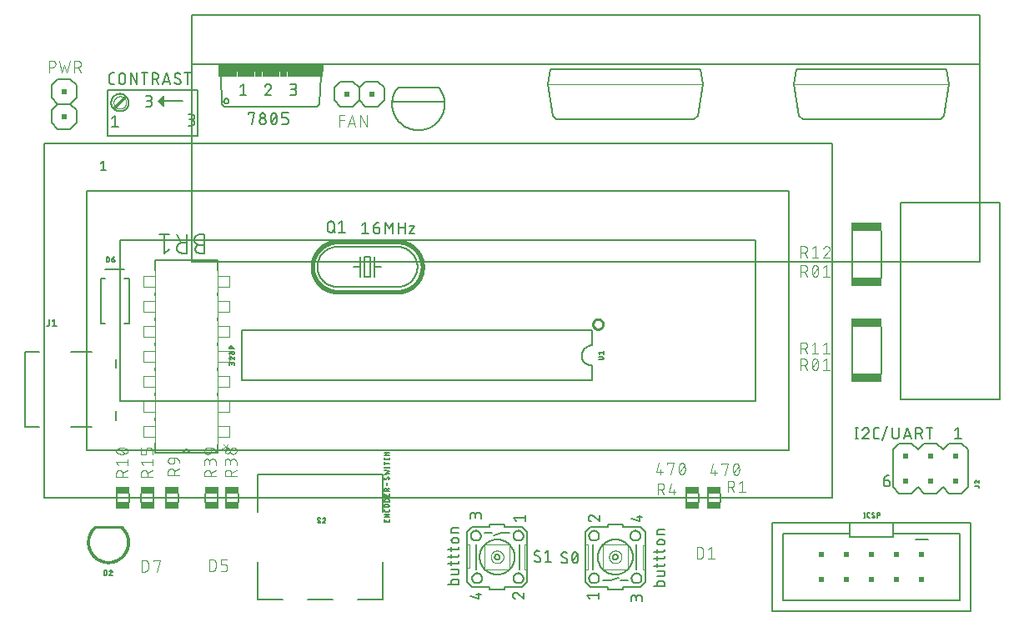
<source format=gbr>
G04 EAGLE Gerber RS-274X export*
G75*
%MOMM*%
%FSLAX34Y34*%
%LPD*%
%INSilkscreen Top*%
%IPPOS*%
%AMOC8*
5,1,8,0,0,1.08239X$1,22.5*%
G01*
%ADD10C,0.152400*%
%ADD11C,0.000000*%
%ADD12C,0.076200*%
%ADD13C,0.203200*%
%ADD14C,0.101600*%
%ADD15R,0.508000X0.508000*%
%ADD16C,0.127000*%
%ADD17C,0.406400*%
%ADD18R,1.400000X0.650000*%
%ADD19R,3.100100X0.849900*%
%ADD20C,0.304800*%
%ADD21C,0.050800*%
%ADD22C,0.254000*%
%ADD23R,10.668000X0.762000*%
%ADD24R,1.905000X0.508000*%
%ADD25R,0.762000X0.508000*%
%ADD26R,1.778000X0.508000*%
%ADD27C,0.025400*%


D10*
X132700Y226170D02*
X132700Y216010D01*
X132700Y249030D02*
X132700Y251570D01*
X132700Y274430D02*
X132700Y276970D01*
X132700Y299830D02*
X132700Y302370D01*
X132700Y325230D02*
X132700Y327770D01*
X132700Y411590D02*
X196200Y411590D01*
X132700Y411590D02*
X132700Y401430D01*
X132700Y216010D02*
X161402Y216010D01*
X167498Y216010D01*
X196200Y216010D01*
X196200Y224392D01*
X196200Y274430D02*
X196200Y276970D01*
X196200Y299830D02*
X196200Y302370D01*
X196200Y325230D02*
X196200Y327770D01*
X196200Y350630D02*
X196200Y353170D01*
X196200Y376030D02*
X196200Y378570D01*
X196200Y401430D02*
X196200Y411590D01*
X132700Y378570D02*
X132700Y376030D01*
X132700Y353170D02*
X132700Y350630D01*
X161402Y216010D02*
X161404Y216119D01*
X161410Y216227D01*
X161419Y216336D01*
X161433Y216444D01*
X161450Y216551D01*
X161472Y216658D01*
X161497Y216764D01*
X161525Y216869D01*
X161558Y216973D01*
X161594Y217075D01*
X161634Y217176D01*
X161677Y217276D01*
X161724Y217374D01*
X161775Y217471D01*
X161829Y217565D01*
X161886Y217658D01*
X161946Y217748D01*
X162010Y217837D01*
X162077Y217923D01*
X162146Y218006D01*
X162219Y218087D01*
X162295Y218165D01*
X162373Y218241D01*
X162454Y218314D01*
X162537Y218383D01*
X162623Y218450D01*
X162712Y218514D01*
X162802Y218574D01*
X162895Y218631D01*
X162989Y218685D01*
X163086Y218736D01*
X163184Y218783D01*
X163284Y218826D01*
X163385Y218866D01*
X163487Y218902D01*
X163591Y218935D01*
X163696Y218963D01*
X163802Y218988D01*
X163909Y219010D01*
X164016Y219027D01*
X164124Y219041D01*
X164233Y219050D01*
X164341Y219056D01*
X164450Y219058D01*
X164559Y219056D01*
X164667Y219050D01*
X164776Y219041D01*
X164884Y219027D01*
X164991Y219010D01*
X165098Y218988D01*
X165204Y218963D01*
X165309Y218935D01*
X165413Y218902D01*
X165515Y218866D01*
X165616Y218826D01*
X165716Y218783D01*
X165814Y218736D01*
X165911Y218685D01*
X166005Y218631D01*
X166098Y218574D01*
X166188Y218514D01*
X166277Y218450D01*
X166363Y218383D01*
X166446Y218314D01*
X166527Y218241D01*
X166605Y218165D01*
X166681Y218087D01*
X166754Y218006D01*
X166823Y217923D01*
X166890Y217837D01*
X166954Y217748D01*
X167014Y217658D01*
X167071Y217565D01*
X167125Y217471D01*
X167176Y217374D01*
X167223Y217276D01*
X167266Y217176D01*
X167306Y217075D01*
X167342Y216973D01*
X167375Y216869D01*
X167403Y216764D01*
X167428Y216658D01*
X167450Y216551D01*
X167467Y216444D01*
X167481Y216336D01*
X167490Y216227D01*
X167496Y216119D01*
X167498Y216010D01*
D11*
X196200Y232012D02*
X196200Y243188D01*
X196200Y232012D02*
X208138Y232012D01*
X208138Y243188D01*
X196200Y243188D01*
X196200Y257412D02*
X196200Y268588D01*
X196200Y257412D02*
X208138Y257412D01*
X208138Y268588D01*
X196200Y268588D01*
X196200Y282812D02*
X196200Y293988D01*
X196200Y282812D02*
X208138Y282812D01*
X208138Y293988D01*
X196200Y293988D01*
X196200Y308212D02*
X196200Y319388D01*
X196200Y308212D02*
X208138Y308212D01*
X208138Y319388D01*
X196200Y319388D01*
X196200Y333612D02*
X196200Y344788D01*
X196200Y333612D02*
X208138Y333612D01*
X208138Y344788D01*
X196200Y344788D01*
X196200Y359012D02*
X196200Y370188D01*
X196200Y359012D02*
X208138Y359012D01*
X208138Y370188D01*
X196200Y370188D01*
X196200Y384412D02*
X196200Y395588D01*
X196200Y384412D02*
X208138Y384412D01*
X208138Y395588D01*
X196200Y395588D01*
X132700Y395588D02*
X132700Y384412D01*
X132700Y395588D02*
X120762Y395588D01*
X120762Y384412D01*
X132700Y384412D01*
X132700Y370188D02*
X132700Y359012D01*
X132700Y370188D02*
X120762Y370188D01*
X120762Y359012D01*
X132700Y359012D01*
X132700Y344788D02*
X132700Y333612D01*
X132700Y344788D02*
X120762Y344788D01*
X120762Y333612D01*
X132700Y333612D01*
X132700Y319388D02*
X132700Y308212D01*
X132700Y319388D02*
X120762Y319388D01*
X120762Y308212D01*
X132700Y308212D01*
X132700Y293988D02*
X132700Y282812D01*
X132700Y293988D02*
X120762Y293988D01*
X120762Y282812D01*
X132700Y282812D01*
X132700Y268588D02*
X132700Y257412D01*
X132700Y268588D02*
X120762Y268588D01*
X120762Y257412D01*
X132700Y257412D01*
X132700Y243188D02*
X132700Y232012D01*
X132700Y243188D02*
X120762Y243188D01*
X120762Y232012D01*
X132700Y232012D01*
X132700Y411590D02*
X196200Y411590D01*
X132700Y411590D02*
X132700Y216010D01*
X161402Y216010D01*
X167498Y216010D01*
X196200Y216010D01*
X196200Y411590D01*
X167498Y216010D02*
X167496Y216119D01*
X167490Y216227D01*
X167481Y216336D01*
X167467Y216444D01*
X167450Y216551D01*
X167428Y216658D01*
X167403Y216764D01*
X167375Y216869D01*
X167342Y216973D01*
X167306Y217075D01*
X167266Y217176D01*
X167223Y217276D01*
X167176Y217374D01*
X167125Y217471D01*
X167071Y217565D01*
X167014Y217658D01*
X166954Y217748D01*
X166890Y217837D01*
X166823Y217923D01*
X166754Y218006D01*
X166681Y218087D01*
X166605Y218165D01*
X166527Y218241D01*
X166446Y218314D01*
X166363Y218383D01*
X166277Y218450D01*
X166188Y218514D01*
X166098Y218574D01*
X166005Y218631D01*
X165911Y218685D01*
X165814Y218736D01*
X165716Y218783D01*
X165616Y218826D01*
X165515Y218866D01*
X165413Y218902D01*
X165309Y218935D01*
X165204Y218963D01*
X165098Y218988D01*
X164991Y219010D01*
X164884Y219027D01*
X164776Y219041D01*
X164667Y219050D01*
X164559Y219056D01*
X164450Y219058D01*
X164341Y219056D01*
X164233Y219050D01*
X164124Y219041D01*
X164016Y219027D01*
X163909Y219010D01*
X163802Y218988D01*
X163696Y218963D01*
X163591Y218935D01*
X163487Y218902D01*
X163385Y218866D01*
X163284Y218826D01*
X163184Y218783D01*
X163086Y218736D01*
X162989Y218685D01*
X162895Y218631D01*
X162802Y218574D01*
X162712Y218514D01*
X162623Y218450D01*
X162537Y218383D01*
X162454Y218314D01*
X162373Y218241D01*
X162295Y218165D01*
X162219Y218087D01*
X162146Y218006D01*
X162077Y217923D01*
X162010Y217837D01*
X161946Y217748D01*
X161886Y217658D01*
X161829Y217565D01*
X161775Y217471D01*
X161724Y217374D01*
X161677Y217276D01*
X161634Y217176D01*
X161594Y217075D01*
X161558Y216973D01*
X161525Y216869D01*
X161497Y216764D01*
X161472Y216658D01*
X161450Y216551D01*
X161433Y216444D01*
X161419Y216336D01*
X161410Y216227D01*
X161404Y216119D01*
X161402Y216010D01*
D12*
X204363Y217421D02*
X204363Y221400D01*
X202042Y224385D01*
X204363Y221400D02*
X206685Y224385D01*
X204363Y221400D02*
X200716Y220074D01*
X204363Y221400D02*
X208011Y220074D01*
X204363Y221400D02*
X204363Y217421D01*
X204363Y221400D02*
X202042Y224385D01*
X204363Y221400D02*
X206685Y224385D01*
X204363Y221400D02*
X200716Y220074D01*
X204363Y221400D02*
X208011Y220074D01*
D13*
X182924Y426892D02*
X177703Y426892D01*
X177560Y426894D01*
X177418Y426900D01*
X177276Y426910D01*
X177134Y426923D01*
X176992Y426941D01*
X176851Y426962D01*
X176711Y426987D01*
X176571Y427016D01*
X176432Y427049D01*
X176294Y427086D01*
X176158Y427126D01*
X176022Y427170D01*
X175888Y427218D01*
X175755Y427269D01*
X175623Y427324D01*
X175493Y427383D01*
X175365Y427445D01*
X175238Y427511D01*
X175113Y427580D01*
X174990Y427652D01*
X174869Y427728D01*
X174751Y427807D01*
X174634Y427889D01*
X174520Y427975D01*
X174408Y428063D01*
X174299Y428155D01*
X174192Y428249D01*
X174088Y428346D01*
X173986Y428446D01*
X173887Y428549D01*
X173791Y428655D01*
X173698Y428763D01*
X173608Y428874D01*
X173521Y428987D01*
X173438Y429102D01*
X173357Y429220D01*
X173280Y429340D01*
X173205Y429461D01*
X173135Y429585D01*
X173067Y429711D01*
X173003Y429839D01*
X172943Y429968D01*
X172886Y430099D01*
X172833Y430231D01*
X172783Y430365D01*
X172738Y430500D01*
X172695Y430636D01*
X172657Y430773D01*
X172622Y430912D01*
X172591Y431051D01*
X172564Y431191D01*
X172541Y431331D01*
X172521Y431473D01*
X172506Y431615D01*
X172494Y431757D01*
X172486Y431899D01*
X172482Y432042D01*
X172482Y432184D01*
X172486Y432327D01*
X172494Y432469D01*
X172506Y432611D01*
X172521Y432753D01*
X172541Y432895D01*
X172564Y433035D01*
X172591Y433175D01*
X172622Y433314D01*
X172657Y433453D01*
X172695Y433590D01*
X172738Y433726D01*
X172783Y433861D01*
X172833Y433995D01*
X172886Y434127D01*
X172943Y434258D01*
X173003Y434387D01*
X173067Y434515D01*
X173135Y434641D01*
X173205Y434765D01*
X173280Y434886D01*
X173357Y435006D01*
X173438Y435124D01*
X173521Y435239D01*
X173608Y435352D01*
X173698Y435463D01*
X173791Y435571D01*
X173887Y435677D01*
X173986Y435780D01*
X174088Y435880D01*
X174192Y435977D01*
X174299Y436071D01*
X174408Y436163D01*
X174520Y436251D01*
X174634Y436337D01*
X174751Y436419D01*
X174869Y436498D01*
X174990Y436574D01*
X175113Y436646D01*
X175238Y436715D01*
X175365Y436781D01*
X175493Y436843D01*
X175623Y436902D01*
X175755Y436957D01*
X175888Y437008D01*
X176022Y437056D01*
X176158Y437100D01*
X176294Y437140D01*
X176432Y437177D01*
X176571Y437210D01*
X176711Y437239D01*
X176851Y437264D01*
X176992Y437285D01*
X177134Y437303D01*
X177276Y437316D01*
X177418Y437326D01*
X177560Y437332D01*
X177703Y437334D01*
X182924Y437334D01*
X182924Y418538D01*
X177703Y418538D01*
X177576Y418540D01*
X177448Y418546D01*
X177321Y418555D01*
X177195Y418569D01*
X177068Y418586D01*
X176943Y418608D01*
X176818Y418633D01*
X176694Y418662D01*
X176571Y418694D01*
X176449Y418731D01*
X176328Y418771D01*
X176208Y418815D01*
X176090Y418862D01*
X175973Y418913D01*
X175858Y418968D01*
X175745Y419026D01*
X175633Y419087D01*
X175523Y419152D01*
X175416Y419220D01*
X175310Y419291D01*
X175207Y419366D01*
X175106Y419444D01*
X175007Y419524D01*
X174911Y419608D01*
X174818Y419695D01*
X174727Y419784D01*
X174639Y419876D01*
X174554Y419971D01*
X174472Y420068D01*
X174392Y420168D01*
X174316Y420270D01*
X174243Y420375D01*
X174174Y420481D01*
X174107Y420590D01*
X174044Y420700D01*
X173984Y420813D01*
X173928Y420927D01*
X173875Y421043D01*
X173826Y421161D01*
X173780Y421280D01*
X173738Y421400D01*
X173700Y421522D01*
X173666Y421644D01*
X173635Y421768D01*
X173608Y421892D01*
X173585Y422018D01*
X173565Y422143D01*
X173550Y422270D01*
X173538Y422397D01*
X173530Y422524D01*
X173526Y422651D01*
X173526Y422779D01*
X173530Y422906D01*
X173538Y423033D01*
X173550Y423160D01*
X173565Y423287D01*
X173585Y423412D01*
X173608Y423538D01*
X173635Y423662D01*
X173666Y423786D01*
X173700Y423908D01*
X173738Y424030D01*
X173780Y424150D01*
X173826Y424269D01*
X173875Y424387D01*
X173928Y424503D01*
X173984Y424617D01*
X174044Y424730D01*
X174107Y424840D01*
X174174Y424949D01*
X174243Y425055D01*
X174316Y425160D01*
X174392Y425262D01*
X174472Y425362D01*
X174554Y425459D01*
X174639Y425554D01*
X174727Y425646D01*
X174818Y425735D01*
X174911Y425822D01*
X175007Y425906D01*
X175106Y425986D01*
X175207Y426064D01*
X175310Y426139D01*
X175416Y426210D01*
X175523Y426278D01*
X175633Y426343D01*
X175745Y426404D01*
X175858Y426462D01*
X175973Y426517D01*
X176090Y426568D01*
X176208Y426615D01*
X176328Y426659D01*
X176449Y426699D01*
X176571Y426736D01*
X176694Y426768D01*
X176818Y426797D01*
X176943Y426822D01*
X177068Y426844D01*
X177195Y426861D01*
X177321Y426875D01*
X177448Y426884D01*
X177576Y426890D01*
X177703Y426892D01*
X165215Y418538D02*
X165215Y437334D01*
X165215Y418538D02*
X159994Y418538D01*
X159851Y418540D01*
X159709Y418546D01*
X159567Y418556D01*
X159425Y418569D01*
X159283Y418587D01*
X159142Y418608D01*
X159002Y418633D01*
X158862Y418662D01*
X158723Y418695D01*
X158585Y418732D01*
X158449Y418772D01*
X158313Y418816D01*
X158179Y418864D01*
X158046Y418915D01*
X157914Y418970D01*
X157784Y419029D01*
X157656Y419091D01*
X157529Y419157D01*
X157404Y419226D01*
X157281Y419298D01*
X157160Y419374D01*
X157042Y419453D01*
X156925Y419535D01*
X156811Y419621D01*
X156699Y419709D01*
X156590Y419801D01*
X156483Y419895D01*
X156379Y419992D01*
X156277Y420092D01*
X156178Y420195D01*
X156082Y420301D01*
X155989Y420409D01*
X155899Y420520D01*
X155812Y420633D01*
X155729Y420748D01*
X155648Y420866D01*
X155571Y420986D01*
X155496Y421107D01*
X155426Y421231D01*
X155358Y421357D01*
X155294Y421485D01*
X155234Y421614D01*
X155177Y421745D01*
X155124Y421877D01*
X155074Y422011D01*
X155029Y422146D01*
X154986Y422282D01*
X154948Y422419D01*
X154913Y422558D01*
X154882Y422697D01*
X154855Y422837D01*
X154832Y422977D01*
X154812Y423119D01*
X154797Y423261D01*
X154785Y423403D01*
X154777Y423545D01*
X154773Y423688D01*
X154773Y423830D01*
X154777Y423973D01*
X154785Y424115D01*
X154797Y424257D01*
X154812Y424399D01*
X154832Y424541D01*
X154855Y424681D01*
X154882Y424821D01*
X154913Y424960D01*
X154948Y425099D01*
X154986Y425236D01*
X155029Y425372D01*
X155074Y425507D01*
X155124Y425641D01*
X155177Y425773D01*
X155234Y425904D01*
X155294Y426033D01*
X155358Y426161D01*
X155426Y426287D01*
X155496Y426411D01*
X155571Y426532D01*
X155648Y426652D01*
X155729Y426770D01*
X155812Y426885D01*
X155899Y426998D01*
X155989Y427109D01*
X156082Y427217D01*
X156178Y427323D01*
X156277Y427426D01*
X156379Y427526D01*
X156483Y427623D01*
X156590Y427717D01*
X156699Y427809D01*
X156811Y427897D01*
X156925Y427983D01*
X157042Y428065D01*
X157160Y428144D01*
X157281Y428220D01*
X157404Y428292D01*
X157529Y428361D01*
X157656Y428427D01*
X157784Y428489D01*
X157914Y428548D01*
X158046Y428603D01*
X158179Y428654D01*
X158313Y428702D01*
X158449Y428746D01*
X158585Y428786D01*
X158723Y428823D01*
X158862Y428856D01*
X159002Y428885D01*
X159142Y428910D01*
X159283Y428931D01*
X159425Y428949D01*
X159567Y428962D01*
X159709Y428972D01*
X159851Y428978D01*
X159994Y428980D01*
X165215Y428980D01*
X158950Y428980D02*
X154773Y437334D01*
X147477Y422715D02*
X142256Y418538D01*
X142256Y437334D01*
X147477Y437334D02*
X137035Y437334D01*
D14*
X682608Y119892D02*
X682608Y108208D01*
X682608Y119892D02*
X685854Y119892D01*
X685967Y119890D01*
X686080Y119884D01*
X686193Y119874D01*
X686306Y119860D01*
X686418Y119843D01*
X686529Y119821D01*
X686639Y119796D01*
X686749Y119766D01*
X686857Y119733D01*
X686964Y119696D01*
X687070Y119656D01*
X687174Y119611D01*
X687277Y119563D01*
X687378Y119512D01*
X687477Y119457D01*
X687574Y119399D01*
X687669Y119337D01*
X687762Y119272D01*
X687852Y119204D01*
X687940Y119133D01*
X688026Y119058D01*
X688109Y118981D01*
X688189Y118901D01*
X688266Y118818D01*
X688341Y118732D01*
X688412Y118644D01*
X688480Y118554D01*
X688545Y118461D01*
X688607Y118366D01*
X688665Y118269D01*
X688720Y118170D01*
X688771Y118069D01*
X688819Y117966D01*
X688864Y117862D01*
X688904Y117756D01*
X688941Y117649D01*
X688974Y117541D01*
X689004Y117431D01*
X689029Y117321D01*
X689051Y117210D01*
X689068Y117098D01*
X689082Y116985D01*
X689092Y116872D01*
X689098Y116759D01*
X689100Y116646D01*
X689099Y116646D02*
X689099Y111454D01*
X689100Y111454D02*
X689098Y111341D01*
X689092Y111228D01*
X689082Y111115D01*
X689068Y111002D01*
X689051Y110890D01*
X689029Y110779D01*
X689004Y110669D01*
X688974Y110559D01*
X688941Y110451D01*
X688904Y110344D01*
X688864Y110238D01*
X688819Y110134D01*
X688771Y110031D01*
X688720Y109930D01*
X688665Y109831D01*
X688607Y109734D01*
X688545Y109639D01*
X688480Y109546D01*
X688412Y109456D01*
X688341Y109368D01*
X688266Y109282D01*
X688189Y109199D01*
X688109Y109119D01*
X688026Y109042D01*
X687940Y108967D01*
X687852Y108896D01*
X687762Y108828D01*
X687669Y108763D01*
X687574Y108701D01*
X687477Y108643D01*
X687378Y108588D01*
X687277Y108537D01*
X687174Y108489D01*
X687070Y108444D01*
X686964Y108404D01*
X686857Y108367D01*
X686749Y108334D01*
X686639Y108304D01*
X686529Y108279D01*
X686418Y108257D01*
X686306Y108240D01*
X686193Y108226D01*
X686080Y108216D01*
X685967Y108210D01*
X685854Y108208D01*
X682608Y108208D01*
X694419Y117296D02*
X697665Y119892D01*
X697665Y108208D01*
X700910Y108208D02*
X694419Y108208D01*
D13*
X68000Y318000D02*
X47000Y318000D01*
X93000Y311000D02*
X93000Y302000D01*
X93000Y258000D02*
X93000Y249000D01*
X68000Y242000D02*
X47000Y242000D01*
X1000Y242000D02*
X1000Y318000D01*
X1000Y242000D02*
X15000Y242000D01*
X15000Y318000D02*
X1000Y318000D01*
D10*
X24863Y345730D02*
X24863Y350866D01*
X24864Y345730D02*
X24862Y345656D01*
X24856Y345581D01*
X24847Y345508D01*
X24834Y345434D01*
X24817Y345362D01*
X24797Y345291D01*
X24773Y345220D01*
X24745Y345151D01*
X24714Y345083D01*
X24680Y345018D01*
X24642Y344953D01*
X24601Y344891D01*
X24557Y344831D01*
X24510Y344774D01*
X24460Y344719D01*
X24407Y344666D01*
X24352Y344616D01*
X24295Y344569D01*
X24235Y344525D01*
X24173Y344484D01*
X24108Y344446D01*
X24042Y344412D01*
X23975Y344381D01*
X23906Y344353D01*
X23835Y344329D01*
X23764Y344309D01*
X23691Y344292D01*
X23618Y344279D01*
X23544Y344270D01*
X23470Y344264D01*
X23396Y344262D01*
X22662Y344262D01*
X28704Y349398D02*
X30538Y350866D01*
X30538Y344262D01*
X28704Y344262D02*
X32373Y344262D01*
D13*
X904450Y127750D02*
X917150Y127750D01*
X961000Y55000D02*
X759000Y55000D01*
X759000Y145000D02*
X838000Y145000D01*
X882000Y145000D01*
X961000Y145000D01*
X961000Y56000D01*
X759000Y55000D02*
X759000Y145000D01*
X950000Y134000D02*
X950000Y66000D01*
X770000Y66000D01*
X770000Y134000D01*
X882000Y130000D02*
X882000Y145000D01*
X882000Y130000D02*
X838000Y130000D01*
X838000Y145000D01*
X882000Y134000D02*
X950000Y134000D01*
X838000Y134000D02*
X770000Y134000D01*
D15*
X910800Y112700D03*
X910800Y87300D03*
X885400Y87300D03*
X885400Y112700D03*
X860000Y87300D03*
X860000Y112700D03*
X834600Y87300D03*
X834600Y112700D03*
X809200Y87300D03*
X809200Y112700D03*
X834600Y112700D03*
X834600Y87300D03*
D16*
X964775Y181916D02*
X968529Y181916D01*
X968594Y181914D01*
X968658Y181908D01*
X968722Y181898D01*
X968786Y181885D01*
X968848Y181867D01*
X968909Y181846D01*
X968969Y181822D01*
X969027Y181793D01*
X969084Y181761D01*
X969138Y181726D01*
X969190Y181688D01*
X969240Y181646D01*
X969287Y181602D01*
X969331Y181555D01*
X969373Y181505D01*
X969411Y181453D01*
X969446Y181399D01*
X969478Y181342D01*
X969507Y181284D01*
X969531Y181224D01*
X969552Y181163D01*
X969570Y181101D01*
X969583Y181037D01*
X969593Y180973D01*
X969599Y180909D01*
X969601Y180844D01*
X969601Y180307D01*
X964775Y186338D02*
X964777Y186406D01*
X964783Y186473D01*
X964792Y186540D01*
X964805Y186607D01*
X964822Y186672D01*
X964843Y186737D01*
X964867Y186800D01*
X964895Y186862D01*
X964926Y186922D01*
X964960Y186980D01*
X964998Y187036D01*
X965038Y187091D01*
X965082Y187142D01*
X965129Y187191D01*
X965178Y187238D01*
X965229Y187282D01*
X965284Y187322D01*
X965340Y187360D01*
X965398Y187394D01*
X965458Y187425D01*
X965520Y187453D01*
X965583Y187477D01*
X965648Y187498D01*
X965713Y187515D01*
X965780Y187528D01*
X965847Y187537D01*
X965914Y187543D01*
X965982Y187545D01*
X964775Y186338D02*
X964777Y186260D01*
X964783Y186182D01*
X964793Y186105D01*
X964806Y186028D01*
X964824Y185952D01*
X964845Y185877D01*
X964870Y185803D01*
X964899Y185731D01*
X964931Y185660D01*
X964967Y185591D01*
X965006Y185523D01*
X965049Y185458D01*
X965095Y185395D01*
X965144Y185334D01*
X965196Y185276D01*
X965251Y185221D01*
X965308Y185168D01*
X965368Y185119D01*
X965431Y185072D01*
X965496Y185029D01*
X965562Y184989D01*
X965631Y184952D01*
X965702Y184919D01*
X965774Y184889D01*
X965848Y184863D01*
X966920Y187143D02*
X966871Y187192D01*
X966819Y187239D01*
X966764Y187282D01*
X966707Y187323D01*
X966648Y187361D01*
X966587Y187395D01*
X966524Y187426D01*
X966460Y187454D01*
X966394Y187478D01*
X966328Y187498D01*
X966260Y187515D01*
X966191Y187528D01*
X966122Y187537D01*
X966052Y187543D01*
X965982Y187545D01*
X966920Y187143D02*
X969601Y184864D01*
X969601Y187545D01*
X852991Y154971D02*
X852991Y150145D01*
X852455Y150145D02*
X853527Y150145D01*
X853527Y154971D02*
X852455Y154971D01*
X857083Y150145D02*
X858156Y150145D01*
X857083Y150145D02*
X857018Y150147D01*
X856954Y150153D01*
X856890Y150163D01*
X856826Y150176D01*
X856764Y150194D01*
X856703Y150215D01*
X856643Y150239D01*
X856585Y150268D01*
X856528Y150300D01*
X856474Y150335D01*
X856422Y150373D01*
X856372Y150415D01*
X856325Y150459D01*
X856281Y150506D01*
X856239Y150556D01*
X856201Y150608D01*
X856166Y150662D01*
X856134Y150719D01*
X856105Y150777D01*
X856081Y150837D01*
X856060Y150898D01*
X856042Y150960D01*
X856029Y151024D01*
X856019Y151088D01*
X856013Y151152D01*
X856011Y151217D01*
X856011Y153899D01*
X856012Y153899D02*
X856014Y153964D01*
X856020Y154028D01*
X856030Y154092D01*
X856043Y154156D01*
X856061Y154218D01*
X856082Y154279D01*
X856106Y154339D01*
X856135Y154397D01*
X856167Y154454D01*
X856202Y154508D01*
X856240Y154560D01*
X856282Y154610D01*
X856326Y154657D01*
X856373Y154701D01*
X856423Y154743D01*
X856475Y154781D01*
X856529Y154816D01*
X856586Y154848D01*
X856644Y154877D01*
X856704Y154901D01*
X856765Y154922D01*
X856827Y154940D01*
X856891Y154953D01*
X856955Y154963D01*
X857019Y154969D01*
X857084Y154971D01*
X857083Y154971D02*
X858156Y154971D01*
X862038Y150145D02*
X862103Y150147D01*
X862167Y150153D01*
X862231Y150163D01*
X862295Y150176D01*
X862357Y150194D01*
X862418Y150215D01*
X862478Y150239D01*
X862536Y150268D01*
X862593Y150300D01*
X862647Y150335D01*
X862699Y150373D01*
X862749Y150415D01*
X862796Y150459D01*
X862840Y150506D01*
X862882Y150556D01*
X862920Y150608D01*
X862955Y150662D01*
X862987Y150719D01*
X863016Y150777D01*
X863040Y150837D01*
X863061Y150898D01*
X863079Y150960D01*
X863092Y151024D01*
X863102Y151088D01*
X863108Y151152D01*
X863110Y151217D01*
X862038Y150145D02*
X861944Y150147D01*
X861850Y150153D01*
X861756Y150163D01*
X861663Y150176D01*
X861571Y150194D01*
X861479Y150215D01*
X861388Y150240D01*
X861298Y150269D01*
X861210Y150302D01*
X861123Y150338D01*
X861038Y150378D01*
X860954Y150421D01*
X860873Y150468D01*
X860793Y150518D01*
X860715Y150571D01*
X860640Y150628D01*
X860567Y150687D01*
X860497Y150750D01*
X860429Y150815D01*
X860563Y153899D02*
X860565Y153964D01*
X860571Y154028D01*
X860581Y154092D01*
X860594Y154156D01*
X860612Y154218D01*
X860633Y154279D01*
X860657Y154339D01*
X860686Y154397D01*
X860718Y154454D01*
X860753Y154508D01*
X860791Y154560D01*
X860833Y154610D01*
X860877Y154657D01*
X860924Y154701D01*
X860974Y154743D01*
X861026Y154781D01*
X861080Y154816D01*
X861137Y154848D01*
X861195Y154877D01*
X861255Y154901D01*
X861316Y154922D01*
X861378Y154940D01*
X861442Y154953D01*
X861506Y154963D01*
X861570Y154969D01*
X861635Y154971D01*
X861721Y154969D01*
X861807Y154964D01*
X861893Y154954D01*
X861978Y154941D01*
X862063Y154925D01*
X862147Y154905D01*
X862230Y154881D01*
X862312Y154854D01*
X862392Y154823D01*
X862472Y154789D01*
X862549Y154751D01*
X862625Y154710D01*
X862699Y154666D01*
X862771Y154619D01*
X862842Y154569D01*
X861099Y152961D02*
X861046Y152994D01*
X860995Y153031D01*
X860946Y153070D01*
X860899Y153112D01*
X860855Y153157D01*
X860814Y153204D01*
X860775Y153253D01*
X860739Y153305D01*
X860706Y153359D01*
X860677Y153414D01*
X860651Y153471D01*
X860628Y153530D01*
X860608Y153589D01*
X860592Y153650D01*
X860579Y153711D01*
X860570Y153774D01*
X860565Y153836D01*
X860563Y153899D01*
X862574Y152155D02*
X862627Y152122D01*
X862678Y152085D01*
X862727Y152046D01*
X862774Y152004D01*
X862818Y151959D01*
X862859Y151912D01*
X862898Y151863D01*
X862934Y151811D01*
X862967Y151757D01*
X862996Y151702D01*
X863022Y151645D01*
X863045Y151586D01*
X863065Y151527D01*
X863081Y151466D01*
X863094Y151405D01*
X863103Y151342D01*
X863108Y151280D01*
X863110Y151217D01*
X862574Y152156D02*
X861099Y152960D01*
X866062Y154971D02*
X866062Y150145D01*
X866062Y154971D02*
X867402Y154971D01*
X867473Y154969D01*
X867545Y154963D01*
X867615Y154954D01*
X867685Y154941D01*
X867755Y154924D01*
X867823Y154903D01*
X867890Y154879D01*
X867956Y154851D01*
X868020Y154820D01*
X868083Y154785D01*
X868143Y154747D01*
X868202Y154706D01*
X868258Y154662D01*
X868312Y154615D01*
X868363Y154566D01*
X868411Y154513D01*
X868457Y154458D01*
X868499Y154401D01*
X868539Y154341D01*
X868575Y154280D01*
X868608Y154216D01*
X868637Y154151D01*
X868663Y154085D01*
X868686Y154017D01*
X868705Y153948D01*
X868720Y153878D01*
X868731Y153808D01*
X868739Y153737D01*
X868743Y153666D01*
X868743Y153594D01*
X868739Y153523D01*
X868731Y153452D01*
X868720Y153382D01*
X868705Y153312D01*
X868686Y153243D01*
X868663Y153175D01*
X868637Y153109D01*
X868608Y153044D01*
X868575Y152980D01*
X868539Y152919D01*
X868499Y152859D01*
X868457Y152802D01*
X868411Y152747D01*
X868363Y152694D01*
X868312Y152645D01*
X868258Y152598D01*
X868202Y152554D01*
X868143Y152513D01*
X868083Y152475D01*
X868020Y152440D01*
X867956Y152409D01*
X867890Y152381D01*
X867823Y152357D01*
X867755Y152336D01*
X867685Y152319D01*
X867615Y152306D01*
X867545Y152297D01*
X867473Y152291D01*
X867402Y152289D01*
X867402Y152290D02*
X866062Y152290D01*
D10*
X27300Y550950D02*
X27300Y563650D01*
X33650Y570000D01*
X46350Y570000D01*
X52700Y563650D01*
X46350Y544600D02*
X33650Y544600D01*
X27300Y550950D01*
X46350Y544600D02*
X52700Y550950D01*
X52700Y563650D01*
X33650Y570000D02*
X27300Y576350D01*
X27300Y589050D01*
X33650Y595400D01*
X46350Y595400D01*
X52700Y589050D01*
X52700Y576350D01*
X46350Y570000D01*
D15*
X40000Y557300D03*
X40000Y582700D03*
D14*
X25089Y602058D02*
X25089Y613742D01*
X28334Y613742D01*
X28447Y613740D01*
X28560Y613734D01*
X28673Y613724D01*
X28786Y613710D01*
X28898Y613693D01*
X29009Y613671D01*
X29119Y613646D01*
X29229Y613616D01*
X29337Y613583D01*
X29444Y613546D01*
X29550Y613506D01*
X29654Y613461D01*
X29757Y613413D01*
X29858Y613362D01*
X29957Y613307D01*
X30054Y613249D01*
X30149Y613187D01*
X30242Y613122D01*
X30332Y613054D01*
X30420Y612983D01*
X30506Y612908D01*
X30589Y612831D01*
X30669Y612751D01*
X30746Y612668D01*
X30821Y612582D01*
X30892Y612494D01*
X30960Y612404D01*
X31025Y612311D01*
X31087Y612216D01*
X31145Y612119D01*
X31200Y612020D01*
X31251Y611919D01*
X31299Y611816D01*
X31344Y611712D01*
X31384Y611606D01*
X31421Y611499D01*
X31454Y611391D01*
X31484Y611281D01*
X31509Y611171D01*
X31531Y611060D01*
X31548Y610948D01*
X31562Y610835D01*
X31572Y610722D01*
X31578Y610609D01*
X31580Y610496D01*
X31578Y610383D01*
X31572Y610270D01*
X31562Y610157D01*
X31548Y610044D01*
X31531Y609932D01*
X31509Y609821D01*
X31484Y609711D01*
X31454Y609601D01*
X31421Y609493D01*
X31384Y609386D01*
X31344Y609280D01*
X31299Y609176D01*
X31251Y609073D01*
X31200Y608972D01*
X31145Y608873D01*
X31087Y608776D01*
X31025Y608681D01*
X30960Y608588D01*
X30892Y608498D01*
X30821Y608410D01*
X30746Y608324D01*
X30669Y608241D01*
X30589Y608161D01*
X30506Y608084D01*
X30420Y608009D01*
X30332Y607938D01*
X30242Y607870D01*
X30149Y607805D01*
X30054Y607743D01*
X29957Y607685D01*
X29858Y607630D01*
X29757Y607579D01*
X29654Y607531D01*
X29550Y607486D01*
X29444Y607446D01*
X29337Y607409D01*
X29229Y607376D01*
X29119Y607346D01*
X29009Y607321D01*
X28898Y607299D01*
X28786Y607282D01*
X28673Y607268D01*
X28560Y607258D01*
X28447Y607252D01*
X28334Y607250D01*
X28334Y607251D02*
X25089Y607251D01*
X35545Y613742D02*
X38141Y602058D01*
X40738Y609847D01*
X43334Y602058D01*
X45931Y613742D01*
X50901Y613742D02*
X50901Y602058D01*
X50901Y613742D02*
X54146Y613742D01*
X54259Y613740D01*
X54372Y613734D01*
X54485Y613724D01*
X54598Y613710D01*
X54710Y613693D01*
X54821Y613671D01*
X54931Y613646D01*
X55041Y613616D01*
X55149Y613583D01*
X55256Y613546D01*
X55362Y613506D01*
X55466Y613461D01*
X55569Y613413D01*
X55670Y613362D01*
X55769Y613307D01*
X55866Y613249D01*
X55961Y613187D01*
X56054Y613122D01*
X56144Y613054D01*
X56232Y612983D01*
X56318Y612908D01*
X56401Y612831D01*
X56481Y612751D01*
X56558Y612668D01*
X56633Y612582D01*
X56704Y612494D01*
X56772Y612404D01*
X56837Y612311D01*
X56899Y612216D01*
X56957Y612119D01*
X57012Y612020D01*
X57063Y611919D01*
X57111Y611816D01*
X57156Y611712D01*
X57196Y611606D01*
X57233Y611499D01*
X57266Y611391D01*
X57296Y611281D01*
X57321Y611171D01*
X57343Y611060D01*
X57360Y610948D01*
X57374Y610835D01*
X57384Y610722D01*
X57390Y610609D01*
X57392Y610496D01*
X57390Y610383D01*
X57384Y610270D01*
X57374Y610157D01*
X57360Y610044D01*
X57343Y609932D01*
X57321Y609821D01*
X57296Y609711D01*
X57266Y609601D01*
X57233Y609493D01*
X57196Y609386D01*
X57156Y609280D01*
X57111Y609176D01*
X57063Y609073D01*
X57012Y608972D01*
X56957Y608873D01*
X56899Y608776D01*
X56837Y608681D01*
X56772Y608588D01*
X56704Y608498D01*
X56633Y608410D01*
X56558Y608324D01*
X56481Y608241D01*
X56401Y608161D01*
X56318Y608084D01*
X56232Y608009D01*
X56144Y607938D01*
X56054Y607870D01*
X55961Y607805D01*
X55866Y607743D01*
X55769Y607685D01*
X55670Y607630D01*
X55569Y607579D01*
X55466Y607531D01*
X55362Y607486D01*
X55256Y607446D01*
X55149Y607409D01*
X55041Y607376D01*
X54931Y607346D01*
X54821Y607321D01*
X54710Y607299D01*
X54598Y607282D01*
X54485Y607268D01*
X54372Y607258D01*
X54259Y607252D01*
X54146Y607250D01*
X54146Y607251D02*
X50901Y607251D01*
X54796Y607251D02*
X57392Y602058D01*
D10*
X346350Y567300D02*
X359050Y567300D01*
X346350Y567300D02*
X340000Y573650D01*
X340000Y586350D01*
X346350Y592700D01*
X365400Y586350D02*
X365400Y573650D01*
X359050Y567300D01*
X365400Y586350D02*
X359050Y592700D01*
X346350Y592700D01*
X340000Y573650D02*
X333650Y567300D01*
X320950Y567300D01*
X314600Y573650D01*
X314600Y586350D01*
X320950Y592700D01*
X333650Y592700D01*
X340000Y586350D01*
D15*
X352700Y580000D03*
X327300Y580000D03*
D14*
X319588Y558742D02*
X319588Y547058D01*
X319588Y558742D02*
X324780Y558742D01*
X324780Y553549D02*
X319588Y553549D01*
X328441Y547058D02*
X332335Y558742D01*
X336230Y547058D01*
X335256Y549979D02*
X329414Y549979D01*
X340901Y547058D02*
X340901Y558742D01*
X347392Y547058D01*
X347392Y558742D01*
D13*
X20000Y530000D02*
X820000Y530000D01*
X820000Y170000D01*
X20000Y170000D01*
X20000Y530000D01*
X63500Y481500D02*
X776500Y481500D01*
X776500Y218500D01*
X63500Y218500D01*
X63500Y481500D01*
X97500Y432000D02*
X742500Y432000D01*
X742500Y268000D01*
X97500Y268000D01*
X97500Y432000D01*
D10*
X77862Y509879D02*
X80261Y511798D01*
X80261Y503162D01*
X77862Y503162D02*
X82660Y503162D01*
D17*
X317770Y379200D02*
X378730Y379200D01*
X378730Y430000D02*
X317770Y430000D01*
D10*
X317770Y384280D02*
X378730Y384280D01*
X344948Y394440D02*
X344948Y414760D01*
X344948Y394440D02*
X351298Y394440D01*
X351298Y414760D01*
X344948Y414760D01*
X355108Y414760D02*
X355108Y404600D01*
X341392Y404600D02*
X341392Y414760D01*
X355108Y404600D02*
X362220Y404600D01*
X355108Y404600D02*
X355108Y394440D01*
X341392Y404600D02*
X334280Y404600D01*
X341392Y404600D02*
X341392Y394440D01*
D17*
X317770Y379200D02*
X317151Y379208D01*
X316533Y379230D01*
X315916Y379268D01*
X315300Y379320D01*
X314685Y379388D01*
X314072Y379471D01*
X313461Y379568D01*
X312853Y379681D01*
X312247Y379808D01*
X311645Y379950D01*
X311047Y380106D01*
X310452Y380277D01*
X309862Y380462D01*
X309277Y380662D01*
X308696Y380876D01*
X308121Y381104D01*
X307552Y381346D01*
X306989Y381602D01*
X306432Y381871D01*
X305882Y382154D01*
X305339Y382450D01*
X304803Y382759D01*
X304275Y383081D01*
X303755Y383416D01*
X303243Y383764D01*
X302740Y384124D01*
X302246Y384496D01*
X301761Y384880D01*
X301286Y385276D01*
X300820Y385683D01*
X300364Y386101D01*
X299919Y386530D01*
X299484Y386971D01*
X299061Y387421D01*
X298648Y387882D01*
X298246Y388352D01*
X297857Y388833D01*
X297478Y389322D01*
X297112Y389821D01*
X296759Y390328D01*
X296417Y390844D01*
X296089Y391368D01*
X295773Y391900D01*
X295470Y392439D01*
X295181Y392986D01*
X294905Y393540D01*
X294642Y394100D01*
X294393Y394666D01*
X294158Y395238D01*
X293937Y395816D01*
X293730Y396399D01*
X293538Y396987D01*
X293360Y397579D01*
X293196Y398175D01*
X293047Y398776D01*
X292912Y399380D01*
X292793Y399986D01*
X292688Y400596D01*
X292598Y401208D01*
X292522Y401822D01*
X292462Y402438D01*
X292417Y403055D01*
X292387Y403672D01*
X292372Y404291D01*
X292372Y404909D01*
X292387Y405528D01*
X292417Y406145D01*
X292462Y406762D01*
X292522Y407378D01*
X292598Y407992D01*
X292688Y408604D01*
X292793Y409214D01*
X292912Y409820D01*
X293047Y410424D01*
X293196Y411025D01*
X293360Y411621D01*
X293538Y412213D01*
X293730Y412801D01*
X293937Y413384D01*
X294158Y413962D01*
X294393Y414534D01*
X294642Y415100D01*
X294905Y415660D01*
X295181Y416214D01*
X295470Y416761D01*
X295773Y417300D01*
X296089Y417832D01*
X296417Y418356D01*
X296759Y418872D01*
X297112Y419379D01*
X297478Y419878D01*
X297857Y420367D01*
X298246Y420848D01*
X298648Y421318D01*
X299061Y421779D01*
X299484Y422229D01*
X299919Y422670D01*
X300364Y423099D01*
X300820Y423517D01*
X301286Y423924D01*
X301761Y424320D01*
X302246Y424704D01*
X302740Y425076D01*
X303243Y425436D01*
X303755Y425784D01*
X304275Y426119D01*
X304803Y426441D01*
X305339Y426750D01*
X305882Y427046D01*
X306432Y427329D01*
X306989Y427598D01*
X307552Y427854D01*
X308121Y428096D01*
X308696Y428324D01*
X309277Y428538D01*
X309862Y428738D01*
X310452Y428923D01*
X311047Y429094D01*
X311645Y429250D01*
X312247Y429392D01*
X312853Y429519D01*
X313461Y429632D01*
X314072Y429729D01*
X314685Y429812D01*
X315300Y429880D01*
X315916Y429932D01*
X316533Y429970D01*
X317151Y429992D01*
X317770Y430000D01*
X378730Y430000D02*
X379349Y429992D01*
X379967Y429970D01*
X380584Y429932D01*
X381200Y429880D01*
X381815Y429812D01*
X382428Y429729D01*
X383039Y429632D01*
X383647Y429519D01*
X384253Y429392D01*
X384855Y429250D01*
X385453Y429094D01*
X386048Y428923D01*
X386638Y428738D01*
X387223Y428538D01*
X387804Y428324D01*
X388379Y428096D01*
X388948Y427854D01*
X389511Y427598D01*
X390068Y427329D01*
X390618Y427046D01*
X391161Y426750D01*
X391697Y426441D01*
X392225Y426119D01*
X392745Y425784D01*
X393257Y425436D01*
X393760Y425076D01*
X394254Y424704D01*
X394739Y424320D01*
X395214Y423924D01*
X395680Y423517D01*
X396136Y423099D01*
X396581Y422670D01*
X397016Y422229D01*
X397439Y421779D01*
X397852Y421318D01*
X398254Y420848D01*
X398643Y420367D01*
X399022Y419878D01*
X399388Y419379D01*
X399741Y418872D01*
X400083Y418356D01*
X400411Y417832D01*
X400727Y417300D01*
X401030Y416761D01*
X401319Y416214D01*
X401595Y415660D01*
X401858Y415100D01*
X402107Y414534D01*
X402342Y413962D01*
X402563Y413384D01*
X402770Y412801D01*
X402962Y412213D01*
X403140Y411621D01*
X403304Y411025D01*
X403453Y410424D01*
X403588Y409820D01*
X403707Y409214D01*
X403812Y408604D01*
X403902Y407992D01*
X403978Y407378D01*
X404038Y406762D01*
X404083Y406145D01*
X404113Y405528D01*
X404128Y404909D01*
X404128Y404291D01*
X404113Y403672D01*
X404083Y403055D01*
X404038Y402438D01*
X403978Y401822D01*
X403902Y401208D01*
X403812Y400596D01*
X403707Y399986D01*
X403588Y399380D01*
X403453Y398776D01*
X403304Y398175D01*
X403140Y397579D01*
X402962Y396987D01*
X402770Y396399D01*
X402563Y395816D01*
X402342Y395238D01*
X402107Y394666D01*
X401858Y394100D01*
X401595Y393540D01*
X401319Y392986D01*
X401030Y392439D01*
X400727Y391900D01*
X400411Y391368D01*
X400083Y390844D01*
X399741Y390328D01*
X399388Y389821D01*
X399022Y389322D01*
X398643Y388833D01*
X398254Y388352D01*
X397852Y387882D01*
X397439Y387421D01*
X397016Y386971D01*
X396581Y386530D01*
X396136Y386101D01*
X395680Y385683D01*
X395214Y385276D01*
X394739Y384880D01*
X394254Y384496D01*
X393760Y384124D01*
X393257Y383764D01*
X392745Y383416D01*
X392225Y383081D01*
X391697Y382759D01*
X391161Y382450D01*
X390618Y382154D01*
X390068Y381871D01*
X389511Y381602D01*
X388948Y381346D01*
X388379Y381104D01*
X387804Y380876D01*
X387223Y380662D01*
X386638Y380462D01*
X386048Y380277D01*
X385453Y380106D01*
X384855Y379950D01*
X384253Y379808D01*
X383647Y379681D01*
X383039Y379568D01*
X382428Y379471D01*
X381815Y379388D01*
X381200Y379320D01*
X380584Y379268D01*
X379967Y379230D01*
X379349Y379208D01*
X378730Y379200D01*
D10*
X317770Y384280D02*
X317275Y384286D01*
X316781Y384304D01*
X316287Y384334D01*
X315794Y384376D01*
X315302Y384430D01*
X314811Y384497D01*
X314323Y384575D01*
X313836Y384664D01*
X313352Y384766D01*
X312870Y384880D01*
X312391Y385005D01*
X311916Y385142D01*
X311444Y385290D01*
X310975Y385450D01*
X310511Y385621D01*
X310051Y385803D01*
X309596Y385997D01*
X309145Y386201D01*
X308700Y386417D01*
X308259Y386643D01*
X307825Y386880D01*
X307396Y387127D01*
X306974Y387385D01*
X306558Y387653D01*
X306149Y387931D01*
X305746Y388219D01*
X305351Y388517D01*
X304963Y388824D01*
X304583Y389141D01*
X304210Y389466D01*
X303846Y389801D01*
X303489Y390144D01*
X303142Y390496D01*
X302802Y390857D01*
X302472Y391225D01*
X302151Y391602D01*
X301839Y391986D01*
X301537Y392378D01*
X301244Y392777D01*
X300961Y393183D01*
X300688Y393595D01*
X300425Y394014D01*
X300172Y394440D01*
X299930Y394872D01*
X299699Y395309D01*
X299478Y395752D01*
X299268Y396200D01*
X299069Y396653D01*
X298881Y397111D01*
X298704Y397573D01*
X298538Y398039D01*
X298384Y398509D01*
X298242Y398983D01*
X298111Y399460D01*
X297991Y399941D01*
X297884Y400424D01*
X297788Y400909D01*
X297704Y401397D01*
X297632Y401886D01*
X297572Y402378D01*
X297524Y402870D01*
X297488Y403364D01*
X297464Y403858D01*
X297452Y404353D01*
X297452Y404847D01*
X297464Y405342D01*
X297488Y405836D01*
X297524Y406330D01*
X297572Y406822D01*
X297632Y407314D01*
X297704Y407803D01*
X297788Y408291D01*
X297884Y408776D01*
X297991Y409259D01*
X298111Y409740D01*
X298242Y410217D01*
X298384Y410691D01*
X298538Y411161D01*
X298704Y411627D01*
X298881Y412089D01*
X299069Y412547D01*
X299268Y413000D01*
X299478Y413448D01*
X299699Y413891D01*
X299930Y414328D01*
X300172Y414760D01*
X300425Y415186D01*
X300688Y415605D01*
X300961Y416017D01*
X301244Y416423D01*
X301537Y416822D01*
X301839Y417214D01*
X302151Y417598D01*
X302472Y417975D01*
X302802Y418343D01*
X303142Y418704D01*
X303489Y419056D01*
X303846Y419399D01*
X304210Y419734D01*
X304583Y420059D01*
X304963Y420376D01*
X305351Y420683D01*
X305746Y420981D01*
X306149Y421269D01*
X306558Y421547D01*
X306974Y421815D01*
X307396Y422073D01*
X307825Y422320D01*
X308259Y422557D01*
X308700Y422783D01*
X309145Y422999D01*
X309596Y423203D01*
X310051Y423397D01*
X310511Y423579D01*
X310975Y423750D01*
X311444Y423910D01*
X311916Y424058D01*
X312391Y424195D01*
X312870Y424320D01*
X313352Y424434D01*
X313836Y424536D01*
X314323Y424625D01*
X314811Y424703D01*
X315302Y424770D01*
X315794Y424824D01*
X316287Y424866D01*
X316781Y424896D01*
X317275Y424914D01*
X317770Y424920D01*
X378730Y424920D02*
X379225Y424914D01*
X379719Y424896D01*
X380213Y424866D01*
X380706Y424824D01*
X381198Y424770D01*
X381689Y424703D01*
X382177Y424625D01*
X382664Y424536D01*
X383148Y424434D01*
X383630Y424320D01*
X384109Y424195D01*
X384584Y424058D01*
X385056Y423910D01*
X385525Y423750D01*
X385989Y423579D01*
X386449Y423397D01*
X386904Y423203D01*
X387355Y422999D01*
X387800Y422783D01*
X388241Y422557D01*
X388675Y422320D01*
X389104Y422073D01*
X389526Y421815D01*
X389942Y421547D01*
X390351Y421269D01*
X390754Y420981D01*
X391149Y420683D01*
X391537Y420376D01*
X391917Y420059D01*
X392290Y419734D01*
X392654Y419399D01*
X393011Y419056D01*
X393358Y418704D01*
X393698Y418343D01*
X394028Y417975D01*
X394349Y417598D01*
X394661Y417214D01*
X394963Y416822D01*
X395256Y416423D01*
X395539Y416017D01*
X395812Y415605D01*
X396075Y415186D01*
X396328Y414760D01*
X396570Y414328D01*
X396801Y413891D01*
X397022Y413448D01*
X397232Y413000D01*
X397431Y412547D01*
X397619Y412089D01*
X397796Y411627D01*
X397962Y411161D01*
X398116Y410691D01*
X398258Y410217D01*
X398389Y409740D01*
X398509Y409259D01*
X398616Y408776D01*
X398712Y408291D01*
X398796Y407803D01*
X398868Y407314D01*
X398928Y406822D01*
X398976Y406330D01*
X399012Y405836D01*
X399036Y405342D01*
X399048Y404847D01*
X399048Y404353D01*
X399036Y403858D01*
X399012Y403364D01*
X398976Y402870D01*
X398928Y402378D01*
X398868Y401886D01*
X398796Y401397D01*
X398712Y400909D01*
X398616Y400424D01*
X398509Y399941D01*
X398389Y399460D01*
X398258Y398983D01*
X398116Y398509D01*
X397962Y398039D01*
X397796Y397573D01*
X397619Y397111D01*
X397431Y396653D01*
X397232Y396200D01*
X397022Y395752D01*
X396801Y395309D01*
X396570Y394872D01*
X396328Y394440D01*
X396075Y394014D01*
X395812Y393595D01*
X395539Y393183D01*
X395256Y392777D01*
X394963Y392378D01*
X394661Y391986D01*
X394349Y391602D01*
X394028Y391225D01*
X393698Y390857D01*
X393358Y390496D01*
X393011Y390144D01*
X392654Y389801D01*
X392290Y389466D01*
X391917Y389141D01*
X391537Y388824D01*
X391149Y388517D01*
X390754Y388219D01*
X390351Y387931D01*
X389942Y387653D01*
X389526Y387385D01*
X389104Y387127D01*
X388675Y386880D01*
X388241Y386643D01*
X387800Y386417D01*
X387355Y386201D01*
X386904Y385997D01*
X386449Y385803D01*
X385989Y385621D01*
X385525Y385450D01*
X385056Y385290D01*
X384584Y385142D01*
X384109Y385005D01*
X383630Y384880D01*
X383148Y384766D01*
X382664Y384664D01*
X382177Y384575D01*
X381689Y384497D01*
X381198Y384430D01*
X380706Y384376D01*
X380213Y384334D01*
X379719Y384304D01*
X379225Y384286D01*
X378730Y384280D01*
X378730Y424920D02*
X317770Y424920D01*
D16*
X308085Y442660D02*
X308085Y447740D01*
X308087Y447851D01*
X308093Y447961D01*
X308102Y448072D01*
X308116Y448182D01*
X308133Y448291D01*
X308154Y448400D01*
X308179Y448508D01*
X308208Y448615D01*
X308240Y448721D01*
X308276Y448826D01*
X308316Y448929D01*
X308359Y449031D01*
X308406Y449132D01*
X308457Y449231D01*
X308510Y449328D01*
X308567Y449422D01*
X308628Y449515D01*
X308691Y449606D01*
X308758Y449695D01*
X308828Y449781D01*
X308901Y449864D01*
X308976Y449946D01*
X309054Y450024D01*
X309136Y450099D01*
X309219Y450172D01*
X309305Y450242D01*
X309394Y450309D01*
X309485Y450372D01*
X309578Y450433D01*
X309673Y450490D01*
X309769Y450543D01*
X309868Y450594D01*
X309969Y450641D01*
X310071Y450684D01*
X310174Y450724D01*
X310279Y450760D01*
X310385Y450792D01*
X310492Y450821D01*
X310600Y450846D01*
X310709Y450867D01*
X310818Y450884D01*
X310928Y450898D01*
X311039Y450907D01*
X311149Y450913D01*
X311260Y450915D01*
X311371Y450913D01*
X311481Y450907D01*
X311592Y450898D01*
X311702Y450884D01*
X311811Y450867D01*
X311920Y450846D01*
X312028Y450821D01*
X312135Y450792D01*
X312241Y450760D01*
X312346Y450724D01*
X312449Y450684D01*
X312551Y450641D01*
X312652Y450594D01*
X312751Y450543D01*
X312848Y450490D01*
X312942Y450433D01*
X313035Y450372D01*
X313126Y450309D01*
X313215Y450242D01*
X313301Y450172D01*
X313384Y450099D01*
X313466Y450024D01*
X313544Y449946D01*
X313619Y449864D01*
X313692Y449781D01*
X313762Y449695D01*
X313829Y449606D01*
X313892Y449515D01*
X313953Y449422D01*
X314010Y449328D01*
X314063Y449231D01*
X314114Y449132D01*
X314161Y449031D01*
X314204Y448929D01*
X314244Y448826D01*
X314280Y448721D01*
X314312Y448615D01*
X314341Y448508D01*
X314366Y448400D01*
X314387Y448291D01*
X314404Y448182D01*
X314418Y448072D01*
X314427Y447961D01*
X314433Y447851D01*
X314435Y447740D01*
X314435Y442660D01*
X314433Y442549D01*
X314427Y442439D01*
X314418Y442328D01*
X314404Y442218D01*
X314387Y442109D01*
X314366Y442000D01*
X314341Y441892D01*
X314312Y441785D01*
X314280Y441679D01*
X314244Y441574D01*
X314204Y441471D01*
X314161Y441369D01*
X314114Y441268D01*
X314063Y441169D01*
X314010Y441072D01*
X313953Y440978D01*
X313892Y440885D01*
X313829Y440794D01*
X313762Y440705D01*
X313692Y440619D01*
X313619Y440536D01*
X313544Y440454D01*
X313466Y440376D01*
X313384Y440301D01*
X313301Y440228D01*
X313215Y440158D01*
X313126Y440091D01*
X313035Y440028D01*
X312942Y439967D01*
X312847Y439910D01*
X312751Y439857D01*
X312652Y439806D01*
X312551Y439759D01*
X312449Y439716D01*
X312346Y439676D01*
X312241Y439640D01*
X312135Y439608D01*
X312028Y439579D01*
X311920Y439554D01*
X311811Y439533D01*
X311702Y439516D01*
X311592Y439502D01*
X311481Y439493D01*
X311371Y439487D01*
X311260Y439485D01*
X311149Y439487D01*
X311039Y439493D01*
X310928Y439502D01*
X310818Y439516D01*
X310709Y439533D01*
X310600Y439554D01*
X310492Y439579D01*
X310385Y439608D01*
X310279Y439640D01*
X310174Y439676D01*
X310071Y439716D01*
X309969Y439759D01*
X309868Y439806D01*
X309769Y439857D01*
X309673Y439910D01*
X309578Y439967D01*
X309485Y440028D01*
X309394Y440091D01*
X309305Y440158D01*
X309219Y440228D01*
X309136Y440301D01*
X309054Y440376D01*
X308976Y440454D01*
X308901Y440536D01*
X308828Y440619D01*
X308758Y440705D01*
X308691Y440794D01*
X308628Y440885D01*
X308567Y440978D01*
X308510Y441073D01*
X308457Y441169D01*
X308406Y441268D01*
X308359Y441369D01*
X308316Y441471D01*
X308276Y441574D01*
X308240Y441679D01*
X308208Y441785D01*
X308179Y441892D01*
X308154Y442000D01*
X308133Y442109D01*
X308116Y442218D01*
X308102Y442328D01*
X308093Y442439D01*
X308087Y442549D01*
X308085Y442660D01*
X313165Y442025D02*
X315705Y439485D01*
X319146Y448375D02*
X322321Y450915D01*
X322321Y439485D01*
X319146Y439485D02*
X325496Y439485D01*
X343085Y447175D02*
X346260Y449715D01*
X346260Y438285D01*
X343085Y438285D02*
X349435Y438285D01*
X354515Y444635D02*
X358325Y444635D01*
X358425Y444633D01*
X358524Y444627D01*
X358624Y444617D01*
X358722Y444604D01*
X358821Y444586D01*
X358918Y444565D01*
X359014Y444540D01*
X359110Y444511D01*
X359204Y444478D01*
X359297Y444442D01*
X359388Y444402D01*
X359478Y444358D01*
X359566Y444311D01*
X359652Y444261D01*
X359736Y444207D01*
X359818Y444150D01*
X359897Y444090D01*
X359975Y444026D01*
X360049Y443960D01*
X360121Y443891D01*
X360190Y443819D01*
X360256Y443745D01*
X360320Y443667D01*
X360380Y443588D01*
X360437Y443506D01*
X360491Y443422D01*
X360541Y443336D01*
X360588Y443248D01*
X360632Y443158D01*
X360672Y443067D01*
X360708Y442974D01*
X360741Y442880D01*
X360770Y442784D01*
X360795Y442688D01*
X360816Y442591D01*
X360834Y442492D01*
X360847Y442394D01*
X360857Y442294D01*
X360863Y442195D01*
X360865Y442095D01*
X360865Y441460D01*
X360863Y441349D01*
X360857Y441239D01*
X360848Y441128D01*
X360834Y441018D01*
X360817Y440909D01*
X360796Y440800D01*
X360771Y440692D01*
X360742Y440585D01*
X360710Y440479D01*
X360674Y440374D01*
X360634Y440271D01*
X360591Y440169D01*
X360544Y440068D01*
X360493Y439969D01*
X360440Y439872D01*
X360383Y439778D01*
X360322Y439685D01*
X360259Y439594D01*
X360192Y439505D01*
X360122Y439419D01*
X360049Y439336D01*
X359974Y439254D01*
X359896Y439176D01*
X359814Y439101D01*
X359731Y439028D01*
X359645Y438958D01*
X359556Y438891D01*
X359465Y438828D01*
X359372Y438767D01*
X359277Y438710D01*
X359181Y438657D01*
X359082Y438606D01*
X358981Y438559D01*
X358879Y438516D01*
X358776Y438476D01*
X358671Y438440D01*
X358565Y438408D01*
X358458Y438379D01*
X358350Y438354D01*
X358241Y438333D01*
X358132Y438316D01*
X358022Y438302D01*
X357911Y438293D01*
X357801Y438287D01*
X357690Y438285D01*
X357579Y438287D01*
X357469Y438293D01*
X357358Y438302D01*
X357248Y438316D01*
X357139Y438333D01*
X357030Y438354D01*
X356922Y438379D01*
X356815Y438408D01*
X356709Y438440D01*
X356604Y438476D01*
X356501Y438516D01*
X356399Y438559D01*
X356298Y438606D01*
X356199Y438657D01*
X356103Y438710D01*
X356008Y438767D01*
X355915Y438828D01*
X355824Y438891D01*
X355735Y438958D01*
X355649Y439028D01*
X355566Y439101D01*
X355484Y439176D01*
X355406Y439254D01*
X355331Y439336D01*
X355258Y439419D01*
X355188Y439505D01*
X355121Y439594D01*
X355058Y439685D01*
X354997Y439778D01*
X354940Y439873D01*
X354887Y439969D01*
X354836Y440068D01*
X354789Y440169D01*
X354746Y440271D01*
X354706Y440374D01*
X354670Y440479D01*
X354638Y440585D01*
X354609Y440692D01*
X354584Y440800D01*
X354563Y440909D01*
X354546Y441018D01*
X354532Y441128D01*
X354523Y441239D01*
X354517Y441349D01*
X354515Y441460D01*
X354515Y444635D01*
X354517Y444775D01*
X354523Y444915D01*
X354532Y445055D01*
X354546Y445194D01*
X354563Y445333D01*
X354584Y445471D01*
X354609Y445609D01*
X354638Y445746D01*
X354670Y445882D01*
X354707Y446017D01*
X354747Y446151D01*
X354790Y446284D01*
X354838Y446416D01*
X354888Y446547D01*
X354943Y446676D01*
X355001Y446803D01*
X355062Y446929D01*
X355127Y447053D01*
X355196Y447175D01*
X355267Y447295D01*
X355342Y447413D01*
X355420Y447530D01*
X355502Y447644D01*
X355586Y447755D01*
X355674Y447864D01*
X355764Y447971D01*
X355858Y448076D01*
X355954Y448177D01*
X356053Y448276D01*
X356154Y448372D01*
X356259Y448466D01*
X356366Y448556D01*
X356475Y448644D01*
X356586Y448728D01*
X356700Y448810D01*
X356817Y448888D01*
X356935Y448963D01*
X357055Y449034D01*
X357177Y449103D01*
X357301Y449168D01*
X357427Y449229D01*
X357554Y449287D01*
X357683Y449342D01*
X357814Y449392D01*
X357946Y449440D01*
X358079Y449483D01*
X358213Y449523D01*
X358348Y449560D01*
X358484Y449592D01*
X358621Y449621D01*
X358759Y449646D01*
X358897Y449667D01*
X359036Y449684D01*
X359175Y449698D01*
X359315Y449707D01*
X359455Y449713D01*
X359595Y449715D01*
X366453Y449715D02*
X366453Y438285D01*
X370263Y443365D02*
X366453Y449715D01*
X370263Y443365D02*
X374073Y449715D01*
X374073Y438285D01*
X380042Y438285D02*
X380042Y449715D01*
X380042Y444635D02*
X386392Y444635D01*
X386392Y449715D02*
X386392Y438285D01*
X391345Y445905D02*
X396425Y445905D01*
X391345Y438285D01*
X396425Y438285D01*
D10*
X693650Y174100D02*
X693650Y165900D01*
X706350Y165900D02*
X706350Y174100D01*
D18*
X699985Y177314D03*
X699985Y162582D03*
D14*
X714158Y175708D02*
X714158Y187392D01*
X717404Y187392D01*
X717517Y187390D01*
X717630Y187384D01*
X717743Y187374D01*
X717856Y187360D01*
X717968Y187343D01*
X718079Y187321D01*
X718189Y187296D01*
X718299Y187266D01*
X718407Y187233D01*
X718514Y187196D01*
X718620Y187156D01*
X718724Y187111D01*
X718827Y187063D01*
X718928Y187012D01*
X719027Y186957D01*
X719124Y186899D01*
X719219Y186837D01*
X719312Y186772D01*
X719402Y186704D01*
X719490Y186633D01*
X719576Y186558D01*
X719659Y186481D01*
X719739Y186401D01*
X719816Y186318D01*
X719891Y186232D01*
X719962Y186144D01*
X720030Y186054D01*
X720095Y185961D01*
X720157Y185866D01*
X720215Y185769D01*
X720270Y185670D01*
X720321Y185569D01*
X720369Y185466D01*
X720414Y185362D01*
X720454Y185256D01*
X720491Y185149D01*
X720524Y185041D01*
X720554Y184931D01*
X720579Y184821D01*
X720601Y184710D01*
X720618Y184598D01*
X720632Y184485D01*
X720642Y184372D01*
X720648Y184259D01*
X720650Y184146D01*
X720648Y184033D01*
X720642Y183920D01*
X720632Y183807D01*
X720618Y183694D01*
X720601Y183582D01*
X720579Y183471D01*
X720554Y183361D01*
X720524Y183251D01*
X720491Y183143D01*
X720454Y183036D01*
X720414Y182930D01*
X720369Y182826D01*
X720321Y182723D01*
X720270Y182622D01*
X720215Y182523D01*
X720157Y182426D01*
X720095Y182331D01*
X720030Y182238D01*
X719962Y182148D01*
X719891Y182060D01*
X719816Y181974D01*
X719739Y181891D01*
X719659Y181811D01*
X719576Y181734D01*
X719490Y181659D01*
X719402Y181588D01*
X719312Y181520D01*
X719219Y181455D01*
X719124Y181393D01*
X719027Y181335D01*
X718928Y181280D01*
X718827Y181229D01*
X718724Y181181D01*
X718620Y181136D01*
X718514Y181096D01*
X718407Y181059D01*
X718299Y181026D01*
X718189Y180996D01*
X718079Y180971D01*
X717968Y180949D01*
X717856Y180932D01*
X717743Y180918D01*
X717630Y180908D01*
X717517Y180902D01*
X717404Y180900D01*
X717404Y180901D02*
X714158Y180901D01*
X718053Y180901D02*
X720649Y175708D01*
X725514Y184796D02*
X728760Y187392D01*
X728760Y175708D01*
X732005Y175708D02*
X725514Y175708D01*
X696491Y195804D02*
X699087Y204892D01*
X696491Y195804D02*
X702982Y195804D01*
X701035Y198401D02*
X701035Y193208D01*
X707921Y203594D02*
X707921Y204892D01*
X714412Y204892D01*
X711166Y193208D01*
X719351Y199050D02*
X719354Y199280D01*
X719362Y199510D01*
X719376Y199739D01*
X719395Y199968D01*
X719420Y200197D01*
X719450Y200424D01*
X719485Y200652D01*
X719526Y200878D01*
X719572Y201103D01*
X719624Y201327D01*
X719681Y201549D01*
X719743Y201771D01*
X719811Y201990D01*
X719884Y202208D01*
X719962Y202425D01*
X720045Y202639D01*
X720133Y202851D01*
X720226Y203061D01*
X720325Y203269D01*
X720324Y203269D02*
X720357Y203359D01*
X720393Y203448D01*
X720433Y203536D01*
X720477Y203621D01*
X720524Y203705D01*
X720574Y203787D01*
X720628Y203867D01*
X720684Y203944D01*
X720744Y204020D01*
X720807Y204093D01*
X720872Y204163D01*
X720941Y204231D01*
X721012Y204295D01*
X721085Y204357D01*
X721161Y204416D01*
X721239Y204472D01*
X721320Y204525D01*
X721402Y204574D01*
X721486Y204620D01*
X721573Y204663D01*
X721660Y204702D01*
X721750Y204738D01*
X721840Y204770D01*
X721932Y204798D01*
X722025Y204823D01*
X722119Y204844D01*
X722213Y204861D01*
X722308Y204875D01*
X722404Y204884D01*
X722500Y204890D01*
X722596Y204892D01*
X722692Y204890D01*
X722788Y204884D01*
X722884Y204875D01*
X722979Y204861D01*
X723073Y204844D01*
X723167Y204823D01*
X723260Y204798D01*
X723352Y204770D01*
X723442Y204738D01*
X723532Y204702D01*
X723619Y204663D01*
X723706Y204620D01*
X723790Y204574D01*
X723872Y204525D01*
X723953Y204472D01*
X724031Y204416D01*
X724107Y204357D01*
X724180Y204295D01*
X724251Y204231D01*
X724320Y204163D01*
X724385Y204093D01*
X724448Y204020D01*
X724508Y203944D01*
X724564Y203867D01*
X724618Y203787D01*
X724668Y203705D01*
X724715Y203621D01*
X724759Y203536D01*
X724799Y203448D01*
X724835Y203359D01*
X724868Y203269D01*
X724869Y203269D02*
X724968Y203062D01*
X725061Y202852D01*
X725149Y202639D01*
X725232Y202425D01*
X725310Y202209D01*
X725383Y201991D01*
X725451Y201771D01*
X725513Y201550D01*
X725570Y201327D01*
X725622Y201103D01*
X725668Y200878D01*
X725709Y200652D01*
X725744Y200425D01*
X725774Y200197D01*
X725799Y199968D01*
X725818Y199739D01*
X725832Y199510D01*
X725840Y199280D01*
X725843Y199050D01*
X719351Y199050D02*
X719354Y198820D01*
X719362Y198590D01*
X719376Y198361D01*
X719395Y198132D01*
X719420Y197903D01*
X719450Y197675D01*
X719485Y197448D01*
X719526Y197222D01*
X719572Y196997D01*
X719624Y196773D01*
X719681Y196550D01*
X719743Y196329D01*
X719811Y196109D01*
X719884Y195891D01*
X719962Y195675D01*
X720045Y195461D01*
X720133Y195249D01*
X720226Y195038D01*
X720325Y194831D01*
X720324Y194831D02*
X720357Y194741D01*
X720393Y194652D01*
X720434Y194564D01*
X720477Y194479D01*
X720524Y194395D01*
X720574Y194313D01*
X720628Y194233D01*
X720684Y194156D01*
X720744Y194080D01*
X720807Y194007D01*
X720872Y193937D01*
X720941Y193869D01*
X721012Y193805D01*
X721085Y193743D01*
X721161Y193684D01*
X721239Y193628D01*
X721320Y193575D01*
X721402Y193526D01*
X721486Y193480D01*
X721573Y193437D01*
X721660Y193398D01*
X721750Y193362D01*
X721840Y193330D01*
X721932Y193302D01*
X722025Y193277D01*
X722119Y193256D01*
X722213Y193239D01*
X722308Y193225D01*
X722404Y193216D01*
X722500Y193210D01*
X722596Y193208D01*
X724868Y194831D02*
X724967Y195038D01*
X725060Y195249D01*
X725148Y195461D01*
X725231Y195675D01*
X725309Y195891D01*
X725382Y196109D01*
X725450Y196329D01*
X725512Y196550D01*
X725569Y196773D01*
X725621Y196997D01*
X725667Y197222D01*
X725708Y197448D01*
X725743Y197675D01*
X725773Y197903D01*
X725798Y198132D01*
X725817Y198361D01*
X725831Y198590D01*
X725839Y198820D01*
X725842Y199050D01*
X724868Y194831D02*
X724835Y194741D01*
X724799Y194652D01*
X724759Y194564D01*
X724715Y194479D01*
X724668Y194395D01*
X724618Y194313D01*
X724564Y194233D01*
X724508Y194156D01*
X724448Y194080D01*
X724385Y194007D01*
X724320Y193937D01*
X724251Y193869D01*
X724180Y193805D01*
X724107Y193743D01*
X724031Y193684D01*
X723953Y193628D01*
X723872Y193575D01*
X723790Y193526D01*
X723706Y193480D01*
X723619Y193437D01*
X723532Y193398D01*
X723442Y193362D01*
X723352Y193330D01*
X723260Y193302D01*
X723167Y193277D01*
X723073Y193256D01*
X722979Y193239D01*
X722884Y193225D01*
X722788Y193216D01*
X722692Y193210D01*
X722596Y193208D01*
X720000Y195804D02*
X725193Y202296D01*
D10*
X840270Y296380D02*
X840270Y343870D01*
X869730Y343870D02*
X869730Y296380D01*
D19*
X854994Y292246D03*
X854994Y347872D03*
D14*
X788115Y327942D02*
X788115Y316258D01*
X788115Y327942D02*
X791360Y327942D01*
X791473Y327940D01*
X791586Y327934D01*
X791699Y327924D01*
X791812Y327910D01*
X791924Y327893D01*
X792035Y327871D01*
X792145Y327846D01*
X792255Y327816D01*
X792363Y327783D01*
X792470Y327746D01*
X792576Y327706D01*
X792680Y327661D01*
X792783Y327613D01*
X792884Y327562D01*
X792983Y327507D01*
X793080Y327449D01*
X793175Y327387D01*
X793268Y327322D01*
X793358Y327254D01*
X793446Y327183D01*
X793532Y327108D01*
X793615Y327031D01*
X793695Y326951D01*
X793772Y326868D01*
X793847Y326782D01*
X793918Y326694D01*
X793986Y326604D01*
X794051Y326511D01*
X794113Y326416D01*
X794171Y326319D01*
X794226Y326220D01*
X794277Y326119D01*
X794325Y326016D01*
X794370Y325912D01*
X794410Y325806D01*
X794447Y325699D01*
X794480Y325591D01*
X794510Y325481D01*
X794535Y325371D01*
X794557Y325260D01*
X794574Y325148D01*
X794588Y325035D01*
X794598Y324922D01*
X794604Y324809D01*
X794606Y324696D01*
X794604Y324583D01*
X794598Y324470D01*
X794588Y324357D01*
X794574Y324244D01*
X794557Y324132D01*
X794535Y324021D01*
X794510Y323911D01*
X794480Y323801D01*
X794447Y323693D01*
X794410Y323586D01*
X794370Y323480D01*
X794325Y323376D01*
X794277Y323273D01*
X794226Y323172D01*
X794171Y323073D01*
X794113Y322976D01*
X794051Y322881D01*
X793986Y322788D01*
X793918Y322698D01*
X793847Y322610D01*
X793772Y322524D01*
X793695Y322441D01*
X793615Y322361D01*
X793532Y322284D01*
X793446Y322209D01*
X793358Y322138D01*
X793268Y322070D01*
X793175Y322005D01*
X793080Y321943D01*
X792983Y321885D01*
X792884Y321830D01*
X792783Y321779D01*
X792680Y321731D01*
X792576Y321686D01*
X792470Y321646D01*
X792363Y321609D01*
X792255Y321576D01*
X792145Y321546D01*
X792035Y321521D01*
X791924Y321499D01*
X791812Y321482D01*
X791699Y321468D01*
X791586Y321458D01*
X791473Y321452D01*
X791360Y321450D01*
X791360Y321451D02*
X788115Y321451D01*
X792009Y321451D02*
X794606Y316258D01*
X799471Y325346D02*
X802716Y327942D01*
X802716Y316258D01*
X799471Y316258D02*
X805962Y316258D01*
X810901Y325346D02*
X814146Y327942D01*
X814146Y316258D01*
X810901Y316258D02*
X817392Y316258D01*
X788115Y311242D02*
X788115Y299558D01*
X788115Y311242D02*
X791360Y311242D01*
X791473Y311240D01*
X791586Y311234D01*
X791699Y311224D01*
X791812Y311210D01*
X791924Y311193D01*
X792035Y311171D01*
X792145Y311146D01*
X792255Y311116D01*
X792363Y311083D01*
X792470Y311046D01*
X792576Y311006D01*
X792680Y310961D01*
X792783Y310913D01*
X792884Y310862D01*
X792983Y310807D01*
X793080Y310749D01*
X793175Y310687D01*
X793268Y310622D01*
X793358Y310554D01*
X793446Y310483D01*
X793532Y310408D01*
X793615Y310331D01*
X793695Y310251D01*
X793772Y310168D01*
X793847Y310082D01*
X793918Y309994D01*
X793986Y309904D01*
X794051Y309811D01*
X794113Y309716D01*
X794171Y309619D01*
X794226Y309520D01*
X794277Y309419D01*
X794325Y309316D01*
X794370Y309212D01*
X794410Y309106D01*
X794447Y308999D01*
X794480Y308891D01*
X794510Y308781D01*
X794535Y308671D01*
X794557Y308560D01*
X794574Y308448D01*
X794588Y308335D01*
X794598Y308222D01*
X794604Y308109D01*
X794606Y307996D01*
X794604Y307883D01*
X794598Y307770D01*
X794588Y307657D01*
X794574Y307544D01*
X794557Y307432D01*
X794535Y307321D01*
X794510Y307211D01*
X794480Y307101D01*
X794447Y306993D01*
X794410Y306886D01*
X794370Y306780D01*
X794325Y306676D01*
X794277Y306573D01*
X794226Y306472D01*
X794171Y306373D01*
X794113Y306276D01*
X794051Y306181D01*
X793986Y306088D01*
X793918Y305998D01*
X793847Y305910D01*
X793772Y305824D01*
X793695Y305741D01*
X793615Y305661D01*
X793532Y305584D01*
X793446Y305509D01*
X793358Y305438D01*
X793268Y305370D01*
X793175Y305305D01*
X793080Y305243D01*
X792983Y305185D01*
X792884Y305130D01*
X792783Y305079D01*
X792680Y305031D01*
X792576Y304986D01*
X792470Y304946D01*
X792363Y304909D01*
X792255Y304876D01*
X792145Y304846D01*
X792035Y304821D01*
X791924Y304799D01*
X791812Y304782D01*
X791699Y304768D01*
X791586Y304758D01*
X791473Y304752D01*
X791360Y304750D01*
X791360Y304751D02*
X788115Y304751D01*
X792009Y304751D02*
X794606Y299558D01*
X799471Y305400D02*
X799474Y305630D01*
X799482Y305860D01*
X799496Y306089D01*
X799515Y306318D01*
X799540Y306547D01*
X799570Y306774D01*
X799605Y307002D01*
X799646Y307228D01*
X799692Y307453D01*
X799744Y307677D01*
X799801Y307899D01*
X799863Y308121D01*
X799931Y308340D01*
X800004Y308558D01*
X800082Y308775D01*
X800165Y308989D01*
X800253Y309201D01*
X800346Y309411D01*
X800445Y309619D01*
X800444Y309619D02*
X800477Y309709D01*
X800513Y309798D01*
X800553Y309886D01*
X800597Y309971D01*
X800644Y310055D01*
X800694Y310137D01*
X800748Y310217D01*
X800804Y310294D01*
X800864Y310370D01*
X800927Y310443D01*
X800992Y310513D01*
X801061Y310581D01*
X801132Y310645D01*
X801205Y310707D01*
X801281Y310766D01*
X801359Y310822D01*
X801440Y310875D01*
X801522Y310924D01*
X801606Y310970D01*
X801693Y311013D01*
X801780Y311052D01*
X801870Y311088D01*
X801960Y311120D01*
X802052Y311148D01*
X802145Y311173D01*
X802239Y311194D01*
X802333Y311211D01*
X802428Y311225D01*
X802524Y311234D01*
X802620Y311240D01*
X802716Y311242D01*
X802812Y311240D01*
X802908Y311234D01*
X803004Y311225D01*
X803099Y311211D01*
X803193Y311194D01*
X803287Y311173D01*
X803380Y311148D01*
X803472Y311120D01*
X803562Y311088D01*
X803652Y311052D01*
X803739Y311013D01*
X803826Y310970D01*
X803910Y310924D01*
X803992Y310875D01*
X804073Y310822D01*
X804151Y310766D01*
X804227Y310707D01*
X804300Y310645D01*
X804371Y310581D01*
X804440Y310513D01*
X804505Y310443D01*
X804568Y310370D01*
X804628Y310294D01*
X804684Y310217D01*
X804738Y310137D01*
X804788Y310055D01*
X804835Y309971D01*
X804879Y309886D01*
X804919Y309798D01*
X804955Y309709D01*
X804988Y309619D01*
X804989Y309619D02*
X805088Y309412D01*
X805181Y309202D01*
X805269Y308989D01*
X805352Y308775D01*
X805430Y308559D01*
X805503Y308341D01*
X805571Y308121D01*
X805633Y307900D01*
X805690Y307677D01*
X805742Y307453D01*
X805788Y307228D01*
X805829Y307002D01*
X805864Y306775D01*
X805894Y306547D01*
X805919Y306318D01*
X805938Y306089D01*
X805952Y305860D01*
X805960Y305630D01*
X805963Y305400D01*
X799471Y305400D02*
X799474Y305170D01*
X799482Y304940D01*
X799496Y304711D01*
X799515Y304482D01*
X799540Y304253D01*
X799570Y304025D01*
X799605Y303798D01*
X799646Y303572D01*
X799692Y303347D01*
X799744Y303123D01*
X799801Y302900D01*
X799863Y302679D01*
X799931Y302459D01*
X800004Y302241D01*
X800082Y302025D01*
X800165Y301811D01*
X800253Y301599D01*
X800346Y301388D01*
X800445Y301181D01*
X800444Y301181D02*
X800477Y301091D01*
X800513Y301002D01*
X800554Y300914D01*
X800597Y300829D01*
X800644Y300745D01*
X800694Y300663D01*
X800748Y300583D01*
X800804Y300506D01*
X800864Y300430D01*
X800927Y300357D01*
X800992Y300287D01*
X801061Y300219D01*
X801132Y300155D01*
X801205Y300093D01*
X801281Y300034D01*
X801359Y299978D01*
X801440Y299925D01*
X801522Y299876D01*
X801606Y299830D01*
X801693Y299787D01*
X801780Y299748D01*
X801870Y299712D01*
X801960Y299680D01*
X802052Y299652D01*
X802145Y299627D01*
X802239Y299606D01*
X802333Y299589D01*
X802428Y299575D01*
X802524Y299566D01*
X802620Y299560D01*
X802716Y299558D01*
X804988Y301181D02*
X805087Y301388D01*
X805180Y301599D01*
X805268Y301811D01*
X805351Y302025D01*
X805429Y302241D01*
X805502Y302459D01*
X805570Y302679D01*
X805632Y302900D01*
X805689Y303123D01*
X805741Y303347D01*
X805787Y303572D01*
X805828Y303798D01*
X805863Y304025D01*
X805893Y304253D01*
X805918Y304482D01*
X805937Y304711D01*
X805951Y304940D01*
X805959Y305170D01*
X805962Y305400D01*
X804988Y301181D02*
X804955Y301091D01*
X804919Y301002D01*
X804879Y300914D01*
X804835Y300829D01*
X804788Y300745D01*
X804738Y300663D01*
X804684Y300583D01*
X804628Y300506D01*
X804568Y300430D01*
X804505Y300357D01*
X804440Y300287D01*
X804371Y300219D01*
X804300Y300155D01*
X804227Y300093D01*
X804151Y300034D01*
X804073Y299978D01*
X803992Y299925D01*
X803910Y299876D01*
X803826Y299830D01*
X803739Y299787D01*
X803652Y299748D01*
X803562Y299712D01*
X803472Y299680D01*
X803380Y299652D01*
X803287Y299627D01*
X803193Y299606D01*
X803099Y299589D01*
X803004Y299575D01*
X802908Y299566D01*
X802812Y299560D01*
X802716Y299558D01*
X800120Y302154D02*
X805313Y308646D01*
X810901Y308646D02*
X814146Y311242D01*
X814146Y299558D01*
X810901Y299558D02*
X817392Y299558D01*
D10*
X840270Y393680D02*
X840270Y441170D01*
X869730Y441170D02*
X869730Y393680D01*
D19*
X854994Y389546D03*
X854994Y445172D03*
D14*
X788315Y425442D02*
X788315Y413758D01*
X788315Y425442D02*
X791560Y425442D01*
X791673Y425440D01*
X791786Y425434D01*
X791899Y425424D01*
X792012Y425410D01*
X792124Y425393D01*
X792235Y425371D01*
X792345Y425346D01*
X792455Y425316D01*
X792563Y425283D01*
X792670Y425246D01*
X792776Y425206D01*
X792880Y425161D01*
X792983Y425113D01*
X793084Y425062D01*
X793183Y425007D01*
X793280Y424949D01*
X793375Y424887D01*
X793468Y424822D01*
X793558Y424754D01*
X793646Y424683D01*
X793732Y424608D01*
X793815Y424531D01*
X793895Y424451D01*
X793972Y424368D01*
X794047Y424282D01*
X794118Y424194D01*
X794186Y424104D01*
X794251Y424011D01*
X794313Y423916D01*
X794371Y423819D01*
X794426Y423720D01*
X794477Y423619D01*
X794525Y423516D01*
X794570Y423412D01*
X794610Y423306D01*
X794647Y423199D01*
X794680Y423091D01*
X794710Y422981D01*
X794735Y422871D01*
X794757Y422760D01*
X794774Y422648D01*
X794788Y422535D01*
X794798Y422422D01*
X794804Y422309D01*
X794806Y422196D01*
X794804Y422083D01*
X794798Y421970D01*
X794788Y421857D01*
X794774Y421744D01*
X794757Y421632D01*
X794735Y421521D01*
X794710Y421411D01*
X794680Y421301D01*
X794647Y421193D01*
X794610Y421086D01*
X794570Y420980D01*
X794525Y420876D01*
X794477Y420773D01*
X794426Y420672D01*
X794371Y420573D01*
X794313Y420476D01*
X794251Y420381D01*
X794186Y420288D01*
X794118Y420198D01*
X794047Y420110D01*
X793972Y420024D01*
X793895Y419941D01*
X793815Y419861D01*
X793732Y419784D01*
X793646Y419709D01*
X793558Y419638D01*
X793468Y419570D01*
X793375Y419505D01*
X793280Y419443D01*
X793183Y419385D01*
X793084Y419330D01*
X792983Y419279D01*
X792880Y419231D01*
X792776Y419186D01*
X792670Y419146D01*
X792563Y419109D01*
X792455Y419076D01*
X792345Y419046D01*
X792235Y419021D01*
X792124Y418999D01*
X792012Y418982D01*
X791899Y418968D01*
X791786Y418958D01*
X791673Y418952D01*
X791560Y418950D01*
X791560Y418951D02*
X788315Y418951D01*
X792209Y418951D02*
X794806Y413758D01*
X799671Y422846D02*
X802916Y425442D01*
X802916Y413758D01*
X799671Y413758D02*
X806162Y413758D01*
X817592Y422521D02*
X817590Y422628D01*
X817584Y422734D01*
X817574Y422840D01*
X817561Y422946D01*
X817543Y423052D01*
X817522Y423156D01*
X817497Y423260D01*
X817468Y423363D01*
X817436Y423464D01*
X817399Y423564D01*
X817359Y423663D01*
X817316Y423761D01*
X817269Y423857D01*
X817218Y423951D01*
X817164Y424043D01*
X817107Y424133D01*
X817047Y424221D01*
X816983Y424306D01*
X816916Y424389D01*
X816846Y424470D01*
X816774Y424548D01*
X816698Y424624D01*
X816620Y424696D01*
X816539Y424766D01*
X816456Y424833D01*
X816371Y424897D01*
X816283Y424957D01*
X816193Y425014D01*
X816101Y425068D01*
X816007Y425119D01*
X815911Y425166D01*
X815813Y425209D01*
X815714Y425249D01*
X815614Y425286D01*
X815513Y425318D01*
X815410Y425347D01*
X815306Y425372D01*
X815202Y425393D01*
X815096Y425411D01*
X814990Y425424D01*
X814884Y425434D01*
X814778Y425440D01*
X814671Y425442D01*
X814550Y425440D01*
X814429Y425434D01*
X814309Y425424D01*
X814188Y425411D01*
X814069Y425393D01*
X813949Y425372D01*
X813831Y425347D01*
X813714Y425318D01*
X813597Y425285D01*
X813482Y425249D01*
X813368Y425208D01*
X813255Y425165D01*
X813143Y425117D01*
X813034Y425066D01*
X812926Y425011D01*
X812819Y424953D01*
X812715Y424892D01*
X812613Y424827D01*
X812513Y424759D01*
X812415Y424688D01*
X812319Y424614D01*
X812226Y424537D01*
X812136Y424456D01*
X812048Y424373D01*
X811963Y424287D01*
X811880Y424198D01*
X811801Y424107D01*
X811724Y424013D01*
X811651Y423917D01*
X811581Y423819D01*
X811514Y423718D01*
X811450Y423615D01*
X811390Y423510D01*
X811333Y423403D01*
X811279Y423295D01*
X811229Y423185D01*
X811183Y423073D01*
X811140Y422960D01*
X811101Y422845D01*
X816619Y420249D02*
X816698Y420326D01*
X816774Y420407D01*
X816847Y420490D01*
X816917Y420575D01*
X816984Y420663D01*
X817048Y420753D01*
X817108Y420845D01*
X817165Y420940D01*
X817219Y421036D01*
X817270Y421134D01*
X817317Y421234D01*
X817361Y421336D01*
X817401Y421439D01*
X817437Y421543D01*
X817469Y421649D01*
X817498Y421755D01*
X817523Y421863D01*
X817545Y421971D01*
X817562Y422081D01*
X817576Y422190D01*
X817585Y422300D01*
X817591Y422411D01*
X817593Y422521D01*
X816618Y420249D02*
X811101Y413758D01*
X817592Y413758D01*
X788315Y406242D02*
X788315Y394558D01*
X788315Y406242D02*
X791560Y406242D01*
X791673Y406240D01*
X791786Y406234D01*
X791899Y406224D01*
X792012Y406210D01*
X792124Y406193D01*
X792235Y406171D01*
X792345Y406146D01*
X792455Y406116D01*
X792563Y406083D01*
X792670Y406046D01*
X792776Y406006D01*
X792880Y405961D01*
X792983Y405913D01*
X793084Y405862D01*
X793183Y405807D01*
X793280Y405749D01*
X793375Y405687D01*
X793468Y405622D01*
X793558Y405554D01*
X793646Y405483D01*
X793732Y405408D01*
X793815Y405331D01*
X793895Y405251D01*
X793972Y405168D01*
X794047Y405082D01*
X794118Y404994D01*
X794186Y404904D01*
X794251Y404811D01*
X794313Y404716D01*
X794371Y404619D01*
X794426Y404520D01*
X794477Y404419D01*
X794525Y404316D01*
X794570Y404212D01*
X794610Y404106D01*
X794647Y403999D01*
X794680Y403891D01*
X794710Y403781D01*
X794735Y403671D01*
X794757Y403560D01*
X794774Y403448D01*
X794788Y403335D01*
X794798Y403222D01*
X794804Y403109D01*
X794806Y402996D01*
X794804Y402883D01*
X794798Y402770D01*
X794788Y402657D01*
X794774Y402544D01*
X794757Y402432D01*
X794735Y402321D01*
X794710Y402211D01*
X794680Y402101D01*
X794647Y401993D01*
X794610Y401886D01*
X794570Y401780D01*
X794525Y401676D01*
X794477Y401573D01*
X794426Y401472D01*
X794371Y401373D01*
X794313Y401276D01*
X794251Y401181D01*
X794186Y401088D01*
X794118Y400998D01*
X794047Y400910D01*
X793972Y400824D01*
X793895Y400741D01*
X793815Y400661D01*
X793732Y400584D01*
X793646Y400509D01*
X793558Y400438D01*
X793468Y400370D01*
X793375Y400305D01*
X793280Y400243D01*
X793183Y400185D01*
X793084Y400130D01*
X792983Y400079D01*
X792880Y400031D01*
X792776Y399986D01*
X792670Y399946D01*
X792563Y399909D01*
X792455Y399876D01*
X792345Y399846D01*
X792235Y399821D01*
X792124Y399799D01*
X792012Y399782D01*
X791899Y399768D01*
X791786Y399758D01*
X791673Y399752D01*
X791560Y399750D01*
X791560Y399751D02*
X788315Y399751D01*
X792209Y399751D02*
X794806Y394558D01*
X799671Y400400D02*
X799674Y400630D01*
X799682Y400860D01*
X799696Y401089D01*
X799715Y401318D01*
X799740Y401547D01*
X799770Y401774D01*
X799805Y402002D01*
X799846Y402228D01*
X799892Y402453D01*
X799944Y402677D01*
X800001Y402899D01*
X800063Y403121D01*
X800131Y403340D01*
X800204Y403558D01*
X800282Y403775D01*
X800365Y403989D01*
X800453Y404201D01*
X800546Y404411D01*
X800645Y404619D01*
X800644Y404619D02*
X800677Y404709D01*
X800713Y404798D01*
X800753Y404886D01*
X800797Y404971D01*
X800844Y405055D01*
X800894Y405137D01*
X800948Y405217D01*
X801004Y405294D01*
X801064Y405370D01*
X801127Y405443D01*
X801192Y405513D01*
X801261Y405581D01*
X801332Y405645D01*
X801405Y405707D01*
X801481Y405766D01*
X801559Y405822D01*
X801640Y405875D01*
X801722Y405924D01*
X801806Y405970D01*
X801893Y406013D01*
X801980Y406052D01*
X802070Y406088D01*
X802160Y406120D01*
X802252Y406148D01*
X802345Y406173D01*
X802439Y406194D01*
X802533Y406211D01*
X802628Y406225D01*
X802724Y406234D01*
X802820Y406240D01*
X802916Y406242D01*
X803012Y406240D01*
X803108Y406234D01*
X803204Y406225D01*
X803299Y406211D01*
X803393Y406194D01*
X803487Y406173D01*
X803580Y406148D01*
X803672Y406120D01*
X803762Y406088D01*
X803852Y406052D01*
X803939Y406013D01*
X804026Y405970D01*
X804110Y405924D01*
X804192Y405875D01*
X804273Y405822D01*
X804351Y405766D01*
X804427Y405707D01*
X804500Y405645D01*
X804571Y405581D01*
X804640Y405513D01*
X804705Y405443D01*
X804768Y405370D01*
X804828Y405294D01*
X804884Y405217D01*
X804938Y405137D01*
X804988Y405055D01*
X805035Y404971D01*
X805079Y404886D01*
X805119Y404798D01*
X805155Y404709D01*
X805188Y404619D01*
X805189Y404619D02*
X805288Y404412D01*
X805381Y404202D01*
X805469Y403989D01*
X805552Y403775D01*
X805630Y403559D01*
X805703Y403341D01*
X805771Y403121D01*
X805833Y402900D01*
X805890Y402677D01*
X805942Y402453D01*
X805988Y402228D01*
X806029Y402002D01*
X806064Y401775D01*
X806094Y401547D01*
X806119Y401318D01*
X806138Y401089D01*
X806152Y400860D01*
X806160Y400630D01*
X806163Y400400D01*
X799671Y400400D02*
X799674Y400170D01*
X799682Y399940D01*
X799696Y399711D01*
X799715Y399482D01*
X799740Y399253D01*
X799770Y399025D01*
X799805Y398798D01*
X799846Y398572D01*
X799892Y398347D01*
X799944Y398123D01*
X800001Y397900D01*
X800063Y397679D01*
X800131Y397459D01*
X800204Y397241D01*
X800282Y397025D01*
X800365Y396811D01*
X800453Y396599D01*
X800546Y396388D01*
X800645Y396181D01*
X800644Y396181D02*
X800677Y396091D01*
X800713Y396002D01*
X800754Y395914D01*
X800797Y395829D01*
X800844Y395745D01*
X800894Y395663D01*
X800948Y395583D01*
X801004Y395506D01*
X801064Y395430D01*
X801127Y395357D01*
X801192Y395287D01*
X801261Y395219D01*
X801332Y395155D01*
X801405Y395093D01*
X801481Y395034D01*
X801559Y394978D01*
X801640Y394925D01*
X801722Y394876D01*
X801806Y394830D01*
X801893Y394787D01*
X801980Y394748D01*
X802070Y394712D01*
X802160Y394680D01*
X802252Y394652D01*
X802345Y394627D01*
X802439Y394606D01*
X802533Y394589D01*
X802628Y394575D01*
X802724Y394566D01*
X802820Y394560D01*
X802916Y394558D01*
X805188Y396181D02*
X805287Y396388D01*
X805380Y396599D01*
X805468Y396811D01*
X805551Y397025D01*
X805629Y397241D01*
X805702Y397459D01*
X805770Y397679D01*
X805832Y397900D01*
X805889Y398123D01*
X805941Y398347D01*
X805987Y398572D01*
X806028Y398798D01*
X806063Y399025D01*
X806093Y399253D01*
X806118Y399482D01*
X806137Y399711D01*
X806151Y399940D01*
X806159Y400170D01*
X806162Y400400D01*
X805188Y396181D02*
X805155Y396091D01*
X805119Y396002D01*
X805079Y395914D01*
X805035Y395829D01*
X804988Y395745D01*
X804938Y395663D01*
X804884Y395583D01*
X804828Y395506D01*
X804768Y395430D01*
X804705Y395357D01*
X804640Y395287D01*
X804571Y395219D01*
X804500Y395155D01*
X804427Y395093D01*
X804351Y395034D01*
X804273Y394978D01*
X804192Y394925D01*
X804110Y394876D01*
X804026Y394830D01*
X803939Y394787D01*
X803852Y394748D01*
X803762Y394712D01*
X803672Y394680D01*
X803580Y394652D01*
X803487Y394627D01*
X803393Y394606D01*
X803299Y394589D01*
X803204Y394575D01*
X803108Y394566D01*
X803012Y394560D01*
X802916Y394558D01*
X800320Y397154D02*
X805513Y403646D01*
X811101Y403646D02*
X814346Y406242D01*
X814346Y394558D01*
X811101Y394558D02*
X817592Y394558D01*
D10*
X175720Y584130D02*
X84280Y584130D01*
X84280Y537140D01*
X175720Y537140D01*
X175720Y584130D01*
D20*
X102060Y576510D02*
X91900Y566350D01*
D10*
X136350Y572700D02*
X140160Y572700D01*
X137620Y573970D02*
X136350Y572700D01*
X137620Y571430D01*
X138890Y570160D02*
X138890Y575240D01*
X140160Y576510D01*
X138890Y570160D02*
X140160Y568890D01*
X137620Y571430D02*
X137620Y573970D01*
X138890Y575240D01*
X137620Y571430D02*
X138890Y570160D01*
X140160Y568890D02*
X140160Y572700D01*
X140160Y576510D01*
X141430Y577780D01*
X140160Y568890D02*
X141430Y567620D01*
X141430Y577780D01*
X140160Y572700D02*
X160480Y572700D01*
X88090Y571430D02*
X88093Y571648D01*
X88101Y571866D01*
X88114Y572084D01*
X88133Y572301D01*
X88157Y572518D01*
X88186Y572734D01*
X88221Y572950D01*
X88261Y573164D01*
X88306Y573378D01*
X88356Y573590D01*
X88412Y573801D01*
X88473Y574011D01*
X88539Y574219D01*
X88610Y574425D01*
X88686Y574629D01*
X88767Y574832D01*
X88853Y575033D01*
X88944Y575231D01*
X89039Y575427D01*
X89140Y575621D01*
X89245Y575812D01*
X89355Y576000D01*
X89469Y576186D01*
X89588Y576369D01*
X89712Y576549D01*
X89839Y576726D01*
X89972Y576899D01*
X90108Y577070D01*
X90248Y577237D01*
X90393Y577400D01*
X90541Y577560D01*
X90694Y577716D01*
X90850Y577869D01*
X91010Y578017D01*
X91173Y578162D01*
X91340Y578302D01*
X91511Y578438D01*
X91684Y578571D01*
X91861Y578698D01*
X92041Y578822D01*
X92224Y578941D01*
X92410Y579055D01*
X92598Y579165D01*
X92789Y579270D01*
X92983Y579371D01*
X93179Y579466D01*
X93377Y579557D01*
X93578Y579643D01*
X93781Y579724D01*
X93985Y579800D01*
X94191Y579871D01*
X94399Y579937D01*
X94609Y579998D01*
X94820Y580054D01*
X95032Y580104D01*
X95246Y580149D01*
X95460Y580189D01*
X95676Y580224D01*
X95892Y580253D01*
X96109Y580277D01*
X96326Y580296D01*
X96544Y580309D01*
X96762Y580317D01*
X96980Y580320D01*
X97198Y580317D01*
X97416Y580309D01*
X97634Y580296D01*
X97851Y580277D01*
X98068Y580253D01*
X98284Y580224D01*
X98500Y580189D01*
X98714Y580149D01*
X98928Y580104D01*
X99140Y580054D01*
X99351Y579998D01*
X99561Y579937D01*
X99769Y579871D01*
X99975Y579800D01*
X100179Y579724D01*
X100382Y579643D01*
X100583Y579557D01*
X100781Y579466D01*
X100977Y579371D01*
X101171Y579270D01*
X101362Y579165D01*
X101550Y579055D01*
X101736Y578941D01*
X101919Y578822D01*
X102099Y578698D01*
X102276Y578571D01*
X102449Y578438D01*
X102620Y578302D01*
X102787Y578162D01*
X102950Y578017D01*
X103110Y577869D01*
X103266Y577716D01*
X103419Y577560D01*
X103567Y577400D01*
X103712Y577237D01*
X103852Y577070D01*
X103988Y576899D01*
X104121Y576726D01*
X104248Y576549D01*
X104372Y576369D01*
X104491Y576186D01*
X104605Y576000D01*
X104715Y575812D01*
X104820Y575621D01*
X104921Y575427D01*
X105016Y575231D01*
X105107Y575033D01*
X105193Y574832D01*
X105274Y574629D01*
X105350Y574425D01*
X105421Y574219D01*
X105487Y574011D01*
X105548Y573801D01*
X105604Y573590D01*
X105654Y573378D01*
X105699Y573164D01*
X105739Y572950D01*
X105774Y572734D01*
X105803Y572518D01*
X105827Y572301D01*
X105846Y572084D01*
X105859Y571866D01*
X105867Y571648D01*
X105870Y571430D01*
X105867Y571212D01*
X105859Y570994D01*
X105846Y570776D01*
X105827Y570559D01*
X105803Y570342D01*
X105774Y570126D01*
X105739Y569910D01*
X105699Y569696D01*
X105654Y569482D01*
X105604Y569270D01*
X105548Y569059D01*
X105487Y568849D01*
X105421Y568641D01*
X105350Y568435D01*
X105274Y568231D01*
X105193Y568028D01*
X105107Y567827D01*
X105016Y567629D01*
X104921Y567433D01*
X104820Y567239D01*
X104715Y567048D01*
X104605Y566860D01*
X104491Y566674D01*
X104372Y566491D01*
X104248Y566311D01*
X104121Y566134D01*
X103988Y565961D01*
X103852Y565790D01*
X103712Y565623D01*
X103567Y565460D01*
X103419Y565300D01*
X103266Y565144D01*
X103110Y564991D01*
X102950Y564843D01*
X102787Y564698D01*
X102620Y564558D01*
X102449Y564422D01*
X102276Y564289D01*
X102099Y564162D01*
X101919Y564038D01*
X101736Y563919D01*
X101550Y563805D01*
X101362Y563695D01*
X101171Y563590D01*
X100977Y563489D01*
X100781Y563394D01*
X100583Y563303D01*
X100382Y563217D01*
X100179Y563136D01*
X99975Y563060D01*
X99769Y562989D01*
X99561Y562923D01*
X99351Y562862D01*
X99140Y562806D01*
X98928Y562756D01*
X98714Y562711D01*
X98500Y562671D01*
X98284Y562636D01*
X98068Y562607D01*
X97851Y562583D01*
X97634Y562564D01*
X97416Y562551D01*
X97198Y562543D01*
X96980Y562540D01*
X96762Y562543D01*
X96544Y562551D01*
X96326Y562564D01*
X96109Y562583D01*
X95892Y562607D01*
X95676Y562636D01*
X95460Y562671D01*
X95246Y562711D01*
X95032Y562756D01*
X94820Y562806D01*
X94609Y562862D01*
X94399Y562923D01*
X94191Y562989D01*
X93985Y563060D01*
X93781Y563136D01*
X93578Y563217D01*
X93377Y563303D01*
X93179Y563394D01*
X92983Y563489D01*
X92789Y563590D01*
X92598Y563695D01*
X92410Y563805D01*
X92224Y563919D01*
X92041Y564038D01*
X91861Y564162D01*
X91684Y564289D01*
X91511Y564422D01*
X91340Y564558D01*
X91173Y564698D01*
X91010Y564843D01*
X90850Y564991D01*
X90694Y565144D01*
X90541Y565300D01*
X90393Y565460D01*
X90248Y565623D01*
X90108Y565790D01*
X89972Y565961D01*
X89839Y566134D01*
X89712Y566311D01*
X89588Y566491D01*
X89469Y566674D01*
X89355Y566860D01*
X89245Y567048D01*
X89140Y567239D01*
X89039Y567433D01*
X88944Y567629D01*
X88853Y567827D01*
X88767Y568028D01*
X88686Y568231D01*
X88610Y568435D01*
X88539Y568641D01*
X88473Y568849D01*
X88412Y569059D01*
X88356Y569270D01*
X88306Y569482D01*
X88261Y569696D01*
X88221Y569910D01*
X88186Y570126D01*
X88157Y570342D01*
X88133Y570559D01*
X88114Y570776D01*
X88101Y570994D01*
X88093Y571212D01*
X88090Y571430D01*
D21*
X90630Y571430D02*
X90632Y571589D01*
X90638Y571748D01*
X90648Y571906D01*
X90662Y572065D01*
X90680Y572223D01*
X90701Y572380D01*
X90727Y572537D01*
X90757Y572693D01*
X90790Y572849D01*
X90828Y573003D01*
X90869Y573157D01*
X90914Y573309D01*
X90963Y573460D01*
X91016Y573610D01*
X91072Y573759D01*
X91133Y573906D01*
X91196Y574051D01*
X91264Y574195D01*
X91335Y574338D01*
X91409Y574478D01*
X91487Y574616D01*
X91569Y574753D01*
X91654Y574887D01*
X91742Y575020D01*
X91833Y575150D01*
X91928Y575277D01*
X92026Y575402D01*
X92127Y575525D01*
X92231Y575645D01*
X92338Y575763D01*
X92448Y575878D01*
X92561Y575990D01*
X92676Y576099D01*
X92794Y576205D01*
X92915Y576309D01*
X93039Y576409D01*
X93164Y576506D01*
X93293Y576600D01*
X93423Y576690D01*
X93556Y576778D01*
X93691Y576862D01*
X93828Y576942D01*
X93967Y577020D01*
X94108Y577093D01*
X94250Y577163D01*
X94395Y577230D01*
X94541Y577293D01*
X94688Y577352D01*
X94837Y577408D01*
X94988Y577459D01*
X95139Y577507D01*
X95292Y577551D01*
X95446Y577592D01*
X95600Y577628D01*
X95756Y577661D01*
X95912Y577690D01*
X96069Y577714D01*
X96227Y577735D01*
X96385Y577752D01*
X96543Y577765D01*
X96702Y577774D01*
X96861Y577779D01*
X97020Y577780D01*
X97179Y577777D01*
X97337Y577770D01*
X97496Y577759D01*
X97654Y577744D01*
X97812Y577725D01*
X97969Y577702D01*
X98126Y577676D01*
X98282Y577645D01*
X98437Y577611D01*
X98591Y577572D01*
X98745Y577530D01*
X98897Y577484D01*
X99048Y577434D01*
X99197Y577380D01*
X99346Y577323D01*
X99492Y577262D01*
X99638Y577197D01*
X99781Y577129D01*
X99923Y577057D01*
X100063Y576981D01*
X100201Y576903D01*
X100337Y576820D01*
X100471Y576735D01*
X100602Y576646D01*
X100732Y576553D01*
X100859Y576458D01*
X100983Y576359D01*
X101106Y576257D01*
X101225Y576153D01*
X101342Y576045D01*
X101456Y575934D01*
X101567Y575821D01*
X101676Y575705D01*
X101781Y575586D01*
X101884Y575464D01*
X101983Y575340D01*
X102080Y575214D01*
X102173Y575085D01*
X102263Y574954D01*
X102349Y574820D01*
X102432Y574685D01*
X102512Y574547D01*
X102588Y574408D01*
X102661Y574267D01*
X102730Y574124D01*
X102796Y573979D01*
X102858Y573832D01*
X102916Y573685D01*
X102971Y573535D01*
X103022Y573385D01*
X103069Y573233D01*
X103112Y573080D01*
X103151Y572926D01*
X103187Y572771D01*
X103218Y572615D01*
X103246Y572459D01*
X103270Y572302D01*
X103290Y572144D01*
X103306Y571986D01*
X103318Y571827D01*
X103326Y571668D01*
X103330Y571509D01*
X103330Y571351D01*
X103326Y571192D01*
X103318Y571033D01*
X103306Y570874D01*
X103290Y570716D01*
X103270Y570558D01*
X103246Y570401D01*
X103218Y570245D01*
X103187Y570089D01*
X103151Y569934D01*
X103112Y569780D01*
X103069Y569627D01*
X103022Y569475D01*
X102971Y569325D01*
X102916Y569175D01*
X102858Y569028D01*
X102796Y568881D01*
X102730Y568736D01*
X102661Y568593D01*
X102588Y568452D01*
X102512Y568313D01*
X102432Y568175D01*
X102349Y568040D01*
X102263Y567906D01*
X102173Y567775D01*
X102080Y567646D01*
X101983Y567520D01*
X101884Y567396D01*
X101781Y567274D01*
X101676Y567155D01*
X101567Y567039D01*
X101456Y566926D01*
X101342Y566815D01*
X101225Y566707D01*
X101106Y566603D01*
X100983Y566501D01*
X100859Y566402D01*
X100732Y566307D01*
X100602Y566214D01*
X100471Y566125D01*
X100337Y566040D01*
X100201Y565957D01*
X100063Y565879D01*
X99923Y565803D01*
X99781Y565731D01*
X99638Y565663D01*
X99492Y565598D01*
X99346Y565537D01*
X99197Y565480D01*
X99048Y565426D01*
X98897Y565376D01*
X98745Y565330D01*
X98591Y565288D01*
X98437Y565249D01*
X98282Y565215D01*
X98126Y565184D01*
X97969Y565158D01*
X97812Y565135D01*
X97654Y565116D01*
X97496Y565101D01*
X97337Y565090D01*
X97179Y565083D01*
X97020Y565080D01*
X96861Y565081D01*
X96702Y565086D01*
X96543Y565095D01*
X96385Y565108D01*
X96227Y565125D01*
X96069Y565146D01*
X95912Y565170D01*
X95756Y565199D01*
X95600Y565232D01*
X95446Y565268D01*
X95292Y565309D01*
X95139Y565353D01*
X94988Y565401D01*
X94837Y565452D01*
X94688Y565508D01*
X94541Y565567D01*
X94395Y565630D01*
X94250Y565697D01*
X94108Y565767D01*
X93967Y565840D01*
X93828Y565918D01*
X93691Y565998D01*
X93556Y566082D01*
X93423Y566170D01*
X93293Y566260D01*
X93164Y566354D01*
X93039Y566451D01*
X92915Y566551D01*
X92794Y566655D01*
X92676Y566761D01*
X92561Y566870D01*
X92448Y566982D01*
X92338Y567097D01*
X92231Y567215D01*
X92127Y567335D01*
X92026Y567458D01*
X91928Y567583D01*
X91833Y567710D01*
X91742Y567840D01*
X91654Y567973D01*
X91569Y568107D01*
X91487Y568244D01*
X91409Y568382D01*
X91335Y568522D01*
X91264Y568665D01*
X91196Y568809D01*
X91133Y568954D01*
X91072Y569101D01*
X91016Y569250D01*
X90963Y569400D01*
X90914Y569551D01*
X90869Y569703D01*
X90828Y569857D01*
X90790Y570011D01*
X90757Y570167D01*
X90727Y570323D01*
X90701Y570480D01*
X90680Y570637D01*
X90662Y570795D01*
X90648Y570954D01*
X90638Y571112D01*
X90632Y571271D01*
X90630Y571430D01*
D16*
X91900Y558095D02*
X88725Y555555D01*
X91900Y558095D02*
X91900Y546665D01*
X88725Y546665D02*
X95075Y546665D01*
X166195Y547935D02*
X169370Y547935D01*
X169481Y547937D01*
X169591Y547943D01*
X169702Y547952D01*
X169812Y547966D01*
X169921Y547983D01*
X170030Y548004D01*
X170138Y548029D01*
X170245Y548058D01*
X170351Y548090D01*
X170456Y548126D01*
X170559Y548166D01*
X170661Y548209D01*
X170762Y548256D01*
X170861Y548307D01*
X170957Y548360D01*
X171052Y548417D01*
X171145Y548478D01*
X171236Y548541D01*
X171325Y548608D01*
X171411Y548678D01*
X171494Y548751D01*
X171576Y548826D01*
X171654Y548904D01*
X171729Y548986D01*
X171802Y549069D01*
X171872Y549155D01*
X171939Y549244D01*
X172002Y549335D01*
X172063Y549428D01*
X172120Y549523D01*
X172173Y549619D01*
X172224Y549718D01*
X172271Y549819D01*
X172314Y549921D01*
X172354Y550024D01*
X172390Y550129D01*
X172422Y550235D01*
X172451Y550342D01*
X172476Y550450D01*
X172497Y550559D01*
X172514Y550668D01*
X172528Y550778D01*
X172537Y550889D01*
X172543Y550999D01*
X172545Y551110D01*
X172543Y551221D01*
X172537Y551331D01*
X172528Y551442D01*
X172514Y551552D01*
X172497Y551661D01*
X172476Y551770D01*
X172451Y551878D01*
X172422Y551985D01*
X172390Y552091D01*
X172354Y552196D01*
X172314Y552299D01*
X172271Y552401D01*
X172224Y552502D01*
X172173Y552601D01*
X172120Y552697D01*
X172063Y552792D01*
X172002Y552885D01*
X171939Y552976D01*
X171872Y553065D01*
X171802Y553151D01*
X171729Y553234D01*
X171654Y553316D01*
X171576Y553394D01*
X171494Y553469D01*
X171411Y553542D01*
X171325Y553612D01*
X171236Y553679D01*
X171145Y553742D01*
X171052Y553803D01*
X170958Y553860D01*
X170861Y553913D01*
X170762Y553964D01*
X170661Y554011D01*
X170559Y554054D01*
X170456Y554094D01*
X170351Y554130D01*
X170245Y554162D01*
X170138Y554191D01*
X170030Y554216D01*
X169921Y554237D01*
X169812Y554254D01*
X169702Y554268D01*
X169591Y554277D01*
X169481Y554283D01*
X169370Y554285D01*
X170005Y559365D02*
X166195Y559365D01*
X170005Y559365D02*
X170105Y559363D01*
X170204Y559357D01*
X170304Y559347D01*
X170402Y559334D01*
X170501Y559316D01*
X170598Y559295D01*
X170694Y559270D01*
X170790Y559241D01*
X170884Y559208D01*
X170977Y559172D01*
X171068Y559132D01*
X171158Y559088D01*
X171246Y559041D01*
X171332Y558991D01*
X171416Y558937D01*
X171498Y558880D01*
X171577Y558820D01*
X171655Y558756D01*
X171729Y558690D01*
X171801Y558621D01*
X171870Y558549D01*
X171936Y558475D01*
X172000Y558397D01*
X172060Y558318D01*
X172117Y558236D01*
X172171Y558152D01*
X172221Y558066D01*
X172268Y557978D01*
X172312Y557888D01*
X172352Y557797D01*
X172388Y557704D01*
X172421Y557610D01*
X172450Y557514D01*
X172475Y557418D01*
X172496Y557321D01*
X172514Y557222D01*
X172527Y557124D01*
X172537Y557024D01*
X172543Y556925D01*
X172545Y556825D01*
X172543Y556725D01*
X172537Y556626D01*
X172527Y556526D01*
X172514Y556428D01*
X172496Y556329D01*
X172475Y556232D01*
X172450Y556136D01*
X172421Y556040D01*
X172388Y555946D01*
X172352Y555853D01*
X172312Y555762D01*
X172268Y555672D01*
X172221Y555584D01*
X172171Y555498D01*
X172117Y555414D01*
X172060Y555332D01*
X172000Y555253D01*
X171936Y555175D01*
X171870Y555101D01*
X171801Y555029D01*
X171729Y554960D01*
X171655Y554894D01*
X171577Y554830D01*
X171498Y554770D01*
X171416Y554713D01*
X171332Y554659D01*
X171246Y554609D01*
X171158Y554562D01*
X171068Y554518D01*
X170977Y554478D01*
X170884Y554442D01*
X170790Y554409D01*
X170694Y554380D01*
X170598Y554355D01*
X170501Y554334D01*
X170402Y554316D01*
X170304Y554303D01*
X170204Y554293D01*
X170105Y554287D01*
X170005Y554285D01*
X167465Y554285D01*
X126190Y566985D02*
X123015Y566985D01*
X126190Y566985D02*
X126301Y566987D01*
X126411Y566993D01*
X126522Y567002D01*
X126632Y567016D01*
X126741Y567033D01*
X126850Y567054D01*
X126958Y567079D01*
X127065Y567108D01*
X127171Y567140D01*
X127276Y567176D01*
X127379Y567216D01*
X127481Y567259D01*
X127582Y567306D01*
X127681Y567357D01*
X127777Y567410D01*
X127872Y567467D01*
X127965Y567528D01*
X128056Y567591D01*
X128145Y567658D01*
X128231Y567728D01*
X128314Y567801D01*
X128396Y567876D01*
X128474Y567954D01*
X128549Y568036D01*
X128622Y568119D01*
X128692Y568205D01*
X128759Y568294D01*
X128822Y568385D01*
X128883Y568478D01*
X128940Y568573D01*
X128993Y568669D01*
X129044Y568768D01*
X129091Y568869D01*
X129134Y568971D01*
X129174Y569074D01*
X129210Y569179D01*
X129242Y569285D01*
X129271Y569392D01*
X129296Y569500D01*
X129317Y569609D01*
X129334Y569718D01*
X129348Y569828D01*
X129357Y569939D01*
X129363Y570049D01*
X129365Y570160D01*
X129363Y570271D01*
X129357Y570381D01*
X129348Y570492D01*
X129334Y570602D01*
X129317Y570711D01*
X129296Y570820D01*
X129271Y570928D01*
X129242Y571035D01*
X129210Y571141D01*
X129174Y571246D01*
X129134Y571349D01*
X129091Y571451D01*
X129044Y571552D01*
X128993Y571651D01*
X128940Y571747D01*
X128883Y571842D01*
X128822Y571935D01*
X128759Y572026D01*
X128692Y572115D01*
X128622Y572201D01*
X128549Y572284D01*
X128474Y572366D01*
X128396Y572444D01*
X128314Y572519D01*
X128231Y572592D01*
X128145Y572662D01*
X128056Y572729D01*
X127965Y572792D01*
X127872Y572853D01*
X127778Y572910D01*
X127681Y572963D01*
X127582Y573014D01*
X127481Y573061D01*
X127379Y573104D01*
X127276Y573144D01*
X127171Y573180D01*
X127065Y573212D01*
X126958Y573241D01*
X126850Y573266D01*
X126741Y573287D01*
X126632Y573304D01*
X126522Y573318D01*
X126411Y573327D01*
X126301Y573333D01*
X126190Y573335D01*
X126825Y578415D02*
X123015Y578415D01*
X126825Y578415D02*
X126925Y578413D01*
X127024Y578407D01*
X127124Y578397D01*
X127222Y578384D01*
X127321Y578366D01*
X127418Y578345D01*
X127514Y578320D01*
X127610Y578291D01*
X127704Y578258D01*
X127797Y578222D01*
X127888Y578182D01*
X127978Y578138D01*
X128066Y578091D01*
X128152Y578041D01*
X128236Y577987D01*
X128318Y577930D01*
X128397Y577870D01*
X128475Y577806D01*
X128549Y577740D01*
X128621Y577671D01*
X128690Y577599D01*
X128756Y577525D01*
X128820Y577447D01*
X128880Y577368D01*
X128937Y577286D01*
X128991Y577202D01*
X129041Y577116D01*
X129088Y577028D01*
X129132Y576938D01*
X129172Y576847D01*
X129208Y576754D01*
X129241Y576660D01*
X129270Y576564D01*
X129295Y576468D01*
X129316Y576371D01*
X129334Y576272D01*
X129347Y576174D01*
X129357Y576074D01*
X129363Y575975D01*
X129365Y575875D01*
X129363Y575775D01*
X129357Y575676D01*
X129347Y575576D01*
X129334Y575478D01*
X129316Y575379D01*
X129295Y575282D01*
X129270Y575186D01*
X129241Y575090D01*
X129208Y574996D01*
X129172Y574903D01*
X129132Y574812D01*
X129088Y574722D01*
X129041Y574634D01*
X128991Y574548D01*
X128937Y574464D01*
X128880Y574382D01*
X128820Y574303D01*
X128756Y574225D01*
X128690Y574151D01*
X128621Y574079D01*
X128549Y574010D01*
X128475Y573944D01*
X128397Y573880D01*
X128318Y573820D01*
X128236Y573763D01*
X128152Y573709D01*
X128066Y573659D01*
X127978Y573612D01*
X127888Y573568D01*
X127797Y573528D01*
X127704Y573492D01*
X127610Y573459D01*
X127514Y573430D01*
X127418Y573405D01*
X127321Y573384D01*
X127222Y573366D01*
X127124Y573353D01*
X127024Y573343D01*
X126925Y573337D01*
X126825Y573335D01*
X124285Y573335D01*
X91425Y590085D02*
X88885Y590085D01*
X88785Y590087D01*
X88686Y590093D01*
X88586Y590103D01*
X88488Y590116D01*
X88389Y590134D01*
X88292Y590155D01*
X88196Y590180D01*
X88100Y590209D01*
X88006Y590242D01*
X87913Y590278D01*
X87822Y590318D01*
X87732Y590362D01*
X87644Y590409D01*
X87558Y590459D01*
X87474Y590513D01*
X87392Y590570D01*
X87313Y590630D01*
X87235Y590694D01*
X87161Y590760D01*
X87089Y590829D01*
X87020Y590901D01*
X86954Y590975D01*
X86890Y591053D01*
X86830Y591132D01*
X86773Y591214D01*
X86719Y591298D01*
X86669Y591384D01*
X86622Y591472D01*
X86578Y591562D01*
X86538Y591653D01*
X86502Y591746D01*
X86469Y591840D01*
X86440Y591936D01*
X86415Y592032D01*
X86394Y592129D01*
X86376Y592228D01*
X86363Y592326D01*
X86353Y592426D01*
X86347Y592525D01*
X86345Y592625D01*
X86345Y598975D01*
X86347Y599075D01*
X86353Y599174D01*
X86363Y599274D01*
X86376Y599372D01*
X86394Y599471D01*
X86415Y599568D01*
X86440Y599664D01*
X86469Y599760D01*
X86502Y599854D01*
X86538Y599947D01*
X86578Y600038D01*
X86622Y600128D01*
X86669Y600216D01*
X86719Y600302D01*
X86773Y600386D01*
X86830Y600468D01*
X86890Y600547D01*
X86954Y600625D01*
X87020Y600699D01*
X87089Y600771D01*
X87161Y600840D01*
X87235Y600906D01*
X87313Y600970D01*
X87392Y601030D01*
X87474Y601087D01*
X87558Y601141D01*
X87644Y601191D01*
X87732Y601238D01*
X87822Y601282D01*
X87913Y601322D01*
X88006Y601358D01*
X88100Y601391D01*
X88196Y601420D01*
X88292Y601445D01*
X88389Y601466D01*
X88488Y601484D01*
X88586Y601497D01*
X88686Y601507D01*
X88785Y601513D01*
X88885Y601515D01*
X91425Y601515D01*
X95907Y598340D02*
X95907Y593260D01*
X95907Y598340D02*
X95909Y598451D01*
X95915Y598561D01*
X95924Y598672D01*
X95938Y598782D01*
X95955Y598891D01*
X95976Y599000D01*
X96001Y599108D01*
X96030Y599215D01*
X96062Y599321D01*
X96098Y599426D01*
X96138Y599529D01*
X96181Y599631D01*
X96228Y599732D01*
X96279Y599831D01*
X96332Y599928D01*
X96389Y600022D01*
X96450Y600115D01*
X96513Y600206D01*
X96580Y600295D01*
X96650Y600381D01*
X96723Y600464D01*
X96798Y600546D01*
X96876Y600624D01*
X96958Y600699D01*
X97041Y600772D01*
X97127Y600842D01*
X97216Y600909D01*
X97307Y600972D01*
X97400Y601033D01*
X97495Y601090D01*
X97591Y601143D01*
X97690Y601194D01*
X97791Y601241D01*
X97893Y601284D01*
X97996Y601324D01*
X98101Y601360D01*
X98207Y601392D01*
X98314Y601421D01*
X98422Y601446D01*
X98531Y601467D01*
X98640Y601484D01*
X98750Y601498D01*
X98861Y601507D01*
X98971Y601513D01*
X99082Y601515D01*
X99193Y601513D01*
X99303Y601507D01*
X99414Y601498D01*
X99524Y601484D01*
X99633Y601467D01*
X99742Y601446D01*
X99850Y601421D01*
X99957Y601392D01*
X100063Y601360D01*
X100168Y601324D01*
X100271Y601284D01*
X100373Y601241D01*
X100474Y601194D01*
X100573Y601143D01*
X100670Y601090D01*
X100764Y601033D01*
X100857Y600972D01*
X100948Y600909D01*
X101037Y600842D01*
X101123Y600772D01*
X101206Y600699D01*
X101288Y600624D01*
X101366Y600546D01*
X101441Y600464D01*
X101514Y600381D01*
X101584Y600295D01*
X101651Y600206D01*
X101714Y600115D01*
X101775Y600022D01*
X101832Y599928D01*
X101885Y599831D01*
X101936Y599732D01*
X101983Y599631D01*
X102026Y599529D01*
X102066Y599426D01*
X102102Y599321D01*
X102134Y599215D01*
X102163Y599108D01*
X102188Y599000D01*
X102209Y598891D01*
X102226Y598782D01*
X102240Y598672D01*
X102249Y598561D01*
X102255Y598451D01*
X102257Y598340D01*
X102257Y593260D01*
X102255Y593149D01*
X102249Y593039D01*
X102240Y592928D01*
X102226Y592818D01*
X102209Y592709D01*
X102188Y592600D01*
X102163Y592492D01*
X102134Y592385D01*
X102102Y592279D01*
X102066Y592174D01*
X102026Y592071D01*
X101983Y591969D01*
X101936Y591868D01*
X101885Y591769D01*
X101832Y591673D01*
X101775Y591578D01*
X101714Y591485D01*
X101651Y591394D01*
X101584Y591305D01*
X101514Y591219D01*
X101441Y591136D01*
X101366Y591054D01*
X101288Y590976D01*
X101206Y590901D01*
X101123Y590828D01*
X101037Y590758D01*
X100948Y590691D01*
X100857Y590628D01*
X100764Y590567D01*
X100669Y590510D01*
X100573Y590457D01*
X100474Y590406D01*
X100373Y590359D01*
X100271Y590316D01*
X100168Y590276D01*
X100063Y590240D01*
X99957Y590208D01*
X99850Y590179D01*
X99742Y590154D01*
X99633Y590133D01*
X99524Y590116D01*
X99414Y590102D01*
X99303Y590093D01*
X99193Y590087D01*
X99082Y590085D01*
X98971Y590087D01*
X98861Y590093D01*
X98750Y590102D01*
X98640Y590116D01*
X98531Y590133D01*
X98422Y590154D01*
X98314Y590179D01*
X98207Y590208D01*
X98101Y590240D01*
X97996Y590276D01*
X97893Y590316D01*
X97791Y590359D01*
X97690Y590406D01*
X97591Y590457D01*
X97495Y590510D01*
X97400Y590567D01*
X97307Y590628D01*
X97216Y590691D01*
X97127Y590758D01*
X97041Y590828D01*
X96958Y590901D01*
X96876Y590976D01*
X96798Y591054D01*
X96723Y591136D01*
X96650Y591219D01*
X96580Y591305D01*
X96513Y591394D01*
X96450Y591485D01*
X96389Y591578D01*
X96332Y591673D01*
X96279Y591769D01*
X96228Y591868D01*
X96181Y591969D01*
X96138Y592071D01*
X96098Y592174D01*
X96062Y592279D01*
X96030Y592385D01*
X96001Y592492D01*
X95976Y592600D01*
X95955Y592709D01*
X95938Y592818D01*
X95924Y592928D01*
X95915Y593039D01*
X95909Y593149D01*
X95907Y593260D01*
X107718Y590085D02*
X107718Y601515D01*
X114068Y590085D01*
X114068Y601515D01*
X121942Y601515D02*
X121942Y590085D01*
X118767Y601515D02*
X125117Y601515D01*
X129899Y601515D02*
X129899Y590085D01*
X129899Y601515D02*
X133074Y601515D01*
X133185Y601513D01*
X133295Y601507D01*
X133406Y601498D01*
X133516Y601484D01*
X133625Y601467D01*
X133734Y601446D01*
X133842Y601421D01*
X133949Y601392D01*
X134055Y601360D01*
X134160Y601324D01*
X134263Y601284D01*
X134365Y601241D01*
X134466Y601194D01*
X134565Y601143D01*
X134662Y601090D01*
X134756Y601033D01*
X134849Y600972D01*
X134940Y600909D01*
X135029Y600842D01*
X135115Y600772D01*
X135198Y600699D01*
X135280Y600624D01*
X135358Y600546D01*
X135433Y600464D01*
X135506Y600381D01*
X135576Y600295D01*
X135643Y600206D01*
X135706Y600115D01*
X135767Y600022D01*
X135824Y599927D01*
X135877Y599831D01*
X135928Y599732D01*
X135975Y599631D01*
X136018Y599529D01*
X136058Y599426D01*
X136094Y599321D01*
X136126Y599215D01*
X136155Y599108D01*
X136180Y599000D01*
X136201Y598891D01*
X136218Y598782D01*
X136232Y598672D01*
X136241Y598561D01*
X136247Y598451D01*
X136249Y598340D01*
X136247Y598229D01*
X136241Y598119D01*
X136232Y598008D01*
X136218Y597898D01*
X136201Y597789D01*
X136180Y597680D01*
X136155Y597572D01*
X136126Y597465D01*
X136094Y597359D01*
X136058Y597254D01*
X136018Y597151D01*
X135975Y597049D01*
X135928Y596948D01*
X135877Y596849D01*
X135824Y596753D01*
X135767Y596658D01*
X135706Y596565D01*
X135643Y596474D01*
X135576Y596385D01*
X135506Y596299D01*
X135433Y596216D01*
X135358Y596134D01*
X135280Y596056D01*
X135198Y595981D01*
X135115Y595908D01*
X135029Y595838D01*
X134940Y595771D01*
X134849Y595708D01*
X134756Y595647D01*
X134661Y595590D01*
X134565Y595537D01*
X134466Y595486D01*
X134365Y595439D01*
X134263Y595396D01*
X134160Y595356D01*
X134055Y595320D01*
X133949Y595288D01*
X133842Y595259D01*
X133734Y595234D01*
X133625Y595213D01*
X133516Y595196D01*
X133406Y595182D01*
X133295Y595173D01*
X133185Y595167D01*
X133074Y595165D01*
X129899Y595165D01*
X133709Y595165D02*
X136249Y590085D01*
X140611Y590085D02*
X144421Y601515D01*
X148231Y590085D01*
X147279Y592943D02*
X141564Y592943D01*
X156105Y590085D02*
X156205Y590087D01*
X156304Y590093D01*
X156404Y590103D01*
X156502Y590116D01*
X156601Y590134D01*
X156698Y590155D01*
X156794Y590180D01*
X156890Y590209D01*
X156984Y590242D01*
X157077Y590278D01*
X157168Y590318D01*
X157258Y590362D01*
X157346Y590409D01*
X157432Y590459D01*
X157516Y590513D01*
X157598Y590570D01*
X157677Y590630D01*
X157755Y590694D01*
X157829Y590760D01*
X157901Y590829D01*
X157970Y590901D01*
X158036Y590975D01*
X158100Y591053D01*
X158160Y591132D01*
X158217Y591214D01*
X158271Y591298D01*
X158321Y591384D01*
X158368Y591472D01*
X158412Y591562D01*
X158452Y591653D01*
X158488Y591746D01*
X158521Y591840D01*
X158550Y591936D01*
X158575Y592032D01*
X158596Y592129D01*
X158614Y592228D01*
X158627Y592326D01*
X158637Y592426D01*
X158643Y592525D01*
X158645Y592625D01*
X156105Y590085D02*
X155964Y590087D01*
X155823Y590092D01*
X155682Y590102D01*
X155541Y590115D01*
X155401Y590131D01*
X155261Y590152D01*
X155122Y590176D01*
X154983Y590204D01*
X154846Y590235D01*
X154709Y590270D01*
X154573Y590308D01*
X154438Y590350D01*
X154305Y590396D01*
X154172Y590445D01*
X154041Y590498D01*
X153912Y590554D01*
X153783Y590613D01*
X153657Y590676D01*
X153532Y590742D01*
X153409Y590811D01*
X153288Y590884D01*
X153169Y590960D01*
X153051Y591039D01*
X152936Y591120D01*
X152824Y591205D01*
X152713Y591293D01*
X152605Y591384D01*
X152499Y591477D01*
X152396Y591574D01*
X152295Y591673D01*
X152613Y598975D02*
X152615Y599075D01*
X152621Y599174D01*
X152631Y599274D01*
X152644Y599372D01*
X152662Y599471D01*
X152683Y599568D01*
X152708Y599664D01*
X152737Y599760D01*
X152770Y599854D01*
X152806Y599947D01*
X152846Y600038D01*
X152890Y600128D01*
X152937Y600216D01*
X152987Y600302D01*
X153041Y600386D01*
X153098Y600468D01*
X153158Y600547D01*
X153222Y600625D01*
X153288Y600699D01*
X153357Y600771D01*
X153429Y600840D01*
X153503Y600906D01*
X153581Y600970D01*
X153660Y601030D01*
X153742Y601087D01*
X153826Y601141D01*
X153912Y601191D01*
X154000Y601238D01*
X154090Y601282D01*
X154181Y601322D01*
X154274Y601358D01*
X154368Y601391D01*
X154464Y601420D01*
X154560Y601445D01*
X154657Y601466D01*
X154756Y601484D01*
X154854Y601497D01*
X154954Y601507D01*
X155053Y601513D01*
X155153Y601515D01*
X155153Y601516D02*
X155286Y601514D01*
X155419Y601509D01*
X155552Y601499D01*
X155685Y601486D01*
X155817Y601469D01*
X155949Y601449D01*
X156080Y601425D01*
X156210Y601397D01*
X156340Y601366D01*
X156468Y601331D01*
X156596Y601292D01*
X156722Y601250D01*
X156847Y601204D01*
X156971Y601155D01*
X157094Y601103D01*
X157215Y601047D01*
X157334Y600987D01*
X157452Y600925D01*
X157567Y600859D01*
X157681Y600790D01*
X157793Y600717D01*
X157903Y600642D01*
X158011Y600563D01*
X153883Y596752D02*
X153799Y596804D01*
X153716Y596859D01*
X153636Y596918D01*
X153558Y596979D01*
X153483Y597043D01*
X153410Y597111D01*
X153339Y597181D01*
X153272Y597253D01*
X153207Y597328D01*
X153145Y597406D01*
X153086Y597486D01*
X153030Y597568D01*
X152978Y597652D01*
X152929Y597738D01*
X152883Y597826D01*
X152840Y597916D01*
X152801Y598007D01*
X152766Y598100D01*
X152734Y598194D01*
X152706Y598289D01*
X152681Y598385D01*
X152661Y598482D01*
X152643Y598580D01*
X152630Y598678D01*
X152621Y598777D01*
X152615Y598876D01*
X152613Y598975D01*
X157376Y594848D02*
X157460Y594796D01*
X157543Y594741D01*
X157623Y594682D01*
X157701Y594621D01*
X157776Y594557D01*
X157849Y594489D01*
X157920Y594419D01*
X157987Y594347D01*
X158052Y594272D01*
X158114Y594194D01*
X158173Y594114D01*
X158229Y594032D01*
X158281Y593948D01*
X158330Y593862D01*
X158376Y593774D01*
X158419Y593684D01*
X158458Y593593D01*
X158493Y593500D01*
X158525Y593406D01*
X158553Y593311D01*
X158578Y593215D01*
X158598Y593118D01*
X158616Y593020D01*
X158629Y592922D01*
X158638Y592823D01*
X158644Y592724D01*
X158646Y592625D01*
X157375Y594848D02*
X153883Y596753D01*
X165757Y601515D02*
X165757Y590085D01*
X162582Y601515D02*
X168932Y601515D01*
D10*
X671650Y174100D02*
X671650Y165900D01*
X684350Y165900D02*
X684350Y174100D01*
D18*
X677985Y177314D03*
X677985Y162582D03*
D14*
X642995Y173108D02*
X642995Y184792D01*
X646240Y184792D01*
X646353Y184790D01*
X646466Y184784D01*
X646579Y184774D01*
X646692Y184760D01*
X646804Y184743D01*
X646915Y184721D01*
X647025Y184696D01*
X647135Y184666D01*
X647243Y184633D01*
X647350Y184596D01*
X647456Y184556D01*
X647560Y184511D01*
X647663Y184463D01*
X647764Y184412D01*
X647863Y184357D01*
X647960Y184299D01*
X648055Y184237D01*
X648148Y184172D01*
X648238Y184104D01*
X648326Y184033D01*
X648412Y183958D01*
X648495Y183881D01*
X648575Y183801D01*
X648652Y183718D01*
X648727Y183632D01*
X648798Y183544D01*
X648866Y183454D01*
X648931Y183361D01*
X648993Y183266D01*
X649051Y183169D01*
X649106Y183070D01*
X649157Y182969D01*
X649205Y182866D01*
X649250Y182762D01*
X649290Y182656D01*
X649327Y182549D01*
X649360Y182441D01*
X649390Y182331D01*
X649415Y182221D01*
X649437Y182110D01*
X649454Y181998D01*
X649468Y181885D01*
X649478Y181772D01*
X649484Y181659D01*
X649486Y181546D01*
X649484Y181433D01*
X649478Y181320D01*
X649468Y181207D01*
X649454Y181094D01*
X649437Y180982D01*
X649415Y180871D01*
X649390Y180761D01*
X649360Y180651D01*
X649327Y180543D01*
X649290Y180436D01*
X649250Y180330D01*
X649205Y180226D01*
X649157Y180123D01*
X649106Y180022D01*
X649051Y179923D01*
X648993Y179826D01*
X648931Y179731D01*
X648866Y179638D01*
X648798Y179548D01*
X648727Y179460D01*
X648652Y179374D01*
X648575Y179291D01*
X648495Y179211D01*
X648412Y179134D01*
X648326Y179059D01*
X648238Y178988D01*
X648148Y178920D01*
X648055Y178855D01*
X647960Y178793D01*
X647863Y178735D01*
X647764Y178680D01*
X647663Y178629D01*
X647560Y178581D01*
X647456Y178536D01*
X647350Y178496D01*
X647243Y178459D01*
X647135Y178426D01*
X647025Y178396D01*
X646915Y178371D01*
X646804Y178349D01*
X646692Y178332D01*
X646579Y178318D01*
X646466Y178308D01*
X646353Y178302D01*
X646240Y178300D01*
X646240Y178301D02*
X642995Y178301D01*
X646889Y178301D02*
X649486Y173108D01*
X654351Y175704D02*
X656947Y184792D01*
X654351Y175704D02*
X660842Y175704D01*
X658895Y178301D02*
X658895Y173108D01*
X641491Y196304D02*
X644087Y205392D01*
X641491Y196304D02*
X647982Y196304D01*
X646035Y198901D02*
X646035Y193708D01*
X652921Y204094D02*
X652921Y205392D01*
X659412Y205392D01*
X656166Y193708D01*
X664351Y199550D02*
X664354Y199780D01*
X664362Y200010D01*
X664376Y200239D01*
X664395Y200468D01*
X664420Y200697D01*
X664450Y200924D01*
X664485Y201152D01*
X664526Y201378D01*
X664572Y201603D01*
X664624Y201827D01*
X664681Y202049D01*
X664743Y202271D01*
X664811Y202490D01*
X664884Y202708D01*
X664962Y202925D01*
X665045Y203139D01*
X665133Y203351D01*
X665226Y203561D01*
X665325Y203769D01*
X665324Y203769D02*
X665357Y203859D01*
X665393Y203948D01*
X665433Y204036D01*
X665477Y204121D01*
X665524Y204205D01*
X665574Y204287D01*
X665628Y204367D01*
X665684Y204444D01*
X665744Y204520D01*
X665807Y204593D01*
X665872Y204663D01*
X665941Y204731D01*
X666012Y204795D01*
X666085Y204857D01*
X666161Y204916D01*
X666239Y204972D01*
X666320Y205025D01*
X666402Y205074D01*
X666486Y205120D01*
X666573Y205163D01*
X666660Y205202D01*
X666750Y205238D01*
X666840Y205270D01*
X666932Y205298D01*
X667025Y205323D01*
X667119Y205344D01*
X667213Y205361D01*
X667308Y205375D01*
X667404Y205384D01*
X667500Y205390D01*
X667596Y205392D01*
X667692Y205390D01*
X667788Y205384D01*
X667884Y205375D01*
X667979Y205361D01*
X668073Y205344D01*
X668167Y205323D01*
X668260Y205298D01*
X668352Y205270D01*
X668442Y205238D01*
X668532Y205202D01*
X668619Y205163D01*
X668706Y205120D01*
X668790Y205074D01*
X668872Y205025D01*
X668953Y204972D01*
X669031Y204916D01*
X669107Y204857D01*
X669180Y204795D01*
X669251Y204731D01*
X669320Y204663D01*
X669385Y204593D01*
X669448Y204520D01*
X669508Y204444D01*
X669564Y204367D01*
X669618Y204287D01*
X669668Y204205D01*
X669715Y204121D01*
X669759Y204036D01*
X669799Y203948D01*
X669835Y203859D01*
X669868Y203769D01*
X669869Y203769D02*
X669968Y203562D01*
X670061Y203352D01*
X670149Y203139D01*
X670232Y202925D01*
X670310Y202709D01*
X670383Y202491D01*
X670451Y202271D01*
X670513Y202050D01*
X670570Y201827D01*
X670622Y201603D01*
X670668Y201378D01*
X670709Y201152D01*
X670744Y200925D01*
X670774Y200697D01*
X670799Y200468D01*
X670818Y200239D01*
X670832Y200010D01*
X670840Y199780D01*
X670843Y199550D01*
X664351Y199550D02*
X664354Y199320D01*
X664362Y199090D01*
X664376Y198861D01*
X664395Y198632D01*
X664420Y198403D01*
X664450Y198175D01*
X664485Y197948D01*
X664526Y197722D01*
X664572Y197497D01*
X664624Y197273D01*
X664681Y197050D01*
X664743Y196829D01*
X664811Y196609D01*
X664884Y196391D01*
X664962Y196175D01*
X665045Y195961D01*
X665133Y195749D01*
X665226Y195538D01*
X665325Y195331D01*
X665324Y195331D02*
X665357Y195241D01*
X665393Y195152D01*
X665434Y195064D01*
X665477Y194979D01*
X665524Y194895D01*
X665574Y194813D01*
X665628Y194733D01*
X665684Y194656D01*
X665744Y194580D01*
X665807Y194507D01*
X665872Y194437D01*
X665941Y194369D01*
X666012Y194305D01*
X666085Y194243D01*
X666161Y194184D01*
X666239Y194128D01*
X666320Y194075D01*
X666402Y194026D01*
X666486Y193980D01*
X666573Y193937D01*
X666660Y193898D01*
X666750Y193862D01*
X666840Y193830D01*
X666932Y193802D01*
X667025Y193777D01*
X667119Y193756D01*
X667213Y193739D01*
X667308Y193725D01*
X667404Y193716D01*
X667500Y193710D01*
X667596Y193708D01*
X669868Y195331D02*
X669967Y195538D01*
X670060Y195749D01*
X670148Y195961D01*
X670231Y196175D01*
X670309Y196391D01*
X670382Y196609D01*
X670450Y196829D01*
X670512Y197050D01*
X670569Y197273D01*
X670621Y197497D01*
X670667Y197722D01*
X670708Y197948D01*
X670743Y198175D01*
X670773Y198403D01*
X670798Y198632D01*
X670817Y198861D01*
X670831Y199090D01*
X670839Y199320D01*
X670842Y199550D01*
X669868Y195331D02*
X669835Y195241D01*
X669799Y195152D01*
X669759Y195064D01*
X669715Y194979D01*
X669668Y194895D01*
X669618Y194813D01*
X669564Y194733D01*
X669508Y194656D01*
X669448Y194580D01*
X669385Y194507D01*
X669320Y194437D01*
X669251Y194369D01*
X669180Y194305D01*
X669107Y194243D01*
X669031Y194184D01*
X668953Y194128D01*
X668872Y194075D01*
X668790Y194026D01*
X668706Y193980D01*
X668619Y193937D01*
X668532Y193898D01*
X668442Y193862D01*
X668352Y193830D01*
X668260Y193802D01*
X668167Y193777D01*
X668073Y193756D01*
X667979Y193739D01*
X667884Y193725D01*
X667788Y193716D01*
X667692Y193710D01*
X667596Y193708D01*
X665000Y196304D02*
X670193Y202796D01*
D10*
X582220Y110000D02*
X582225Y110436D01*
X582241Y110872D01*
X582268Y111308D01*
X582306Y111743D01*
X582354Y112176D01*
X582412Y112609D01*
X582482Y113040D01*
X582562Y113469D01*
X582652Y113896D01*
X582753Y114320D01*
X582864Y114742D01*
X582986Y115161D01*
X583117Y115577D01*
X583259Y115990D01*
X583411Y116399D01*
X583573Y116804D01*
X583745Y117205D01*
X583927Y117602D01*
X584118Y117994D01*
X584319Y118381D01*
X584530Y118764D01*
X584750Y119141D01*
X584979Y119512D01*
X585216Y119878D01*
X585463Y120238D01*
X585719Y120592D01*
X585983Y120939D01*
X586256Y121280D01*
X586537Y121613D01*
X586826Y121940D01*
X587123Y122260D01*
X587428Y122572D01*
X587740Y122877D01*
X588060Y123174D01*
X588387Y123463D01*
X588720Y123744D01*
X589061Y124017D01*
X589408Y124281D01*
X589762Y124537D01*
X590122Y124784D01*
X590488Y125021D01*
X590859Y125250D01*
X591236Y125470D01*
X591619Y125681D01*
X592006Y125882D01*
X592398Y126073D01*
X592795Y126255D01*
X593196Y126427D01*
X593601Y126589D01*
X594010Y126741D01*
X594423Y126883D01*
X594839Y127014D01*
X595258Y127136D01*
X595680Y127247D01*
X596104Y127348D01*
X596531Y127438D01*
X596960Y127518D01*
X597391Y127588D01*
X597824Y127646D01*
X598257Y127694D01*
X598692Y127732D01*
X599128Y127759D01*
X599564Y127775D01*
X600000Y127780D01*
X600436Y127775D01*
X600872Y127759D01*
X601308Y127732D01*
X601743Y127694D01*
X602176Y127646D01*
X602609Y127588D01*
X603040Y127518D01*
X603469Y127438D01*
X603896Y127348D01*
X604320Y127247D01*
X604742Y127136D01*
X605161Y127014D01*
X605577Y126883D01*
X605990Y126741D01*
X606399Y126589D01*
X606804Y126427D01*
X607205Y126255D01*
X607602Y126073D01*
X607994Y125882D01*
X608381Y125681D01*
X608764Y125470D01*
X609141Y125250D01*
X609512Y125021D01*
X609878Y124784D01*
X610238Y124537D01*
X610592Y124281D01*
X610939Y124017D01*
X611280Y123744D01*
X611613Y123463D01*
X611940Y123174D01*
X612260Y122877D01*
X612572Y122572D01*
X612877Y122260D01*
X613174Y121940D01*
X613463Y121613D01*
X613744Y121280D01*
X614017Y120939D01*
X614281Y120592D01*
X614537Y120238D01*
X614784Y119878D01*
X615021Y119512D01*
X615250Y119141D01*
X615470Y118764D01*
X615681Y118381D01*
X615882Y117994D01*
X616073Y117602D01*
X616255Y117205D01*
X616427Y116804D01*
X616589Y116399D01*
X616741Y115990D01*
X616883Y115577D01*
X617014Y115161D01*
X617136Y114742D01*
X617247Y114320D01*
X617348Y113896D01*
X617438Y113469D01*
X617518Y113040D01*
X617588Y112609D01*
X617646Y112176D01*
X617694Y111743D01*
X617732Y111308D01*
X617759Y110872D01*
X617775Y110436D01*
X617780Y110000D01*
X617775Y109564D01*
X617759Y109128D01*
X617732Y108692D01*
X617694Y108257D01*
X617646Y107824D01*
X617588Y107391D01*
X617518Y106960D01*
X617438Y106531D01*
X617348Y106104D01*
X617247Y105680D01*
X617136Y105258D01*
X617014Y104839D01*
X616883Y104423D01*
X616741Y104010D01*
X616589Y103601D01*
X616427Y103196D01*
X616255Y102795D01*
X616073Y102398D01*
X615882Y102006D01*
X615681Y101619D01*
X615470Y101236D01*
X615250Y100859D01*
X615021Y100488D01*
X614784Y100122D01*
X614537Y99762D01*
X614281Y99408D01*
X614017Y99061D01*
X613744Y98720D01*
X613463Y98387D01*
X613174Y98060D01*
X612877Y97740D01*
X612572Y97428D01*
X612260Y97123D01*
X611940Y96826D01*
X611613Y96537D01*
X611280Y96256D01*
X610939Y95983D01*
X610592Y95719D01*
X610238Y95463D01*
X609878Y95216D01*
X609512Y94979D01*
X609141Y94750D01*
X608764Y94530D01*
X608381Y94319D01*
X607994Y94118D01*
X607602Y93927D01*
X607205Y93745D01*
X606804Y93573D01*
X606399Y93411D01*
X605990Y93259D01*
X605577Y93117D01*
X605161Y92986D01*
X604742Y92864D01*
X604320Y92753D01*
X603896Y92652D01*
X603469Y92562D01*
X603040Y92482D01*
X602609Y92412D01*
X602176Y92354D01*
X601743Y92306D01*
X601308Y92268D01*
X600872Y92241D01*
X600436Y92225D01*
X600000Y92220D01*
X599564Y92225D01*
X599128Y92241D01*
X598692Y92268D01*
X598257Y92306D01*
X597824Y92354D01*
X597391Y92412D01*
X596960Y92482D01*
X596531Y92562D01*
X596104Y92652D01*
X595680Y92753D01*
X595258Y92864D01*
X594839Y92986D01*
X594423Y93117D01*
X594010Y93259D01*
X593601Y93411D01*
X593196Y93573D01*
X592795Y93745D01*
X592398Y93927D01*
X592006Y94118D01*
X591619Y94319D01*
X591236Y94530D01*
X590859Y94750D01*
X590488Y94979D01*
X590122Y95216D01*
X589762Y95463D01*
X589408Y95719D01*
X589061Y95983D01*
X588720Y96256D01*
X588387Y96537D01*
X588060Y96826D01*
X587740Y97123D01*
X587428Y97428D01*
X587123Y97740D01*
X586826Y98060D01*
X586537Y98387D01*
X586256Y98720D01*
X585983Y99061D01*
X585719Y99408D01*
X585463Y99762D01*
X585216Y100122D01*
X584979Y100488D01*
X584750Y100859D01*
X584530Y101236D01*
X584319Y101619D01*
X584118Y102006D01*
X583927Y102398D01*
X583745Y102795D01*
X583573Y103196D01*
X583411Y103601D01*
X583259Y104010D01*
X583117Y104423D01*
X582986Y104839D01*
X582864Y105258D01*
X582753Y105680D01*
X582652Y106104D01*
X582562Y106531D01*
X582482Y106960D01*
X582412Y107391D01*
X582354Y107824D01*
X582306Y108257D01*
X582268Y108692D01*
X582241Y109128D01*
X582225Y109564D01*
X582220Y110000D01*
X616510Y88410D02*
X616512Y88552D01*
X616518Y88695D01*
X616528Y88837D01*
X616542Y88979D01*
X616560Y89120D01*
X616582Y89261D01*
X616608Y89401D01*
X616637Y89540D01*
X616671Y89679D01*
X616709Y89816D01*
X616750Y89953D01*
X616795Y90088D01*
X616844Y90222D01*
X616897Y90354D01*
X616953Y90485D01*
X617013Y90614D01*
X617077Y90742D01*
X617144Y90867D01*
X617215Y90991D01*
X617289Y91113D01*
X617366Y91232D01*
X617447Y91350D01*
X617531Y91465D01*
X617618Y91577D01*
X617709Y91687D01*
X617802Y91795D01*
X617899Y91900D01*
X617998Y92002D01*
X618100Y92101D01*
X618205Y92198D01*
X618313Y92291D01*
X618423Y92382D01*
X618535Y92469D01*
X618650Y92553D01*
X618768Y92634D01*
X618887Y92711D01*
X619009Y92785D01*
X619133Y92856D01*
X619258Y92923D01*
X619386Y92987D01*
X619515Y93047D01*
X619646Y93103D01*
X619778Y93156D01*
X619912Y93205D01*
X620047Y93250D01*
X620184Y93291D01*
X620321Y93329D01*
X620460Y93363D01*
X620599Y93392D01*
X620739Y93418D01*
X620880Y93440D01*
X621021Y93458D01*
X621163Y93472D01*
X621305Y93482D01*
X621448Y93488D01*
X621590Y93490D01*
X621732Y93488D01*
X621875Y93482D01*
X622017Y93472D01*
X622159Y93458D01*
X622300Y93440D01*
X622441Y93418D01*
X622581Y93392D01*
X622720Y93363D01*
X622859Y93329D01*
X622996Y93291D01*
X623133Y93250D01*
X623268Y93205D01*
X623402Y93156D01*
X623534Y93103D01*
X623665Y93047D01*
X623794Y92987D01*
X623922Y92923D01*
X624047Y92856D01*
X624171Y92785D01*
X624293Y92711D01*
X624412Y92634D01*
X624530Y92553D01*
X624645Y92469D01*
X624757Y92382D01*
X624867Y92291D01*
X624975Y92198D01*
X625080Y92101D01*
X625182Y92002D01*
X625281Y91900D01*
X625378Y91795D01*
X625471Y91687D01*
X625562Y91577D01*
X625649Y91465D01*
X625733Y91350D01*
X625814Y91232D01*
X625891Y91113D01*
X625965Y90991D01*
X626036Y90867D01*
X626103Y90742D01*
X626167Y90614D01*
X626227Y90485D01*
X626283Y90354D01*
X626336Y90222D01*
X626385Y90088D01*
X626430Y89953D01*
X626471Y89816D01*
X626509Y89679D01*
X626543Y89540D01*
X626572Y89401D01*
X626598Y89261D01*
X626620Y89120D01*
X626638Y88979D01*
X626652Y88837D01*
X626662Y88695D01*
X626668Y88552D01*
X626670Y88410D01*
X626668Y88268D01*
X626662Y88125D01*
X626652Y87983D01*
X626638Y87841D01*
X626620Y87700D01*
X626598Y87559D01*
X626572Y87419D01*
X626543Y87280D01*
X626509Y87141D01*
X626471Y87004D01*
X626430Y86867D01*
X626385Y86732D01*
X626336Y86598D01*
X626283Y86466D01*
X626227Y86335D01*
X626167Y86206D01*
X626103Y86078D01*
X626036Y85953D01*
X625965Y85829D01*
X625891Y85707D01*
X625814Y85588D01*
X625733Y85470D01*
X625649Y85355D01*
X625562Y85243D01*
X625471Y85133D01*
X625378Y85025D01*
X625281Y84920D01*
X625182Y84818D01*
X625080Y84719D01*
X624975Y84622D01*
X624867Y84529D01*
X624757Y84438D01*
X624645Y84351D01*
X624530Y84267D01*
X624412Y84186D01*
X624293Y84109D01*
X624171Y84035D01*
X624047Y83964D01*
X623922Y83897D01*
X623794Y83833D01*
X623665Y83773D01*
X623534Y83717D01*
X623402Y83664D01*
X623268Y83615D01*
X623133Y83570D01*
X622996Y83529D01*
X622859Y83491D01*
X622720Y83457D01*
X622581Y83428D01*
X622441Y83402D01*
X622300Y83380D01*
X622159Y83362D01*
X622017Y83348D01*
X621875Y83338D01*
X621732Y83332D01*
X621590Y83330D01*
X621448Y83332D01*
X621305Y83338D01*
X621163Y83348D01*
X621021Y83362D01*
X620880Y83380D01*
X620739Y83402D01*
X620599Y83428D01*
X620460Y83457D01*
X620321Y83491D01*
X620184Y83529D01*
X620047Y83570D01*
X619912Y83615D01*
X619778Y83664D01*
X619646Y83717D01*
X619515Y83773D01*
X619386Y83833D01*
X619258Y83897D01*
X619133Y83964D01*
X619009Y84035D01*
X618887Y84109D01*
X618768Y84186D01*
X618650Y84267D01*
X618535Y84351D01*
X618423Y84438D01*
X618313Y84529D01*
X618205Y84622D01*
X618100Y84719D01*
X617998Y84818D01*
X617899Y84920D01*
X617802Y85025D01*
X617709Y85133D01*
X617618Y85243D01*
X617531Y85355D01*
X617447Y85470D01*
X617366Y85588D01*
X617289Y85707D01*
X617215Y85829D01*
X617144Y85953D01*
X617077Y86078D01*
X617013Y86206D01*
X616953Y86335D01*
X616897Y86466D01*
X616844Y86598D01*
X616795Y86732D01*
X616750Y86867D01*
X616709Y87004D01*
X616671Y87141D01*
X616637Y87280D01*
X616608Y87419D01*
X616582Y87559D01*
X616560Y87700D01*
X616542Y87841D01*
X616528Y87983D01*
X616518Y88125D01*
X616512Y88268D01*
X616510Y88410D01*
X615240Y131590D02*
X615242Y131732D01*
X615248Y131875D01*
X615258Y132017D01*
X615272Y132159D01*
X615290Y132300D01*
X615312Y132441D01*
X615338Y132581D01*
X615367Y132720D01*
X615401Y132859D01*
X615439Y132996D01*
X615480Y133133D01*
X615525Y133268D01*
X615574Y133402D01*
X615627Y133534D01*
X615683Y133665D01*
X615743Y133794D01*
X615807Y133922D01*
X615874Y134047D01*
X615945Y134171D01*
X616019Y134293D01*
X616096Y134412D01*
X616177Y134530D01*
X616261Y134645D01*
X616348Y134757D01*
X616439Y134867D01*
X616532Y134975D01*
X616629Y135080D01*
X616728Y135182D01*
X616830Y135281D01*
X616935Y135378D01*
X617043Y135471D01*
X617153Y135562D01*
X617265Y135649D01*
X617380Y135733D01*
X617498Y135814D01*
X617617Y135891D01*
X617739Y135965D01*
X617863Y136036D01*
X617988Y136103D01*
X618116Y136167D01*
X618245Y136227D01*
X618376Y136283D01*
X618508Y136336D01*
X618642Y136385D01*
X618777Y136430D01*
X618914Y136471D01*
X619051Y136509D01*
X619190Y136543D01*
X619329Y136572D01*
X619469Y136598D01*
X619610Y136620D01*
X619751Y136638D01*
X619893Y136652D01*
X620035Y136662D01*
X620178Y136668D01*
X620320Y136670D01*
X620462Y136668D01*
X620605Y136662D01*
X620747Y136652D01*
X620889Y136638D01*
X621030Y136620D01*
X621171Y136598D01*
X621311Y136572D01*
X621450Y136543D01*
X621589Y136509D01*
X621726Y136471D01*
X621863Y136430D01*
X621998Y136385D01*
X622132Y136336D01*
X622264Y136283D01*
X622395Y136227D01*
X622524Y136167D01*
X622652Y136103D01*
X622777Y136036D01*
X622901Y135965D01*
X623023Y135891D01*
X623142Y135814D01*
X623260Y135733D01*
X623375Y135649D01*
X623487Y135562D01*
X623597Y135471D01*
X623705Y135378D01*
X623810Y135281D01*
X623912Y135182D01*
X624011Y135080D01*
X624108Y134975D01*
X624201Y134867D01*
X624292Y134757D01*
X624379Y134645D01*
X624463Y134530D01*
X624544Y134412D01*
X624621Y134293D01*
X624695Y134171D01*
X624766Y134047D01*
X624833Y133922D01*
X624897Y133794D01*
X624957Y133665D01*
X625013Y133534D01*
X625066Y133402D01*
X625115Y133268D01*
X625160Y133133D01*
X625201Y132996D01*
X625239Y132859D01*
X625273Y132720D01*
X625302Y132581D01*
X625328Y132441D01*
X625350Y132300D01*
X625368Y132159D01*
X625382Y132017D01*
X625392Y131875D01*
X625398Y131732D01*
X625400Y131590D01*
X625398Y131448D01*
X625392Y131305D01*
X625382Y131163D01*
X625368Y131021D01*
X625350Y130880D01*
X625328Y130739D01*
X625302Y130599D01*
X625273Y130460D01*
X625239Y130321D01*
X625201Y130184D01*
X625160Y130047D01*
X625115Y129912D01*
X625066Y129778D01*
X625013Y129646D01*
X624957Y129515D01*
X624897Y129386D01*
X624833Y129258D01*
X624766Y129133D01*
X624695Y129009D01*
X624621Y128887D01*
X624544Y128768D01*
X624463Y128650D01*
X624379Y128535D01*
X624292Y128423D01*
X624201Y128313D01*
X624108Y128205D01*
X624011Y128100D01*
X623912Y127998D01*
X623810Y127899D01*
X623705Y127802D01*
X623597Y127709D01*
X623487Y127618D01*
X623375Y127531D01*
X623260Y127447D01*
X623142Y127366D01*
X623023Y127289D01*
X622901Y127215D01*
X622777Y127144D01*
X622652Y127077D01*
X622524Y127013D01*
X622395Y126953D01*
X622264Y126897D01*
X622132Y126844D01*
X621998Y126795D01*
X621863Y126750D01*
X621726Y126709D01*
X621589Y126671D01*
X621450Y126637D01*
X621311Y126608D01*
X621171Y126582D01*
X621030Y126560D01*
X620889Y126542D01*
X620747Y126528D01*
X620605Y126518D01*
X620462Y126512D01*
X620320Y126510D01*
X620178Y126512D01*
X620035Y126518D01*
X619893Y126528D01*
X619751Y126542D01*
X619610Y126560D01*
X619469Y126582D01*
X619329Y126608D01*
X619190Y126637D01*
X619051Y126671D01*
X618914Y126709D01*
X618777Y126750D01*
X618642Y126795D01*
X618508Y126844D01*
X618376Y126897D01*
X618245Y126953D01*
X618116Y127013D01*
X617988Y127077D01*
X617863Y127144D01*
X617739Y127215D01*
X617617Y127289D01*
X617498Y127366D01*
X617380Y127447D01*
X617265Y127531D01*
X617153Y127618D01*
X617043Y127709D01*
X616935Y127802D01*
X616830Y127899D01*
X616728Y127998D01*
X616629Y128100D01*
X616532Y128205D01*
X616439Y128313D01*
X616348Y128423D01*
X616261Y128535D01*
X616177Y128650D01*
X616096Y128768D01*
X616019Y128887D01*
X615945Y129009D01*
X615874Y129133D01*
X615807Y129258D01*
X615743Y129386D01*
X615683Y129515D01*
X615627Y129646D01*
X615574Y129778D01*
X615525Y129912D01*
X615480Y130047D01*
X615439Y130184D01*
X615401Y130321D01*
X615367Y130460D01*
X615338Y130599D01*
X615312Y130739D01*
X615290Y130880D01*
X615272Y131021D01*
X615258Y131163D01*
X615248Y131305D01*
X615242Y131448D01*
X615240Y131590D01*
X573330Y131590D02*
X573332Y131732D01*
X573338Y131875D01*
X573348Y132017D01*
X573362Y132159D01*
X573380Y132300D01*
X573402Y132441D01*
X573428Y132581D01*
X573457Y132720D01*
X573491Y132859D01*
X573529Y132996D01*
X573570Y133133D01*
X573615Y133268D01*
X573664Y133402D01*
X573717Y133534D01*
X573773Y133665D01*
X573833Y133794D01*
X573897Y133922D01*
X573964Y134047D01*
X574035Y134171D01*
X574109Y134293D01*
X574186Y134412D01*
X574267Y134530D01*
X574351Y134645D01*
X574438Y134757D01*
X574529Y134867D01*
X574622Y134975D01*
X574719Y135080D01*
X574818Y135182D01*
X574920Y135281D01*
X575025Y135378D01*
X575133Y135471D01*
X575243Y135562D01*
X575355Y135649D01*
X575470Y135733D01*
X575588Y135814D01*
X575707Y135891D01*
X575829Y135965D01*
X575953Y136036D01*
X576078Y136103D01*
X576206Y136167D01*
X576335Y136227D01*
X576466Y136283D01*
X576598Y136336D01*
X576732Y136385D01*
X576867Y136430D01*
X577004Y136471D01*
X577141Y136509D01*
X577280Y136543D01*
X577419Y136572D01*
X577559Y136598D01*
X577700Y136620D01*
X577841Y136638D01*
X577983Y136652D01*
X578125Y136662D01*
X578268Y136668D01*
X578410Y136670D01*
X578552Y136668D01*
X578695Y136662D01*
X578837Y136652D01*
X578979Y136638D01*
X579120Y136620D01*
X579261Y136598D01*
X579401Y136572D01*
X579540Y136543D01*
X579679Y136509D01*
X579816Y136471D01*
X579953Y136430D01*
X580088Y136385D01*
X580222Y136336D01*
X580354Y136283D01*
X580485Y136227D01*
X580614Y136167D01*
X580742Y136103D01*
X580867Y136036D01*
X580991Y135965D01*
X581113Y135891D01*
X581232Y135814D01*
X581350Y135733D01*
X581465Y135649D01*
X581577Y135562D01*
X581687Y135471D01*
X581795Y135378D01*
X581900Y135281D01*
X582002Y135182D01*
X582101Y135080D01*
X582198Y134975D01*
X582291Y134867D01*
X582382Y134757D01*
X582469Y134645D01*
X582553Y134530D01*
X582634Y134412D01*
X582711Y134293D01*
X582785Y134171D01*
X582856Y134047D01*
X582923Y133922D01*
X582987Y133794D01*
X583047Y133665D01*
X583103Y133534D01*
X583156Y133402D01*
X583205Y133268D01*
X583250Y133133D01*
X583291Y132996D01*
X583329Y132859D01*
X583363Y132720D01*
X583392Y132581D01*
X583418Y132441D01*
X583440Y132300D01*
X583458Y132159D01*
X583472Y132017D01*
X583482Y131875D01*
X583488Y131732D01*
X583490Y131590D01*
X583488Y131448D01*
X583482Y131305D01*
X583472Y131163D01*
X583458Y131021D01*
X583440Y130880D01*
X583418Y130739D01*
X583392Y130599D01*
X583363Y130460D01*
X583329Y130321D01*
X583291Y130184D01*
X583250Y130047D01*
X583205Y129912D01*
X583156Y129778D01*
X583103Y129646D01*
X583047Y129515D01*
X582987Y129386D01*
X582923Y129258D01*
X582856Y129133D01*
X582785Y129009D01*
X582711Y128887D01*
X582634Y128768D01*
X582553Y128650D01*
X582469Y128535D01*
X582382Y128423D01*
X582291Y128313D01*
X582198Y128205D01*
X582101Y128100D01*
X582002Y127998D01*
X581900Y127899D01*
X581795Y127802D01*
X581687Y127709D01*
X581577Y127618D01*
X581465Y127531D01*
X581350Y127447D01*
X581232Y127366D01*
X581113Y127289D01*
X580991Y127215D01*
X580867Y127144D01*
X580742Y127077D01*
X580614Y127013D01*
X580485Y126953D01*
X580354Y126897D01*
X580222Y126844D01*
X580088Y126795D01*
X579953Y126750D01*
X579816Y126709D01*
X579679Y126671D01*
X579540Y126637D01*
X579401Y126608D01*
X579261Y126582D01*
X579120Y126560D01*
X578979Y126542D01*
X578837Y126528D01*
X578695Y126518D01*
X578552Y126512D01*
X578410Y126510D01*
X578268Y126512D01*
X578125Y126518D01*
X577983Y126528D01*
X577841Y126542D01*
X577700Y126560D01*
X577559Y126582D01*
X577419Y126608D01*
X577280Y126637D01*
X577141Y126671D01*
X577004Y126709D01*
X576867Y126750D01*
X576732Y126795D01*
X576598Y126844D01*
X576466Y126897D01*
X576335Y126953D01*
X576206Y127013D01*
X576078Y127077D01*
X575953Y127144D01*
X575829Y127215D01*
X575707Y127289D01*
X575588Y127366D01*
X575470Y127447D01*
X575355Y127531D01*
X575243Y127618D01*
X575133Y127709D01*
X575025Y127802D01*
X574920Y127899D01*
X574818Y127998D01*
X574719Y128100D01*
X574622Y128205D01*
X574529Y128313D01*
X574438Y128423D01*
X574351Y128535D01*
X574267Y128650D01*
X574186Y128768D01*
X574109Y128887D01*
X574035Y129009D01*
X573964Y129133D01*
X573897Y129258D01*
X573833Y129386D01*
X573773Y129515D01*
X573717Y129646D01*
X573664Y129778D01*
X573615Y129912D01*
X573570Y130047D01*
X573529Y130184D01*
X573491Y130321D01*
X573457Y130460D01*
X573428Y130599D01*
X573402Y130739D01*
X573380Y130880D01*
X573362Y131021D01*
X573348Y131163D01*
X573338Y131305D01*
X573332Y131448D01*
X573330Y131590D01*
X573330Y88410D02*
X573332Y88552D01*
X573338Y88695D01*
X573348Y88837D01*
X573362Y88979D01*
X573380Y89120D01*
X573402Y89261D01*
X573428Y89401D01*
X573457Y89540D01*
X573491Y89679D01*
X573529Y89816D01*
X573570Y89953D01*
X573615Y90088D01*
X573664Y90222D01*
X573717Y90354D01*
X573773Y90485D01*
X573833Y90614D01*
X573897Y90742D01*
X573964Y90867D01*
X574035Y90991D01*
X574109Y91113D01*
X574186Y91232D01*
X574267Y91350D01*
X574351Y91465D01*
X574438Y91577D01*
X574529Y91687D01*
X574622Y91795D01*
X574719Y91900D01*
X574818Y92002D01*
X574920Y92101D01*
X575025Y92198D01*
X575133Y92291D01*
X575243Y92382D01*
X575355Y92469D01*
X575470Y92553D01*
X575588Y92634D01*
X575707Y92711D01*
X575829Y92785D01*
X575953Y92856D01*
X576078Y92923D01*
X576206Y92987D01*
X576335Y93047D01*
X576466Y93103D01*
X576598Y93156D01*
X576732Y93205D01*
X576867Y93250D01*
X577004Y93291D01*
X577141Y93329D01*
X577280Y93363D01*
X577419Y93392D01*
X577559Y93418D01*
X577700Y93440D01*
X577841Y93458D01*
X577983Y93472D01*
X578125Y93482D01*
X578268Y93488D01*
X578410Y93490D01*
X578552Y93488D01*
X578695Y93482D01*
X578837Y93472D01*
X578979Y93458D01*
X579120Y93440D01*
X579261Y93418D01*
X579401Y93392D01*
X579540Y93363D01*
X579679Y93329D01*
X579816Y93291D01*
X579953Y93250D01*
X580088Y93205D01*
X580222Y93156D01*
X580354Y93103D01*
X580485Y93047D01*
X580614Y92987D01*
X580742Y92923D01*
X580867Y92856D01*
X580991Y92785D01*
X581113Y92711D01*
X581232Y92634D01*
X581350Y92553D01*
X581465Y92469D01*
X581577Y92382D01*
X581687Y92291D01*
X581795Y92198D01*
X581900Y92101D01*
X582002Y92002D01*
X582101Y91900D01*
X582198Y91795D01*
X582291Y91687D01*
X582382Y91577D01*
X582469Y91465D01*
X582553Y91350D01*
X582634Y91232D01*
X582711Y91113D01*
X582785Y90991D01*
X582856Y90867D01*
X582923Y90742D01*
X582987Y90614D01*
X583047Y90485D01*
X583103Y90354D01*
X583156Y90222D01*
X583205Y90088D01*
X583250Y89953D01*
X583291Y89816D01*
X583329Y89679D01*
X583363Y89540D01*
X583392Y89401D01*
X583418Y89261D01*
X583440Y89120D01*
X583458Y88979D01*
X583472Y88837D01*
X583482Y88695D01*
X583488Y88552D01*
X583490Y88410D01*
X583488Y88268D01*
X583482Y88125D01*
X583472Y87983D01*
X583458Y87841D01*
X583440Y87700D01*
X583418Y87559D01*
X583392Y87419D01*
X583363Y87280D01*
X583329Y87141D01*
X583291Y87004D01*
X583250Y86867D01*
X583205Y86732D01*
X583156Y86598D01*
X583103Y86466D01*
X583047Y86335D01*
X582987Y86206D01*
X582923Y86078D01*
X582856Y85953D01*
X582785Y85829D01*
X582711Y85707D01*
X582634Y85588D01*
X582553Y85470D01*
X582469Y85355D01*
X582382Y85243D01*
X582291Y85133D01*
X582198Y85025D01*
X582101Y84920D01*
X582002Y84818D01*
X581900Y84719D01*
X581795Y84622D01*
X581687Y84529D01*
X581577Y84438D01*
X581465Y84351D01*
X581350Y84267D01*
X581232Y84186D01*
X581113Y84109D01*
X580991Y84035D01*
X580867Y83964D01*
X580742Y83897D01*
X580614Y83833D01*
X580485Y83773D01*
X580354Y83717D01*
X580222Y83664D01*
X580088Y83615D01*
X579953Y83570D01*
X579816Y83529D01*
X579679Y83491D01*
X579540Y83457D01*
X579401Y83428D01*
X579261Y83402D01*
X579120Y83380D01*
X578979Y83362D01*
X578837Y83348D01*
X578695Y83338D01*
X578552Y83332D01*
X578410Y83330D01*
X578268Y83332D01*
X578125Y83338D01*
X577983Y83348D01*
X577841Y83362D01*
X577700Y83380D01*
X577559Y83402D01*
X577419Y83428D01*
X577280Y83457D01*
X577141Y83491D01*
X577004Y83529D01*
X576867Y83570D01*
X576732Y83615D01*
X576598Y83664D01*
X576466Y83717D01*
X576335Y83773D01*
X576206Y83833D01*
X576078Y83897D01*
X575953Y83964D01*
X575829Y84035D01*
X575707Y84109D01*
X575588Y84186D01*
X575470Y84267D01*
X575355Y84351D01*
X575243Y84438D01*
X575133Y84529D01*
X575025Y84622D01*
X574920Y84719D01*
X574818Y84818D01*
X574719Y84920D01*
X574622Y85025D01*
X574529Y85133D01*
X574438Y85243D01*
X574351Y85355D01*
X574267Y85470D01*
X574186Y85588D01*
X574109Y85707D01*
X574035Y85829D01*
X573964Y85953D01*
X573897Y86078D01*
X573833Y86206D01*
X573773Y86335D01*
X573717Y86466D01*
X573664Y86598D01*
X573615Y86732D01*
X573570Y86867D01*
X573529Y87004D01*
X573491Y87141D01*
X573457Y87280D01*
X573428Y87419D01*
X573402Y87559D01*
X573380Y87700D01*
X573362Y87841D01*
X573348Y87983D01*
X573338Y88125D01*
X573332Y88268D01*
X573330Y88410D01*
D21*
X593650Y110000D02*
X593652Y110159D01*
X593658Y110318D01*
X593668Y110476D01*
X593682Y110635D01*
X593700Y110793D01*
X593721Y110950D01*
X593747Y111107D01*
X593777Y111263D01*
X593810Y111419D01*
X593848Y111573D01*
X593889Y111727D01*
X593934Y111879D01*
X593983Y112030D01*
X594036Y112180D01*
X594092Y112329D01*
X594153Y112476D01*
X594216Y112621D01*
X594284Y112765D01*
X594355Y112908D01*
X594429Y113048D01*
X594507Y113186D01*
X594589Y113323D01*
X594674Y113457D01*
X594762Y113590D01*
X594853Y113720D01*
X594948Y113847D01*
X595046Y113972D01*
X595147Y114095D01*
X595251Y114215D01*
X595358Y114333D01*
X595468Y114448D01*
X595581Y114560D01*
X595696Y114669D01*
X595814Y114775D01*
X595935Y114879D01*
X596059Y114979D01*
X596184Y115076D01*
X596313Y115170D01*
X596443Y115260D01*
X596576Y115348D01*
X596711Y115432D01*
X596848Y115512D01*
X596987Y115590D01*
X597128Y115663D01*
X597270Y115733D01*
X597415Y115800D01*
X597561Y115863D01*
X597708Y115922D01*
X597857Y115978D01*
X598008Y116029D01*
X598159Y116077D01*
X598312Y116121D01*
X598466Y116162D01*
X598620Y116198D01*
X598776Y116231D01*
X598932Y116260D01*
X599089Y116284D01*
X599247Y116305D01*
X599405Y116322D01*
X599563Y116335D01*
X599722Y116344D01*
X599881Y116349D01*
X600040Y116350D01*
X600199Y116347D01*
X600357Y116340D01*
X600516Y116329D01*
X600674Y116314D01*
X600832Y116295D01*
X600989Y116272D01*
X601146Y116246D01*
X601302Y116215D01*
X601457Y116181D01*
X601611Y116142D01*
X601765Y116100D01*
X601917Y116054D01*
X602068Y116004D01*
X602217Y115950D01*
X602366Y115893D01*
X602512Y115832D01*
X602658Y115767D01*
X602801Y115699D01*
X602943Y115627D01*
X603083Y115551D01*
X603221Y115473D01*
X603357Y115390D01*
X603491Y115305D01*
X603622Y115216D01*
X603752Y115123D01*
X603879Y115028D01*
X604003Y114929D01*
X604126Y114827D01*
X604245Y114723D01*
X604362Y114615D01*
X604476Y114504D01*
X604587Y114391D01*
X604696Y114275D01*
X604801Y114156D01*
X604904Y114034D01*
X605003Y113910D01*
X605100Y113784D01*
X605193Y113655D01*
X605283Y113524D01*
X605369Y113390D01*
X605452Y113255D01*
X605532Y113117D01*
X605608Y112978D01*
X605681Y112837D01*
X605750Y112694D01*
X605816Y112549D01*
X605878Y112402D01*
X605936Y112255D01*
X605991Y112105D01*
X606042Y111955D01*
X606089Y111803D01*
X606132Y111650D01*
X606171Y111496D01*
X606207Y111341D01*
X606238Y111185D01*
X606266Y111029D01*
X606290Y110872D01*
X606310Y110714D01*
X606326Y110556D01*
X606338Y110397D01*
X606346Y110238D01*
X606350Y110079D01*
X606350Y109921D01*
X606346Y109762D01*
X606338Y109603D01*
X606326Y109444D01*
X606310Y109286D01*
X606290Y109128D01*
X606266Y108971D01*
X606238Y108815D01*
X606207Y108659D01*
X606171Y108504D01*
X606132Y108350D01*
X606089Y108197D01*
X606042Y108045D01*
X605991Y107895D01*
X605936Y107745D01*
X605878Y107598D01*
X605816Y107451D01*
X605750Y107306D01*
X605681Y107163D01*
X605608Y107022D01*
X605532Y106883D01*
X605452Y106745D01*
X605369Y106610D01*
X605283Y106476D01*
X605193Y106345D01*
X605100Y106216D01*
X605003Y106090D01*
X604904Y105966D01*
X604801Y105844D01*
X604696Y105725D01*
X604587Y105609D01*
X604476Y105496D01*
X604362Y105385D01*
X604245Y105277D01*
X604126Y105173D01*
X604003Y105071D01*
X603879Y104972D01*
X603752Y104877D01*
X603622Y104784D01*
X603491Y104695D01*
X603357Y104610D01*
X603221Y104527D01*
X603083Y104449D01*
X602943Y104373D01*
X602801Y104301D01*
X602658Y104233D01*
X602512Y104168D01*
X602366Y104107D01*
X602217Y104050D01*
X602068Y103996D01*
X601917Y103946D01*
X601765Y103900D01*
X601611Y103858D01*
X601457Y103819D01*
X601302Y103785D01*
X601146Y103754D01*
X600989Y103728D01*
X600832Y103705D01*
X600674Y103686D01*
X600516Y103671D01*
X600357Y103660D01*
X600199Y103653D01*
X600040Y103650D01*
X599881Y103651D01*
X599722Y103656D01*
X599563Y103665D01*
X599405Y103678D01*
X599247Y103695D01*
X599089Y103716D01*
X598932Y103740D01*
X598776Y103769D01*
X598620Y103802D01*
X598466Y103838D01*
X598312Y103879D01*
X598159Y103923D01*
X598008Y103971D01*
X597857Y104022D01*
X597708Y104078D01*
X597561Y104137D01*
X597415Y104200D01*
X597270Y104267D01*
X597128Y104337D01*
X596987Y104410D01*
X596848Y104488D01*
X596711Y104568D01*
X596576Y104652D01*
X596443Y104740D01*
X596313Y104830D01*
X596184Y104924D01*
X596059Y105021D01*
X595935Y105121D01*
X595814Y105225D01*
X595696Y105331D01*
X595581Y105440D01*
X595468Y105552D01*
X595358Y105667D01*
X595251Y105785D01*
X595147Y105905D01*
X595046Y106028D01*
X594948Y106153D01*
X594853Y106280D01*
X594762Y106410D01*
X594674Y106543D01*
X594589Y106677D01*
X594507Y106814D01*
X594429Y106952D01*
X594355Y107092D01*
X594284Y107235D01*
X594216Y107379D01*
X594153Y107524D01*
X594092Y107671D01*
X594036Y107820D01*
X593983Y107970D01*
X593934Y108121D01*
X593889Y108273D01*
X593848Y108427D01*
X593810Y108581D01*
X593777Y108737D01*
X593747Y108893D01*
X593721Y109050D01*
X593700Y109207D01*
X593682Y109365D01*
X593668Y109524D01*
X593658Y109682D01*
X593652Y109841D01*
X593650Y110000D01*
D10*
X597460Y110000D02*
X597462Y110100D01*
X597468Y110201D01*
X597478Y110300D01*
X597492Y110400D01*
X597509Y110499D01*
X597531Y110597D01*
X597557Y110694D01*
X597586Y110790D01*
X597619Y110884D01*
X597656Y110978D01*
X597696Y111070D01*
X597740Y111160D01*
X597788Y111248D01*
X597839Y111335D01*
X597893Y111419D01*
X597951Y111501D01*
X598012Y111581D01*
X598076Y111658D01*
X598143Y111733D01*
X598213Y111805D01*
X598286Y111874D01*
X598361Y111940D01*
X598439Y112004D01*
X598519Y112064D01*
X598602Y112121D01*
X598687Y112174D01*
X598774Y112224D01*
X598863Y112271D01*
X598953Y112314D01*
X599045Y112354D01*
X599139Y112390D01*
X599234Y112422D01*
X599330Y112450D01*
X599428Y112475D01*
X599526Y112495D01*
X599625Y112512D01*
X599725Y112525D01*
X599824Y112534D01*
X599925Y112539D01*
X600025Y112540D01*
X600125Y112537D01*
X600226Y112530D01*
X600325Y112519D01*
X600425Y112504D01*
X600523Y112486D01*
X600621Y112463D01*
X600718Y112436D01*
X600813Y112406D01*
X600908Y112372D01*
X601001Y112334D01*
X601092Y112293D01*
X601182Y112248D01*
X601270Y112200D01*
X601356Y112148D01*
X601440Y112093D01*
X601521Y112034D01*
X601600Y111972D01*
X601677Y111908D01*
X601751Y111840D01*
X601822Y111769D01*
X601891Y111696D01*
X601956Y111620D01*
X602019Y111541D01*
X602078Y111460D01*
X602134Y111377D01*
X602187Y111292D01*
X602236Y111204D01*
X602282Y111115D01*
X602324Y111024D01*
X602363Y110931D01*
X602398Y110837D01*
X602429Y110742D01*
X602457Y110645D01*
X602480Y110548D01*
X602500Y110449D01*
X602516Y110350D01*
X602528Y110251D01*
X602536Y110150D01*
X602540Y110050D01*
X602540Y109950D01*
X602536Y109850D01*
X602528Y109749D01*
X602516Y109650D01*
X602500Y109551D01*
X602480Y109452D01*
X602457Y109355D01*
X602429Y109258D01*
X602398Y109163D01*
X602363Y109069D01*
X602324Y108976D01*
X602282Y108885D01*
X602236Y108796D01*
X602187Y108708D01*
X602134Y108623D01*
X602078Y108540D01*
X602019Y108459D01*
X601956Y108380D01*
X601891Y108304D01*
X601822Y108231D01*
X601751Y108160D01*
X601677Y108092D01*
X601600Y108028D01*
X601521Y107966D01*
X601440Y107907D01*
X601356Y107852D01*
X601270Y107800D01*
X601182Y107752D01*
X601092Y107707D01*
X601001Y107666D01*
X600908Y107628D01*
X600813Y107594D01*
X600718Y107564D01*
X600621Y107537D01*
X600523Y107514D01*
X600425Y107496D01*
X600325Y107481D01*
X600226Y107470D01*
X600125Y107463D01*
X600025Y107460D01*
X599925Y107461D01*
X599824Y107466D01*
X599725Y107475D01*
X599625Y107488D01*
X599526Y107505D01*
X599428Y107525D01*
X599330Y107550D01*
X599234Y107578D01*
X599139Y107610D01*
X599045Y107646D01*
X598953Y107686D01*
X598863Y107729D01*
X598774Y107776D01*
X598687Y107826D01*
X598602Y107879D01*
X598519Y107936D01*
X598439Y107996D01*
X598361Y108060D01*
X598286Y108126D01*
X598213Y108195D01*
X598143Y108267D01*
X598076Y108342D01*
X598012Y108419D01*
X597951Y108499D01*
X597893Y108581D01*
X597839Y108665D01*
X597788Y108752D01*
X597740Y108840D01*
X597696Y108930D01*
X597656Y109022D01*
X597619Y109116D01*
X597586Y109210D01*
X597557Y109306D01*
X597531Y109403D01*
X597509Y109501D01*
X597492Y109600D01*
X597478Y109700D01*
X597468Y109799D01*
X597462Y109900D01*
X597460Y110000D01*
X607620Y140480D02*
X607620Y143020D01*
X592380Y143020D01*
X592380Y140480D01*
X589840Y140480D02*
X574600Y140480D01*
X592380Y79520D02*
X592380Y76980D01*
X607620Y76980D01*
X607620Y79520D01*
X569520Y135400D02*
X574600Y140480D01*
X625400Y140480D02*
X630480Y135400D01*
X625400Y140480D02*
X610160Y140480D01*
X569520Y84600D02*
X574600Y79520D01*
X589840Y79520D01*
X625400Y79520D02*
X630480Y84600D01*
X625400Y79520D02*
X610160Y79520D01*
D21*
X612700Y97300D02*
X587300Y97300D01*
X612700Y97300D02*
X612700Y122700D01*
X587300Y122700D01*
X587300Y97300D01*
X572060Y97300D02*
X569520Y97300D01*
X572060Y97300D02*
X572060Y122700D01*
X569520Y122700D01*
X627940Y121430D02*
X627940Y97300D01*
X627940Y121430D02*
X630480Y121430D01*
X630480Y97300D02*
X627940Y97300D01*
D10*
X630480Y131590D02*
X630480Y135400D01*
X630480Y88410D02*
X630480Y84600D01*
X630480Y88410D02*
X630480Y97300D01*
X569520Y88410D02*
X569520Y84600D01*
X569520Y131590D02*
X569520Y135400D01*
X569520Y131590D02*
X569520Y122700D01*
X569520Y97300D01*
X569520Y88410D01*
X630480Y97300D02*
X630480Y121430D01*
X630480Y131590D01*
X610160Y140480D02*
X607620Y140480D01*
X592380Y140480D02*
X589840Y140480D01*
X607620Y79520D02*
X610160Y79520D01*
X592380Y79520D02*
X589840Y79520D01*
X621590Y97300D02*
X621590Y122700D01*
X577140Y122700D02*
X577140Y97300D01*
X587300Y85870D02*
X594920Y85870D01*
X605080Y85870D02*
X612700Y85870D01*
X603810Y88410D02*
X594920Y85870D01*
D16*
X573965Y67455D02*
X571425Y70630D01*
X582855Y70630D01*
X582855Y67455D02*
X582855Y73805D01*
X572695Y149688D02*
X572697Y149792D01*
X572703Y149897D01*
X572712Y150001D01*
X572725Y150104D01*
X572743Y150207D01*
X572763Y150309D01*
X572788Y150411D01*
X572816Y150511D01*
X572848Y150611D01*
X572884Y150709D01*
X572923Y150806D01*
X572965Y150901D01*
X573011Y150995D01*
X573061Y151087D01*
X573113Y151177D01*
X573169Y151265D01*
X573229Y151351D01*
X573291Y151435D01*
X573356Y151516D01*
X573424Y151595D01*
X573496Y151672D01*
X573569Y151745D01*
X573646Y151817D01*
X573725Y151885D01*
X573806Y151950D01*
X573890Y152012D01*
X573976Y152072D01*
X574064Y152128D01*
X574154Y152180D01*
X574246Y152230D01*
X574340Y152276D01*
X574435Y152318D01*
X574532Y152357D01*
X574630Y152393D01*
X574730Y152425D01*
X574830Y152453D01*
X574932Y152478D01*
X575034Y152498D01*
X575137Y152516D01*
X575240Y152529D01*
X575344Y152538D01*
X575449Y152544D01*
X575553Y152546D01*
X572695Y149688D02*
X572697Y149570D01*
X572703Y149451D01*
X572712Y149333D01*
X572725Y149216D01*
X572743Y149099D01*
X572763Y148982D01*
X572788Y148866D01*
X572816Y148751D01*
X572849Y148638D01*
X572884Y148525D01*
X572924Y148413D01*
X572966Y148303D01*
X573013Y148194D01*
X573063Y148086D01*
X573116Y147981D01*
X573173Y147877D01*
X573233Y147775D01*
X573296Y147675D01*
X573363Y147577D01*
X573432Y147481D01*
X573505Y147388D01*
X573581Y147297D01*
X573659Y147208D01*
X573741Y147122D01*
X573825Y147039D01*
X573911Y146958D01*
X574001Y146881D01*
X574092Y146806D01*
X574186Y146734D01*
X574283Y146665D01*
X574381Y146600D01*
X574482Y146537D01*
X574585Y146478D01*
X574689Y146422D01*
X574795Y146370D01*
X574903Y146321D01*
X575012Y146276D01*
X575123Y146234D01*
X575235Y146196D01*
X577775Y151593D02*
X577700Y151669D01*
X577621Y151744D01*
X577540Y151815D01*
X577456Y151884D01*
X577370Y151949D01*
X577282Y152011D01*
X577192Y152071D01*
X577100Y152127D01*
X577005Y152180D01*
X576909Y152229D01*
X576811Y152275D01*
X576712Y152318D01*
X576611Y152357D01*
X576509Y152392D01*
X576406Y152424D01*
X576302Y152452D01*
X576197Y152477D01*
X576090Y152498D01*
X575984Y152515D01*
X575877Y152528D01*
X575769Y152537D01*
X575661Y152543D01*
X575553Y152545D01*
X577775Y151593D02*
X584125Y146195D01*
X584125Y152545D01*
X627305Y68090D02*
X627305Y64915D01*
X627305Y68090D02*
X627303Y68201D01*
X627297Y68311D01*
X627288Y68422D01*
X627274Y68532D01*
X627257Y68641D01*
X627236Y68750D01*
X627211Y68858D01*
X627182Y68965D01*
X627150Y69071D01*
X627114Y69176D01*
X627074Y69279D01*
X627031Y69381D01*
X626984Y69482D01*
X626933Y69581D01*
X626880Y69678D01*
X626823Y69772D01*
X626762Y69865D01*
X626699Y69956D01*
X626632Y70045D01*
X626562Y70131D01*
X626489Y70214D01*
X626414Y70296D01*
X626336Y70374D01*
X626254Y70449D01*
X626171Y70522D01*
X626085Y70592D01*
X625996Y70659D01*
X625905Y70722D01*
X625812Y70783D01*
X625718Y70840D01*
X625621Y70893D01*
X625522Y70944D01*
X625421Y70991D01*
X625319Y71034D01*
X625216Y71074D01*
X625111Y71110D01*
X625005Y71142D01*
X624898Y71171D01*
X624790Y71196D01*
X624681Y71217D01*
X624572Y71234D01*
X624462Y71248D01*
X624351Y71257D01*
X624241Y71263D01*
X624130Y71265D01*
X624019Y71263D01*
X623909Y71257D01*
X623798Y71248D01*
X623688Y71234D01*
X623579Y71217D01*
X623470Y71196D01*
X623362Y71171D01*
X623255Y71142D01*
X623149Y71110D01*
X623044Y71074D01*
X622941Y71034D01*
X622839Y70991D01*
X622738Y70944D01*
X622639Y70893D01*
X622543Y70840D01*
X622448Y70783D01*
X622355Y70722D01*
X622264Y70659D01*
X622175Y70592D01*
X622089Y70522D01*
X622006Y70449D01*
X621924Y70374D01*
X621846Y70296D01*
X621771Y70214D01*
X621698Y70131D01*
X621628Y70045D01*
X621561Y69956D01*
X621498Y69865D01*
X621437Y69772D01*
X621380Y69677D01*
X621327Y69581D01*
X621276Y69482D01*
X621229Y69381D01*
X621186Y69279D01*
X621146Y69176D01*
X621110Y69071D01*
X621078Y68965D01*
X621049Y68858D01*
X621024Y68750D01*
X621003Y68641D01*
X620986Y68532D01*
X620972Y68422D01*
X620963Y68311D01*
X620957Y68201D01*
X620955Y68090D01*
X615875Y68725D02*
X615875Y64915D01*
X615875Y68725D02*
X615877Y68825D01*
X615883Y68924D01*
X615893Y69024D01*
X615906Y69122D01*
X615924Y69221D01*
X615945Y69318D01*
X615970Y69414D01*
X615999Y69510D01*
X616032Y69604D01*
X616068Y69697D01*
X616108Y69788D01*
X616152Y69878D01*
X616199Y69966D01*
X616249Y70052D01*
X616303Y70136D01*
X616360Y70218D01*
X616420Y70297D01*
X616484Y70375D01*
X616550Y70449D01*
X616619Y70521D01*
X616691Y70590D01*
X616765Y70656D01*
X616843Y70720D01*
X616922Y70780D01*
X617004Y70837D01*
X617088Y70891D01*
X617174Y70941D01*
X617262Y70988D01*
X617352Y71032D01*
X617443Y71072D01*
X617536Y71108D01*
X617630Y71141D01*
X617726Y71170D01*
X617822Y71195D01*
X617919Y71216D01*
X618018Y71234D01*
X618116Y71247D01*
X618216Y71257D01*
X618315Y71263D01*
X618415Y71265D01*
X618515Y71263D01*
X618614Y71257D01*
X618714Y71247D01*
X618812Y71234D01*
X618911Y71216D01*
X619008Y71195D01*
X619104Y71170D01*
X619200Y71141D01*
X619294Y71108D01*
X619387Y71072D01*
X619478Y71032D01*
X619568Y70988D01*
X619656Y70941D01*
X619742Y70891D01*
X619826Y70837D01*
X619908Y70780D01*
X619987Y70720D01*
X620065Y70656D01*
X620139Y70590D01*
X620211Y70521D01*
X620280Y70449D01*
X620346Y70375D01*
X620410Y70297D01*
X620470Y70218D01*
X620527Y70136D01*
X620581Y70052D01*
X620631Y69966D01*
X620678Y69878D01*
X620722Y69788D01*
X620762Y69697D01*
X620798Y69604D01*
X620831Y69510D01*
X620860Y69414D01*
X620885Y69318D01*
X620906Y69221D01*
X620924Y69122D01*
X620937Y69024D01*
X620947Y68924D01*
X620953Y68825D01*
X620955Y68725D01*
X620955Y66185D01*
X624765Y146195D02*
X615875Y148735D01*
X624765Y146195D02*
X624765Y152545D01*
X622225Y150640D02*
X627305Y150640D01*
X551296Y106145D02*
X551294Y106045D01*
X551288Y105946D01*
X551278Y105846D01*
X551265Y105748D01*
X551247Y105649D01*
X551226Y105552D01*
X551201Y105456D01*
X551172Y105360D01*
X551139Y105266D01*
X551103Y105173D01*
X551063Y105082D01*
X551019Y104992D01*
X550972Y104904D01*
X550922Y104818D01*
X550868Y104734D01*
X550811Y104652D01*
X550751Y104573D01*
X550687Y104495D01*
X550621Y104421D01*
X550552Y104349D01*
X550480Y104280D01*
X550406Y104214D01*
X550328Y104150D01*
X550249Y104090D01*
X550167Y104033D01*
X550083Y103979D01*
X549997Y103929D01*
X549909Y103882D01*
X549819Y103838D01*
X549728Y103798D01*
X549635Y103762D01*
X549541Y103729D01*
X549445Y103700D01*
X549349Y103675D01*
X549252Y103654D01*
X549153Y103636D01*
X549055Y103623D01*
X548955Y103613D01*
X548856Y103607D01*
X548756Y103605D01*
X548615Y103607D01*
X548474Y103612D01*
X548333Y103622D01*
X548192Y103635D01*
X548052Y103651D01*
X547912Y103672D01*
X547773Y103696D01*
X547634Y103724D01*
X547497Y103755D01*
X547360Y103790D01*
X547224Y103828D01*
X547089Y103870D01*
X546956Y103916D01*
X546823Y103965D01*
X546692Y104018D01*
X546563Y104074D01*
X546434Y104133D01*
X546308Y104196D01*
X546183Y104262D01*
X546060Y104331D01*
X545939Y104404D01*
X545820Y104480D01*
X545702Y104559D01*
X545587Y104640D01*
X545475Y104725D01*
X545364Y104813D01*
X545256Y104904D01*
X545150Y104997D01*
X545047Y105094D01*
X544946Y105193D01*
X545264Y112495D02*
X545266Y112595D01*
X545272Y112694D01*
X545282Y112794D01*
X545295Y112892D01*
X545313Y112991D01*
X545334Y113088D01*
X545359Y113184D01*
X545388Y113280D01*
X545421Y113374D01*
X545457Y113467D01*
X545497Y113558D01*
X545541Y113648D01*
X545588Y113736D01*
X545638Y113822D01*
X545692Y113906D01*
X545749Y113988D01*
X545809Y114067D01*
X545873Y114145D01*
X545939Y114219D01*
X546008Y114291D01*
X546080Y114360D01*
X546154Y114426D01*
X546232Y114490D01*
X546311Y114550D01*
X546393Y114607D01*
X546477Y114661D01*
X546563Y114711D01*
X546651Y114758D01*
X546741Y114802D01*
X546832Y114842D01*
X546925Y114878D01*
X547019Y114911D01*
X547115Y114940D01*
X547211Y114965D01*
X547308Y114986D01*
X547407Y115004D01*
X547505Y115017D01*
X547605Y115027D01*
X547704Y115033D01*
X547804Y115035D01*
X547804Y115036D02*
X547937Y115034D01*
X548070Y115029D01*
X548203Y115019D01*
X548336Y115006D01*
X548468Y114989D01*
X548600Y114969D01*
X548731Y114945D01*
X548861Y114917D01*
X548991Y114886D01*
X549119Y114851D01*
X549247Y114812D01*
X549373Y114770D01*
X549498Y114724D01*
X549622Y114675D01*
X549745Y114623D01*
X549866Y114567D01*
X549985Y114507D01*
X550103Y114445D01*
X550218Y114379D01*
X550332Y114310D01*
X550444Y114237D01*
X550554Y114162D01*
X550662Y114083D01*
X546533Y110272D02*
X546449Y110324D01*
X546366Y110379D01*
X546286Y110438D01*
X546208Y110499D01*
X546133Y110563D01*
X546060Y110631D01*
X545989Y110701D01*
X545922Y110773D01*
X545857Y110848D01*
X545795Y110926D01*
X545736Y111006D01*
X545680Y111088D01*
X545628Y111172D01*
X545579Y111258D01*
X545533Y111346D01*
X545490Y111436D01*
X545451Y111527D01*
X545416Y111620D01*
X545384Y111714D01*
X545356Y111809D01*
X545331Y111905D01*
X545311Y112002D01*
X545293Y112100D01*
X545280Y112198D01*
X545271Y112297D01*
X545265Y112396D01*
X545263Y112495D01*
X550026Y108368D02*
X550110Y108316D01*
X550193Y108261D01*
X550273Y108202D01*
X550351Y108141D01*
X550426Y108077D01*
X550499Y108009D01*
X550570Y107939D01*
X550637Y107867D01*
X550702Y107792D01*
X550764Y107714D01*
X550823Y107634D01*
X550879Y107552D01*
X550931Y107468D01*
X550980Y107382D01*
X551026Y107294D01*
X551069Y107204D01*
X551108Y107113D01*
X551143Y107020D01*
X551175Y106926D01*
X551203Y106831D01*
X551228Y106735D01*
X551248Y106638D01*
X551266Y106540D01*
X551279Y106442D01*
X551288Y106343D01*
X551294Y106244D01*
X551296Y106145D01*
X550026Y108368D02*
X546534Y110273D01*
X555995Y109320D02*
X555998Y109545D01*
X556006Y109770D01*
X556019Y109994D01*
X556038Y110218D01*
X556062Y110442D01*
X556091Y110665D01*
X556126Y110887D01*
X556166Y111108D01*
X556212Y111328D01*
X556262Y111547D01*
X556318Y111765D01*
X556379Y111982D01*
X556445Y112197D01*
X556516Y112410D01*
X556593Y112621D01*
X556674Y112831D01*
X556760Y113039D01*
X556851Y113244D01*
X556947Y113447D01*
X556947Y113448D02*
X556979Y113536D01*
X557015Y113623D01*
X557054Y113709D01*
X557097Y113793D01*
X557143Y113875D01*
X557192Y113955D01*
X557244Y114033D01*
X557300Y114109D01*
X557358Y114183D01*
X557420Y114254D01*
X557484Y114323D01*
X557551Y114389D01*
X557620Y114452D01*
X557692Y114513D01*
X557766Y114571D01*
X557843Y114625D01*
X557921Y114677D01*
X558002Y114725D01*
X558084Y114770D01*
X558169Y114812D01*
X558255Y114850D01*
X558342Y114885D01*
X558430Y114917D01*
X558520Y114944D01*
X558611Y114969D01*
X558703Y114989D01*
X558795Y115006D01*
X558889Y115019D01*
X558982Y115028D01*
X559076Y115034D01*
X559170Y115036D01*
X559264Y115034D01*
X559358Y115028D01*
X559451Y115019D01*
X559545Y115006D01*
X559637Y114989D01*
X559729Y114969D01*
X559820Y114944D01*
X559910Y114917D01*
X559998Y114885D01*
X560085Y114850D01*
X560171Y114812D01*
X560256Y114770D01*
X560338Y114725D01*
X560419Y114677D01*
X560497Y114625D01*
X560574Y114571D01*
X560648Y114513D01*
X560720Y114452D01*
X560789Y114389D01*
X560856Y114323D01*
X560920Y114254D01*
X560982Y114183D01*
X561040Y114109D01*
X561096Y114033D01*
X561148Y113955D01*
X561197Y113875D01*
X561243Y113793D01*
X561286Y113709D01*
X561325Y113623D01*
X561361Y113536D01*
X561393Y113448D01*
X561393Y113447D02*
X561489Y113244D01*
X561580Y113039D01*
X561666Y112831D01*
X561747Y112621D01*
X561824Y112410D01*
X561895Y112197D01*
X561961Y111982D01*
X562022Y111765D01*
X562078Y111547D01*
X562128Y111328D01*
X562174Y111108D01*
X562214Y110887D01*
X562249Y110665D01*
X562278Y110442D01*
X562302Y110218D01*
X562321Y109994D01*
X562334Y109770D01*
X562342Y109545D01*
X562345Y109320D01*
X555995Y109320D02*
X555998Y109095D01*
X556006Y108870D01*
X556019Y108646D01*
X556038Y108422D01*
X556062Y108198D01*
X556091Y107975D01*
X556126Y107753D01*
X556166Y107532D01*
X556212Y107312D01*
X556262Y107093D01*
X556318Y106875D01*
X556379Y106658D01*
X556445Y106443D01*
X556516Y106230D01*
X556593Y106019D01*
X556674Y105809D01*
X556760Y105601D01*
X556851Y105396D01*
X556947Y105193D01*
X556979Y105105D01*
X557015Y105018D01*
X557054Y104932D01*
X557097Y104848D01*
X557143Y104766D01*
X557192Y104686D01*
X557244Y104608D01*
X557300Y104532D01*
X557358Y104458D01*
X557420Y104387D01*
X557484Y104318D01*
X557551Y104252D01*
X557620Y104189D01*
X557692Y104128D01*
X557766Y104070D01*
X557843Y104016D01*
X557921Y103964D01*
X558002Y103916D01*
X558084Y103871D01*
X558169Y103829D01*
X558255Y103791D01*
X558342Y103756D01*
X558430Y103724D01*
X558520Y103697D01*
X558611Y103672D01*
X558703Y103652D01*
X558795Y103635D01*
X558889Y103622D01*
X558982Y103613D01*
X559076Y103607D01*
X559170Y103605D01*
X561393Y105193D02*
X561489Y105396D01*
X561580Y105601D01*
X561666Y105809D01*
X561747Y106019D01*
X561824Y106230D01*
X561895Y106443D01*
X561961Y106658D01*
X562022Y106875D01*
X562078Y107093D01*
X562128Y107312D01*
X562174Y107532D01*
X562214Y107753D01*
X562249Y107975D01*
X562278Y108198D01*
X562302Y108422D01*
X562321Y108646D01*
X562334Y108870D01*
X562342Y109095D01*
X562345Y109320D01*
X561393Y105193D02*
X561361Y105105D01*
X561325Y105018D01*
X561286Y104932D01*
X561243Y104848D01*
X561197Y104766D01*
X561148Y104686D01*
X561096Y104608D01*
X561040Y104532D01*
X560982Y104458D01*
X560920Y104387D01*
X560856Y104318D01*
X560789Y104252D01*
X560720Y104189D01*
X560648Y104128D01*
X560574Y104070D01*
X560497Y104016D01*
X560419Y103964D01*
X560338Y103916D01*
X560256Y103871D01*
X560171Y103829D01*
X560085Y103791D01*
X559998Y103756D01*
X559910Y103724D01*
X559820Y103697D01*
X559729Y103672D01*
X559637Y103652D01*
X559545Y103635D01*
X559451Y103622D01*
X559358Y103613D01*
X559264Y103607D01*
X559170Y103605D01*
X556630Y106145D02*
X561710Y112495D01*
X638735Y80155D02*
X650165Y80155D01*
X650165Y83330D01*
X650163Y83415D01*
X650157Y83501D01*
X650148Y83586D01*
X650134Y83670D01*
X650117Y83754D01*
X650096Y83837D01*
X650072Y83919D01*
X650044Y83999D01*
X650012Y84079D01*
X649976Y84157D01*
X649938Y84233D01*
X649895Y84307D01*
X649850Y84379D01*
X649801Y84450D01*
X649749Y84518D01*
X649695Y84583D01*
X649637Y84646D01*
X649576Y84707D01*
X649513Y84765D01*
X649448Y84819D01*
X649380Y84871D01*
X649309Y84920D01*
X649237Y84965D01*
X649163Y85008D01*
X649087Y85046D01*
X649009Y85082D01*
X648929Y85114D01*
X648849Y85142D01*
X648767Y85166D01*
X648684Y85187D01*
X648600Y85204D01*
X648516Y85218D01*
X648431Y85227D01*
X648345Y85233D01*
X648260Y85235D01*
X644450Y85235D01*
X644365Y85233D01*
X644279Y85227D01*
X644194Y85218D01*
X644110Y85204D01*
X644026Y85187D01*
X643943Y85166D01*
X643861Y85142D01*
X643781Y85114D01*
X643701Y85082D01*
X643623Y85046D01*
X643547Y85008D01*
X643473Y84965D01*
X643401Y84920D01*
X643330Y84871D01*
X643262Y84819D01*
X643197Y84765D01*
X643134Y84707D01*
X643073Y84646D01*
X643015Y84583D01*
X642961Y84518D01*
X642909Y84450D01*
X642860Y84379D01*
X642815Y84307D01*
X642772Y84233D01*
X642734Y84157D01*
X642698Y84079D01*
X642666Y83999D01*
X642638Y83919D01*
X642614Y83837D01*
X642593Y83754D01*
X642576Y83670D01*
X642562Y83586D01*
X642553Y83501D01*
X642547Y83415D01*
X642545Y83330D01*
X642545Y80155D01*
X642545Y90376D02*
X648260Y90376D01*
X648345Y90378D01*
X648431Y90384D01*
X648516Y90393D01*
X648600Y90407D01*
X648684Y90424D01*
X648767Y90445D01*
X648849Y90469D01*
X648929Y90497D01*
X649009Y90529D01*
X649087Y90565D01*
X649163Y90603D01*
X649237Y90646D01*
X649309Y90691D01*
X649380Y90740D01*
X649448Y90792D01*
X649513Y90846D01*
X649576Y90904D01*
X649637Y90965D01*
X649695Y91028D01*
X649749Y91093D01*
X649801Y91161D01*
X649850Y91232D01*
X649895Y91304D01*
X649938Y91378D01*
X649976Y91454D01*
X650012Y91532D01*
X650044Y91612D01*
X650072Y91692D01*
X650096Y91774D01*
X650117Y91857D01*
X650134Y91941D01*
X650148Y92025D01*
X650157Y92110D01*
X650163Y92196D01*
X650165Y92281D01*
X650165Y95456D01*
X642545Y95456D01*
X642545Y99670D02*
X642545Y103480D01*
X638735Y100940D02*
X648260Y100940D01*
X648345Y100942D01*
X648431Y100948D01*
X648516Y100957D01*
X648600Y100971D01*
X648684Y100988D01*
X648767Y101009D01*
X648849Y101033D01*
X648929Y101061D01*
X649009Y101093D01*
X649087Y101129D01*
X649163Y101167D01*
X649237Y101210D01*
X649309Y101255D01*
X649380Y101304D01*
X649448Y101356D01*
X649513Y101410D01*
X649576Y101468D01*
X649637Y101529D01*
X649695Y101592D01*
X649749Y101657D01*
X649801Y101725D01*
X649850Y101796D01*
X649895Y101868D01*
X649938Y101942D01*
X649976Y102018D01*
X650012Y102096D01*
X650044Y102176D01*
X650072Y102256D01*
X650096Y102338D01*
X650117Y102421D01*
X650134Y102505D01*
X650148Y102589D01*
X650157Y102674D01*
X650163Y102760D01*
X650165Y102845D01*
X650165Y103480D01*
X642545Y106909D02*
X642545Y110719D01*
X638735Y108179D02*
X648260Y108179D01*
X648345Y108181D01*
X648431Y108187D01*
X648516Y108196D01*
X648600Y108210D01*
X648684Y108227D01*
X648767Y108248D01*
X648849Y108272D01*
X648929Y108300D01*
X649009Y108332D01*
X649087Y108368D01*
X649163Y108406D01*
X649237Y108449D01*
X649309Y108494D01*
X649380Y108543D01*
X649448Y108595D01*
X649513Y108649D01*
X649576Y108707D01*
X649637Y108768D01*
X649695Y108831D01*
X649749Y108896D01*
X649801Y108964D01*
X649850Y109035D01*
X649895Y109107D01*
X649938Y109181D01*
X649976Y109257D01*
X650012Y109335D01*
X650044Y109415D01*
X650072Y109495D01*
X650096Y109577D01*
X650117Y109660D01*
X650134Y109744D01*
X650148Y109828D01*
X650157Y109913D01*
X650163Y109999D01*
X650165Y110084D01*
X650165Y110719D01*
X642545Y114148D02*
X642545Y117958D01*
X638735Y115418D02*
X648260Y115418D01*
X648345Y115420D01*
X648431Y115426D01*
X648516Y115435D01*
X648600Y115449D01*
X648684Y115466D01*
X648767Y115487D01*
X648849Y115511D01*
X648929Y115539D01*
X649009Y115571D01*
X649087Y115607D01*
X649163Y115645D01*
X649237Y115688D01*
X649309Y115733D01*
X649380Y115782D01*
X649448Y115834D01*
X649513Y115888D01*
X649576Y115946D01*
X649637Y116007D01*
X649695Y116070D01*
X649749Y116135D01*
X649801Y116203D01*
X649850Y116274D01*
X649895Y116346D01*
X649938Y116420D01*
X649976Y116496D01*
X650012Y116574D01*
X650044Y116654D01*
X650072Y116734D01*
X650096Y116816D01*
X650117Y116899D01*
X650134Y116983D01*
X650148Y117067D01*
X650157Y117152D01*
X650163Y117238D01*
X650165Y117323D01*
X650165Y117958D01*
X647625Y122380D02*
X645085Y122380D01*
X644985Y122382D01*
X644886Y122388D01*
X644786Y122398D01*
X644688Y122411D01*
X644589Y122429D01*
X644492Y122450D01*
X644396Y122475D01*
X644300Y122504D01*
X644206Y122537D01*
X644113Y122573D01*
X644022Y122613D01*
X643932Y122657D01*
X643844Y122704D01*
X643758Y122754D01*
X643674Y122808D01*
X643592Y122865D01*
X643513Y122925D01*
X643435Y122989D01*
X643361Y123055D01*
X643289Y123124D01*
X643220Y123196D01*
X643154Y123270D01*
X643090Y123348D01*
X643030Y123427D01*
X642973Y123509D01*
X642919Y123593D01*
X642869Y123679D01*
X642822Y123767D01*
X642778Y123857D01*
X642738Y123948D01*
X642702Y124041D01*
X642669Y124135D01*
X642640Y124231D01*
X642615Y124327D01*
X642594Y124424D01*
X642576Y124523D01*
X642563Y124621D01*
X642553Y124721D01*
X642547Y124820D01*
X642545Y124920D01*
X642547Y125020D01*
X642553Y125119D01*
X642563Y125219D01*
X642576Y125317D01*
X642594Y125416D01*
X642615Y125513D01*
X642640Y125609D01*
X642669Y125705D01*
X642702Y125799D01*
X642738Y125892D01*
X642778Y125983D01*
X642822Y126073D01*
X642869Y126161D01*
X642919Y126247D01*
X642973Y126331D01*
X643030Y126413D01*
X643090Y126492D01*
X643154Y126570D01*
X643220Y126644D01*
X643289Y126716D01*
X643361Y126785D01*
X643435Y126851D01*
X643513Y126915D01*
X643592Y126975D01*
X643674Y127032D01*
X643758Y127086D01*
X643844Y127136D01*
X643932Y127183D01*
X644022Y127227D01*
X644113Y127267D01*
X644206Y127303D01*
X644300Y127336D01*
X644396Y127365D01*
X644492Y127390D01*
X644589Y127411D01*
X644688Y127429D01*
X644786Y127442D01*
X644886Y127452D01*
X644985Y127458D01*
X645085Y127460D01*
X647625Y127460D01*
X647725Y127458D01*
X647824Y127452D01*
X647924Y127442D01*
X648022Y127429D01*
X648121Y127411D01*
X648218Y127390D01*
X648314Y127365D01*
X648410Y127336D01*
X648504Y127303D01*
X648597Y127267D01*
X648688Y127227D01*
X648778Y127183D01*
X648866Y127136D01*
X648952Y127086D01*
X649036Y127032D01*
X649118Y126975D01*
X649197Y126915D01*
X649275Y126851D01*
X649349Y126785D01*
X649421Y126716D01*
X649490Y126644D01*
X649556Y126570D01*
X649620Y126492D01*
X649680Y126413D01*
X649737Y126331D01*
X649791Y126247D01*
X649841Y126161D01*
X649888Y126073D01*
X649932Y125983D01*
X649972Y125892D01*
X650008Y125799D01*
X650041Y125705D01*
X650070Y125609D01*
X650095Y125513D01*
X650116Y125416D01*
X650134Y125317D01*
X650147Y125219D01*
X650157Y125119D01*
X650163Y125020D01*
X650165Y124920D01*
X650163Y124820D01*
X650157Y124721D01*
X650147Y124621D01*
X650134Y124523D01*
X650116Y124424D01*
X650095Y124327D01*
X650070Y124231D01*
X650041Y124135D01*
X650008Y124041D01*
X649972Y123948D01*
X649932Y123857D01*
X649888Y123767D01*
X649841Y123679D01*
X649791Y123593D01*
X649737Y123509D01*
X649680Y123427D01*
X649620Y123348D01*
X649556Y123270D01*
X649490Y123196D01*
X649421Y123124D01*
X649349Y123055D01*
X649275Y122989D01*
X649197Y122925D01*
X649118Y122865D01*
X649036Y122808D01*
X648952Y122754D01*
X648866Y122704D01*
X648778Y122657D01*
X648688Y122613D01*
X648597Y122573D01*
X648504Y122537D01*
X648410Y122504D01*
X648314Y122475D01*
X648218Y122450D01*
X648121Y122429D01*
X648022Y122411D01*
X647924Y122398D01*
X647824Y122388D01*
X647725Y122382D01*
X647625Y122380D01*
X650165Y132667D02*
X642545Y132667D01*
X642545Y135842D01*
X642547Y135927D01*
X642553Y136013D01*
X642562Y136098D01*
X642576Y136182D01*
X642593Y136266D01*
X642614Y136349D01*
X642638Y136431D01*
X642666Y136511D01*
X642698Y136591D01*
X642734Y136669D01*
X642772Y136745D01*
X642815Y136819D01*
X642860Y136891D01*
X642909Y136962D01*
X642961Y137030D01*
X643015Y137095D01*
X643073Y137158D01*
X643134Y137219D01*
X643197Y137277D01*
X643262Y137331D01*
X643330Y137383D01*
X643401Y137432D01*
X643473Y137477D01*
X643547Y137520D01*
X643623Y137558D01*
X643701Y137594D01*
X643781Y137626D01*
X643861Y137654D01*
X643943Y137678D01*
X644026Y137699D01*
X644110Y137716D01*
X644194Y137730D01*
X644279Y137739D01*
X644365Y137745D01*
X644450Y137747D01*
X650165Y137747D01*
D10*
X462220Y110000D02*
X462225Y110436D01*
X462241Y110872D01*
X462268Y111308D01*
X462306Y111743D01*
X462354Y112176D01*
X462412Y112609D01*
X462482Y113040D01*
X462562Y113469D01*
X462652Y113896D01*
X462753Y114320D01*
X462864Y114742D01*
X462986Y115161D01*
X463117Y115577D01*
X463259Y115990D01*
X463411Y116399D01*
X463573Y116804D01*
X463745Y117205D01*
X463927Y117602D01*
X464118Y117994D01*
X464319Y118381D01*
X464530Y118764D01*
X464750Y119141D01*
X464979Y119512D01*
X465216Y119878D01*
X465463Y120238D01*
X465719Y120592D01*
X465983Y120939D01*
X466256Y121280D01*
X466537Y121613D01*
X466826Y121940D01*
X467123Y122260D01*
X467428Y122572D01*
X467740Y122877D01*
X468060Y123174D01*
X468387Y123463D01*
X468720Y123744D01*
X469061Y124017D01*
X469408Y124281D01*
X469762Y124537D01*
X470122Y124784D01*
X470488Y125021D01*
X470859Y125250D01*
X471236Y125470D01*
X471619Y125681D01*
X472006Y125882D01*
X472398Y126073D01*
X472795Y126255D01*
X473196Y126427D01*
X473601Y126589D01*
X474010Y126741D01*
X474423Y126883D01*
X474839Y127014D01*
X475258Y127136D01*
X475680Y127247D01*
X476104Y127348D01*
X476531Y127438D01*
X476960Y127518D01*
X477391Y127588D01*
X477824Y127646D01*
X478257Y127694D01*
X478692Y127732D01*
X479128Y127759D01*
X479564Y127775D01*
X480000Y127780D01*
X480436Y127775D01*
X480872Y127759D01*
X481308Y127732D01*
X481743Y127694D01*
X482176Y127646D01*
X482609Y127588D01*
X483040Y127518D01*
X483469Y127438D01*
X483896Y127348D01*
X484320Y127247D01*
X484742Y127136D01*
X485161Y127014D01*
X485577Y126883D01*
X485990Y126741D01*
X486399Y126589D01*
X486804Y126427D01*
X487205Y126255D01*
X487602Y126073D01*
X487994Y125882D01*
X488381Y125681D01*
X488764Y125470D01*
X489141Y125250D01*
X489512Y125021D01*
X489878Y124784D01*
X490238Y124537D01*
X490592Y124281D01*
X490939Y124017D01*
X491280Y123744D01*
X491613Y123463D01*
X491940Y123174D01*
X492260Y122877D01*
X492572Y122572D01*
X492877Y122260D01*
X493174Y121940D01*
X493463Y121613D01*
X493744Y121280D01*
X494017Y120939D01*
X494281Y120592D01*
X494537Y120238D01*
X494784Y119878D01*
X495021Y119512D01*
X495250Y119141D01*
X495470Y118764D01*
X495681Y118381D01*
X495882Y117994D01*
X496073Y117602D01*
X496255Y117205D01*
X496427Y116804D01*
X496589Y116399D01*
X496741Y115990D01*
X496883Y115577D01*
X497014Y115161D01*
X497136Y114742D01*
X497247Y114320D01*
X497348Y113896D01*
X497438Y113469D01*
X497518Y113040D01*
X497588Y112609D01*
X497646Y112176D01*
X497694Y111743D01*
X497732Y111308D01*
X497759Y110872D01*
X497775Y110436D01*
X497780Y110000D01*
X497775Y109564D01*
X497759Y109128D01*
X497732Y108692D01*
X497694Y108257D01*
X497646Y107824D01*
X497588Y107391D01*
X497518Y106960D01*
X497438Y106531D01*
X497348Y106104D01*
X497247Y105680D01*
X497136Y105258D01*
X497014Y104839D01*
X496883Y104423D01*
X496741Y104010D01*
X496589Y103601D01*
X496427Y103196D01*
X496255Y102795D01*
X496073Y102398D01*
X495882Y102006D01*
X495681Y101619D01*
X495470Y101236D01*
X495250Y100859D01*
X495021Y100488D01*
X494784Y100122D01*
X494537Y99762D01*
X494281Y99408D01*
X494017Y99061D01*
X493744Y98720D01*
X493463Y98387D01*
X493174Y98060D01*
X492877Y97740D01*
X492572Y97428D01*
X492260Y97123D01*
X491940Y96826D01*
X491613Y96537D01*
X491280Y96256D01*
X490939Y95983D01*
X490592Y95719D01*
X490238Y95463D01*
X489878Y95216D01*
X489512Y94979D01*
X489141Y94750D01*
X488764Y94530D01*
X488381Y94319D01*
X487994Y94118D01*
X487602Y93927D01*
X487205Y93745D01*
X486804Y93573D01*
X486399Y93411D01*
X485990Y93259D01*
X485577Y93117D01*
X485161Y92986D01*
X484742Y92864D01*
X484320Y92753D01*
X483896Y92652D01*
X483469Y92562D01*
X483040Y92482D01*
X482609Y92412D01*
X482176Y92354D01*
X481743Y92306D01*
X481308Y92268D01*
X480872Y92241D01*
X480436Y92225D01*
X480000Y92220D01*
X479564Y92225D01*
X479128Y92241D01*
X478692Y92268D01*
X478257Y92306D01*
X477824Y92354D01*
X477391Y92412D01*
X476960Y92482D01*
X476531Y92562D01*
X476104Y92652D01*
X475680Y92753D01*
X475258Y92864D01*
X474839Y92986D01*
X474423Y93117D01*
X474010Y93259D01*
X473601Y93411D01*
X473196Y93573D01*
X472795Y93745D01*
X472398Y93927D01*
X472006Y94118D01*
X471619Y94319D01*
X471236Y94530D01*
X470859Y94750D01*
X470488Y94979D01*
X470122Y95216D01*
X469762Y95463D01*
X469408Y95719D01*
X469061Y95983D01*
X468720Y96256D01*
X468387Y96537D01*
X468060Y96826D01*
X467740Y97123D01*
X467428Y97428D01*
X467123Y97740D01*
X466826Y98060D01*
X466537Y98387D01*
X466256Y98720D01*
X465983Y99061D01*
X465719Y99408D01*
X465463Y99762D01*
X465216Y100122D01*
X464979Y100488D01*
X464750Y100859D01*
X464530Y101236D01*
X464319Y101619D01*
X464118Y102006D01*
X463927Y102398D01*
X463745Y102795D01*
X463573Y103196D01*
X463411Y103601D01*
X463259Y104010D01*
X463117Y104423D01*
X462986Y104839D01*
X462864Y105258D01*
X462753Y105680D01*
X462652Y106104D01*
X462562Y106531D01*
X462482Y106960D01*
X462412Y107391D01*
X462354Y107824D01*
X462306Y108257D01*
X462268Y108692D01*
X462241Y109128D01*
X462225Y109564D01*
X462220Y110000D01*
X453330Y131590D02*
X453332Y131732D01*
X453338Y131875D01*
X453348Y132017D01*
X453362Y132159D01*
X453380Y132300D01*
X453402Y132441D01*
X453428Y132581D01*
X453457Y132720D01*
X453491Y132859D01*
X453529Y132996D01*
X453570Y133133D01*
X453615Y133268D01*
X453664Y133402D01*
X453717Y133534D01*
X453773Y133665D01*
X453833Y133794D01*
X453897Y133922D01*
X453964Y134047D01*
X454035Y134171D01*
X454109Y134293D01*
X454186Y134412D01*
X454267Y134530D01*
X454351Y134645D01*
X454438Y134757D01*
X454529Y134867D01*
X454622Y134975D01*
X454719Y135080D01*
X454818Y135182D01*
X454920Y135281D01*
X455025Y135378D01*
X455133Y135471D01*
X455243Y135562D01*
X455355Y135649D01*
X455470Y135733D01*
X455588Y135814D01*
X455707Y135891D01*
X455829Y135965D01*
X455953Y136036D01*
X456078Y136103D01*
X456206Y136167D01*
X456335Y136227D01*
X456466Y136283D01*
X456598Y136336D01*
X456732Y136385D01*
X456867Y136430D01*
X457004Y136471D01*
X457141Y136509D01*
X457280Y136543D01*
X457419Y136572D01*
X457559Y136598D01*
X457700Y136620D01*
X457841Y136638D01*
X457983Y136652D01*
X458125Y136662D01*
X458268Y136668D01*
X458410Y136670D01*
X458552Y136668D01*
X458695Y136662D01*
X458837Y136652D01*
X458979Y136638D01*
X459120Y136620D01*
X459261Y136598D01*
X459401Y136572D01*
X459540Y136543D01*
X459679Y136509D01*
X459816Y136471D01*
X459953Y136430D01*
X460088Y136385D01*
X460222Y136336D01*
X460354Y136283D01*
X460485Y136227D01*
X460614Y136167D01*
X460742Y136103D01*
X460867Y136036D01*
X460991Y135965D01*
X461113Y135891D01*
X461232Y135814D01*
X461350Y135733D01*
X461465Y135649D01*
X461577Y135562D01*
X461687Y135471D01*
X461795Y135378D01*
X461900Y135281D01*
X462002Y135182D01*
X462101Y135080D01*
X462198Y134975D01*
X462291Y134867D01*
X462382Y134757D01*
X462469Y134645D01*
X462553Y134530D01*
X462634Y134412D01*
X462711Y134293D01*
X462785Y134171D01*
X462856Y134047D01*
X462923Y133922D01*
X462987Y133794D01*
X463047Y133665D01*
X463103Y133534D01*
X463156Y133402D01*
X463205Y133268D01*
X463250Y133133D01*
X463291Y132996D01*
X463329Y132859D01*
X463363Y132720D01*
X463392Y132581D01*
X463418Y132441D01*
X463440Y132300D01*
X463458Y132159D01*
X463472Y132017D01*
X463482Y131875D01*
X463488Y131732D01*
X463490Y131590D01*
X463488Y131448D01*
X463482Y131305D01*
X463472Y131163D01*
X463458Y131021D01*
X463440Y130880D01*
X463418Y130739D01*
X463392Y130599D01*
X463363Y130460D01*
X463329Y130321D01*
X463291Y130184D01*
X463250Y130047D01*
X463205Y129912D01*
X463156Y129778D01*
X463103Y129646D01*
X463047Y129515D01*
X462987Y129386D01*
X462923Y129258D01*
X462856Y129133D01*
X462785Y129009D01*
X462711Y128887D01*
X462634Y128768D01*
X462553Y128650D01*
X462469Y128535D01*
X462382Y128423D01*
X462291Y128313D01*
X462198Y128205D01*
X462101Y128100D01*
X462002Y127998D01*
X461900Y127899D01*
X461795Y127802D01*
X461687Y127709D01*
X461577Y127618D01*
X461465Y127531D01*
X461350Y127447D01*
X461232Y127366D01*
X461113Y127289D01*
X460991Y127215D01*
X460867Y127144D01*
X460742Y127077D01*
X460614Y127013D01*
X460485Y126953D01*
X460354Y126897D01*
X460222Y126844D01*
X460088Y126795D01*
X459953Y126750D01*
X459816Y126709D01*
X459679Y126671D01*
X459540Y126637D01*
X459401Y126608D01*
X459261Y126582D01*
X459120Y126560D01*
X458979Y126542D01*
X458837Y126528D01*
X458695Y126518D01*
X458552Y126512D01*
X458410Y126510D01*
X458268Y126512D01*
X458125Y126518D01*
X457983Y126528D01*
X457841Y126542D01*
X457700Y126560D01*
X457559Y126582D01*
X457419Y126608D01*
X457280Y126637D01*
X457141Y126671D01*
X457004Y126709D01*
X456867Y126750D01*
X456732Y126795D01*
X456598Y126844D01*
X456466Y126897D01*
X456335Y126953D01*
X456206Y127013D01*
X456078Y127077D01*
X455953Y127144D01*
X455829Y127215D01*
X455707Y127289D01*
X455588Y127366D01*
X455470Y127447D01*
X455355Y127531D01*
X455243Y127618D01*
X455133Y127709D01*
X455025Y127802D01*
X454920Y127899D01*
X454818Y127998D01*
X454719Y128100D01*
X454622Y128205D01*
X454529Y128313D01*
X454438Y128423D01*
X454351Y128535D01*
X454267Y128650D01*
X454186Y128768D01*
X454109Y128887D01*
X454035Y129009D01*
X453964Y129133D01*
X453897Y129258D01*
X453833Y129386D01*
X453773Y129515D01*
X453717Y129646D01*
X453664Y129778D01*
X453615Y129912D01*
X453570Y130047D01*
X453529Y130184D01*
X453491Y130321D01*
X453457Y130460D01*
X453428Y130599D01*
X453402Y130739D01*
X453380Y130880D01*
X453362Y131021D01*
X453348Y131163D01*
X453338Y131305D01*
X453332Y131448D01*
X453330Y131590D01*
X454600Y88410D02*
X454602Y88552D01*
X454608Y88695D01*
X454618Y88837D01*
X454632Y88979D01*
X454650Y89120D01*
X454672Y89261D01*
X454698Y89401D01*
X454727Y89540D01*
X454761Y89679D01*
X454799Y89816D01*
X454840Y89953D01*
X454885Y90088D01*
X454934Y90222D01*
X454987Y90354D01*
X455043Y90485D01*
X455103Y90614D01*
X455167Y90742D01*
X455234Y90867D01*
X455305Y90991D01*
X455379Y91113D01*
X455456Y91232D01*
X455537Y91350D01*
X455621Y91465D01*
X455708Y91577D01*
X455799Y91687D01*
X455892Y91795D01*
X455989Y91900D01*
X456088Y92002D01*
X456190Y92101D01*
X456295Y92198D01*
X456403Y92291D01*
X456513Y92382D01*
X456625Y92469D01*
X456740Y92553D01*
X456858Y92634D01*
X456977Y92711D01*
X457099Y92785D01*
X457223Y92856D01*
X457348Y92923D01*
X457476Y92987D01*
X457605Y93047D01*
X457736Y93103D01*
X457868Y93156D01*
X458002Y93205D01*
X458137Y93250D01*
X458274Y93291D01*
X458411Y93329D01*
X458550Y93363D01*
X458689Y93392D01*
X458829Y93418D01*
X458970Y93440D01*
X459111Y93458D01*
X459253Y93472D01*
X459395Y93482D01*
X459538Y93488D01*
X459680Y93490D01*
X459822Y93488D01*
X459965Y93482D01*
X460107Y93472D01*
X460249Y93458D01*
X460390Y93440D01*
X460531Y93418D01*
X460671Y93392D01*
X460810Y93363D01*
X460949Y93329D01*
X461086Y93291D01*
X461223Y93250D01*
X461358Y93205D01*
X461492Y93156D01*
X461624Y93103D01*
X461755Y93047D01*
X461884Y92987D01*
X462012Y92923D01*
X462137Y92856D01*
X462261Y92785D01*
X462383Y92711D01*
X462502Y92634D01*
X462620Y92553D01*
X462735Y92469D01*
X462847Y92382D01*
X462957Y92291D01*
X463065Y92198D01*
X463170Y92101D01*
X463272Y92002D01*
X463371Y91900D01*
X463468Y91795D01*
X463561Y91687D01*
X463652Y91577D01*
X463739Y91465D01*
X463823Y91350D01*
X463904Y91232D01*
X463981Y91113D01*
X464055Y90991D01*
X464126Y90867D01*
X464193Y90742D01*
X464257Y90614D01*
X464317Y90485D01*
X464373Y90354D01*
X464426Y90222D01*
X464475Y90088D01*
X464520Y89953D01*
X464561Y89816D01*
X464599Y89679D01*
X464633Y89540D01*
X464662Y89401D01*
X464688Y89261D01*
X464710Y89120D01*
X464728Y88979D01*
X464742Y88837D01*
X464752Y88695D01*
X464758Y88552D01*
X464760Y88410D01*
X464758Y88268D01*
X464752Y88125D01*
X464742Y87983D01*
X464728Y87841D01*
X464710Y87700D01*
X464688Y87559D01*
X464662Y87419D01*
X464633Y87280D01*
X464599Y87141D01*
X464561Y87004D01*
X464520Y86867D01*
X464475Y86732D01*
X464426Y86598D01*
X464373Y86466D01*
X464317Y86335D01*
X464257Y86206D01*
X464193Y86078D01*
X464126Y85953D01*
X464055Y85829D01*
X463981Y85707D01*
X463904Y85588D01*
X463823Y85470D01*
X463739Y85355D01*
X463652Y85243D01*
X463561Y85133D01*
X463468Y85025D01*
X463371Y84920D01*
X463272Y84818D01*
X463170Y84719D01*
X463065Y84622D01*
X462957Y84529D01*
X462847Y84438D01*
X462735Y84351D01*
X462620Y84267D01*
X462502Y84186D01*
X462383Y84109D01*
X462261Y84035D01*
X462137Y83964D01*
X462012Y83897D01*
X461884Y83833D01*
X461755Y83773D01*
X461624Y83717D01*
X461492Y83664D01*
X461358Y83615D01*
X461223Y83570D01*
X461086Y83529D01*
X460949Y83491D01*
X460810Y83457D01*
X460671Y83428D01*
X460531Y83402D01*
X460390Y83380D01*
X460249Y83362D01*
X460107Y83348D01*
X459965Y83338D01*
X459822Y83332D01*
X459680Y83330D01*
X459538Y83332D01*
X459395Y83338D01*
X459253Y83348D01*
X459111Y83362D01*
X458970Y83380D01*
X458829Y83402D01*
X458689Y83428D01*
X458550Y83457D01*
X458411Y83491D01*
X458274Y83529D01*
X458137Y83570D01*
X458002Y83615D01*
X457868Y83664D01*
X457736Y83717D01*
X457605Y83773D01*
X457476Y83833D01*
X457348Y83897D01*
X457223Y83964D01*
X457099Y84035D01*
X456977Y84109D01*
X456858Y84186D01*
X456740Y84267D01*
X456625Y84351D01*
X456513Y84438D01*
X456403Y84529D01*
X456295Y84622D01*
X456190Y84719D01*
X456088Y84818D01*
X455989Y84920D01*
X455892Y85025D01*
X455799Y85133D01*
X455708Y85243D01*
X455621Y85355D01*
X455537Y85470D01*
X455456Y85588D01*
X455379Y85707D01*
X455305Y85829D01*
X455234Y85953D01*
X455167Y86078D01*
X455103Y86206D01*
X455043Y86335D01*
X454987Y86466D01*
X454934Y86598D01*
X454885Y86732D01*
X454840Y86867D01*
X454799Y87004D01*
X454761Y87141D01*
X454727Y87280D01*
X454698Y87419D01*
X454672Y87559D01*
X454650Y87700D01*
X454632Y87841D01*
X454618Y87983D01*
X454608Y88125D01*
X454602Y88268D01*
X454600Y88410D01*
X496510Y88410D02*
X496512Y88552D01*
X496518Y88695D01*
X496528Y88837D01*
X496542Y88979D01*
X496560Y89120D01*
X496582Y89261D01*
X496608Y89401D01*
X496637Y89540D01*
X496671Y89679D01*
X496709Y89816D01*
X496750Y89953D01*
X496795Y90088D01*
X496844Y90222D01*
X496897Y90354D01*
X496953Y90485D01*
X497013Y90614D01*
X497077Y90742D01*
X497144Y90867D01*
X497215Y90991D01*
X497289Y91113D01*
X497366Y91232D01*
X497447Y91350D01*
X497531Y91465D01*
X497618Y91577D01*
X497709Y91687D01*
X497802Y91795D01*
X497899Y91900D01*
X497998Y92002D01*
X498100Y92101D01*
X498205Y92198D01*
X498313Y92291D01*
X498423Y92382D01*
X498535Y92469D01*
X498650Y92553D01*
X498768Y92634D01*
X498887Y92711D01*
X499009Y92785D01*
X499133Y92856D01*
X499258Y92923D01*
X499386Y92987D01*
X499515Y93047D01*
X499646Y93103D01*
X499778Y93156D01*
X499912Y93205D01*
X500047Y93250D01*
X500184Y93291D01*
X500321Y93329D01*
X500460Y93363D01*
X500599Y93392D01*
X500739Y93418D01*
X500880Y93440D01*
X501021Y93458D01*
X501163Y93472D01*
X501305Y93482D01*
X501448Y93488D01*
X501590Y93490D01*
X501732Y93488D01*
X501875Y93482D01*
X502017Y93472D01*
X502159Y93458D01*
X502300Y93440D01*
X502441Y93418D01*
X502581Y93392D01*
X502720Y93363D01*
X502859Y93329D01*
X502996Y93291D01*
X503133Y93250D01*
X503268Y93205D01*
X503402Y93156D01*
X503534Y93103D01*
X503665Y93047D01*
X503794Y92987D01*
X503922Y92923D01*
X504047Y92856D01*
X504171Y92785D01*
X504293Y92711D01*
X504412Y92634D01*
X504530Y92553D01*
X504645Y92469D01*
X504757Y92382D01*
X504867Y92291D01*
X504975Y92198D01*
X505080Y92101D01*
X505182Y92002D01*
X505281Y91900D01*
X505378Y91795D01*
X505471Y91687D01*
X505562Y91577D01*
X505649Y91465D01*
X505733Y91350D01*
X505814Y91232D01*
X505891Y91113D01*
X505965Y90991D01*
X506036Y90867D01*
X506103Y90742D01*
X506167Y90614D01*
X506227Y90485D01*
X506283Y90354D01*
X506336Y90222D01*
X506385Y90088D01*
X506430Y89953D01*
X506471Y89816D01*
X506509Y89679D01*
X506543Y89540D01*
X506572Y89401D01*
X506598Y89261D01*
X506620Y89120D01*
X506638Y88979D01*
X506652Y88837D01*
X506662Y88695D01*
X506668Y88552D01*
X506670Y88410D01*
X506668Y88268D01*
X506662Y88125D01*
X506652Y87983D01*
X506638Y87841D01*
X506620Y87700D01*
X506598Y87559D01*
X506572Y87419D01*
X506543Y87280D01*
X506509Y87141D01*
X506471Y87004D01*
X506430Y86867D01*
X506385Y86732D01*
X506336Y86598D01*
X506283Y86466D01*
X506227Y86335D01*
X506167Y86206D01*
X506103Y86078D01*
X506036Y85953D01*
X505965Y85829D01*
X505891Y85707D01*
X505814Y85588D01*
X505733Y85470D01*
X505649Y85355D01*
X505562Y85243D01*
X505471Y85133D01*
X505378Y85025D01*
X505281Y84920D01*
X505182Y84818D01*
X505080Y84719D01*
X504975Y84622D01*
X504867Y84529D01*
X504757Y84438D01*
X504645Y84351D01*
X504530Y84267D01*
X504412Y84186D01*
X504293Y84109D01*
X504171Y84035D01*
X504047Y83964D01*
X503922Y83897D01*
X503794Y83833D01*
X503665Y83773D01*
X503534Y83717D01*
X503402Y83664D01*
X503268Y83615D01*
X503133Y83570D01*
X502996Y83529D01*
X502859Y83491D01*
X502720Y83457D01*
X502581Y83428D01*
X502441Y83402D01*
X502300Y83380D01*
X502159Y83362D01*
X502017Y83348D01*
X501875Y83338D01*
X501732Y83332D01*
X501590Y83330D01*
X501448Y83332D01*
X501305Y83338D01*
X501163Y83348D01*
X501021Y83362D01*
X500880Y83380D01*
X500739Y83402D01*
X500599Y83428D01*
X500460Y83457D01*
X500321Y83491D01*
X500184Y83529D01*
X500047Y83570D01*
X499912Y83615D01*
X499778Y83664D01*
X499646Y83717D01*
X499515Y83773D01*
X499386Y83833D01*
X499258Y83897D01*
X499133Y83964D01*
X499009Y84035D01*
X498887Y84109D01*
X498768Y84186D01*
X498650Y84267D01*
X498535Y84351D01*
X498423Y84438D01*
X498313Y84529D01*
X498205Y84622D01*
X498100Y84719D01*
X497998Y84818D01*
X497899Y84920D01*
X497802Y85025D01*
X497709Y85133D01*
X497618Y85243D01*
X497531Y85355D01*
X497447Y85470D01*
X497366Y85588D01*
X497289Y85707D01*
X497215Y85829D01*
X497144Y85953D01*
X497077Y86078D01*
X497013Y86206D01*
X496953Y86335D01*
X496897Y86466D01*
X496844Y86598D01*
X496795Y86732D01*
X496750Y86867D01*
X496709Y87004D01*
X496671Y87141D01*
X496637Y87280D01*
X496608Y87419D01*
X496582Y87559D01*
X496560Y87700D01*
X496542Y87841D01*
X496528Y87983D01*
X496518Y88125D01*
X496512Y88268D01*
X496510Y88410D01*
X496510Y131590D02*
X496512Y131732D01*
X496518Y131875D01*
X496528Y132017D01*
X496542Y132159D01*
X496560Y132300D01*
X496582Y132441D01*
X496608Y132581D01*
X496637Y132720D01*
X496671Y132859D01*
X496709Y132996D01*
X496750Y133133D01*
X496795Y133268D01*
X496844Y133402D01*
X496897Y133534D01*
X496953Y133665D01*
X497013Y133794D01*
X497077Y133922D01*
X497144Y134047D01*
X497215Y134171D01*
X497289Y134293D01*
X497366Y134412D01*
X497447Y134530D01*
X497531Y134645D01*
X497618Y134757D01*
X497709Y134867D01*
X497802Y134975D01*
X497899Y135080D01*
X497998Y135182D01*
X498100Y135281D01*
X498205Y135378D01*
X498313Y135471D01*
X498423Y135562D01*
X498535Y135649D01*
X498650Y135733D01*
X498768Y135814D01*
X498887Y135891D01*
X499009Y135965D01*
X499133Y136036D01*
X499258Y136103D01*
X499386Y136167D01*
X499515Y136227D01*
X499646Y136283D01*
X499778Y136336D01*
X499912Y136385D01*
X500047Y136430D01*
X500184Y136471D01*
X500321Y136509D01*
X500460Y136543D01*
X500599Y136572D01*
X500739Y136598D01*
X500880Y136620D01*
X501021Y136638D01*
X501163Y136652D01*
X501305Y136662D01*
X501448Y136668D01*
X501590Y136670D01*
X501732Y136668D01*
X501875Y136662D01*
X502017Y136652D01*
X502159Y136638D01*
X502300Y136620D01*
X502441Y136598D01*
X502581Y136572D01*
X502720Y136543D01*
X502859Y136509D01*
X502996Y136471D01*
X503133Y136430D01*
X503268Y136385D01*
X503402Y136336D01*
X503534Y136283D01*
X503665Y136227D01*
X503794Y136167D01*
X503922Y136103D01*
X504047Y136036D01*
X504171Y135965D01*
X504293Y135891D01*
X504412Y135814D01*
X504530Y135733D01*
X504645Y135649D01*
X504757Y135562D01*
X504867Y135471D01*
X504975Y135378D01*
X505080Y135281D01*
X505182Y135182D01*
X505281Y135080D01*
X505378Y134975D01*
X505471Y134867D01*
X505562Y134757D01*
X505649Y134645D01*
X505733Y134530D01*
X505814Y134412D01*
X505891Y134293D01*
X505965Y134171D01*
X506036Y134047D01*
X506103Y133922D01*
X506167Y133794D01*
X506227Y133665D01*
X506283Y133534D01*
X506336Y133402D01*
X506385Y133268D01*
X506430Y133133D01*
X506471Y132996D01*
X506509Y132859D01*
X506543Y132720D01*
X506572Y132581D01*
X506598Y132441D01*
X506620Y132300D01*
X506638Y132159D01*
X506652Y132017D01*
X506662Y131875D01*
X506668Y131732D01*
X506670Y131590D01*
X506668Y131448D01*
X506662Y131305D01*
X506652Y131163D01*
X506638Y131021D01*
X506620Y130880D01*
X506598Y130739D01*
X506572Y130599D01*
X506543Y130460D01*
X506509Y130321D01*
X506471Y130184D01*
X506430Y130047D01*
X506385Y129912D01*
X506336Y129778D01*
X506283Y129646D01*
X506227Y129515D01*
X506167Y129386D01*
X506103Y129258D01*
X506036Y129133D01*
X505965Y129009D01*
X505891Y128887D01*
X505814Y128768D01*
X505733Y128650D01*
X505649Y128535D01*
X505562Y128423D01*
X505471Y128313D01*
X505378Y128205D01*
X505281Y128100D01*
X505182Y127998D01*
X505080Y127899D01*
X504975Y127802D01*
X504867Y127709D01*
X504757Y127618D01*
X504645Y127531D01*
X504530Y127447D01*
X504412Y127366D01*
X504293Y127289D01*
X504171Y127215D01*
X504047Y127144D01*
X503922Y127077D01*
X503794Y127013D01*
X503665Y126953D01*
X503534Y126897D01*
X503402Y126844D01*
X503268Y126795D01*
X503133Y126750D01*
X502996Y126709D01*
X502859Y126671D01*
X502720Y126637D01*
X502581Y126608D01*
X502441Y126582D01*
X502300Y126560D01*
X502159Y126542D01*
X502017Y126528D01*
X501875Y126518D01*
X501732Y126512D01*
X501590Y126510D01*
X501448Y126512D01*
X501305Y126518D01*
X501163Y126528D01*
X501021Y126542D01*
X500880Y126560D01*
X500739Y126582D01*
X500599Y126608D01*
X500460Y126637D01*
X500321Y126671D01*
X500184Y126709D01*
X500047Y126750D01*
X499912Y126795D01*
X499778Y126844D01*
X499646Y126897D01*
X499515Y126953D01*
X499386Y127013D01*
X499258Y127077D01*
X499133Y127144D01*
X499009Y127215D01*
X498887Y127289D01*
X498768Y127366D01*
X498650Y127447D01*
X498535Y127531D01*
X498423Y127618D01*
X498313Y127709D01*
X498205Y127802D01*
X498100Y127899D01*
X497998Y127998D01*
X497899Y128100D01*
X497802Y128205D01*
X497709Y128313D01*
X497618Y128423D01*
X497531Y128535D01*
X497447Y128650D01*
X497366Y128768D01*
X497289Y128887D01*
X497215Y129009D01*
X497144Y129133D01*
X497077Y129258D01*
X497013Y129386D01*
X496953Y129515D01*
X496897Y129646D01*
X496844Y129778D01*
X496795Y129912D01*
X496750Y130047D01*
X496709Y130184D01*
X496671Y130321D01*
X496637Y130460D01*
X496608Y130599D01*
X496582Y130739D01*
X496560Y130880D01*
X496542Y131021D01*
X496528Y131163D01*
X496518Y131305D01*
X496512Y131448D01*
X496510Y131590D01*
D21*
X473650Y110000D02*
X473652Y110159D01*
X473658Y110318D01*
X473668Y110476D01*
X473682Y110635D01*
X473700Y110793D01*
X473721Y110950D01*
X473747Y111107D01*
X473777Y111263D01*
X473810Y111419D01*
X473848Y111573D01*
X473889Y111727D01*
X473934Y111879D01*
X473983Y112030D01*
X474036Y112180D01*
X474092Y112329D01*
X474153Y112476D01*
X474216Y112621D01*
X474284Y112765D01*
X474355Y112908D01*
X474429Y113048D01*
X474507Y113186D01*
X474589Y113323D01*
X474674Y113457D01*
X474762Y113590D01*
X474853Y113720D01*
X474948Y113847D01*
X475046Y113972D01*
X475147Y114095D01*
X475251Y114215D01*
X475358Y114333D01*
X475468Y114448D01*
X475581Y114560D01*
X475696Y114669D01*
X475814Y114775D01*
X475935Y114879D01*
X476059Y114979D01*
X476184Y115076D01*
X476313Y115170D01*
X476443Y115260D01*
X476576Y115348D01*
X476711Y115432D01*
X476848Y115512D01*
X476987Y115590D01*
X477128Y115663D01*
X477270Y115733D01*
X477415Y115800D01*
X477561Y115863D01*
X477708Y115922D01*
X477857Y115978D01*
X478008Y116029D01*
X478159Y116077D01*
X478312Y116121D01*
X478466Y116162D01*
X478620Y116198D01*
X478776Y116231D01*
X478932Y116260D01*
X479089Y116284D01*
X479247Y116305D01*
X479405Y116322D01*
X479563Y116335D01*
X479722Y116344D01*
X479881Y116349D01*
X480040Y116350D01*
X480199Y116347D01*
X480357Y116340D01*
X480516Y116329D01*
X480674Y116314D01*
X480832Y116295D01*
X480989Y116272D01*
X481146Y116246D01*
X481302Y116215D01*
X481457Y116181D01*
X481611Y116142D01*
X481765Y116100D01*
X481917Y116054D01*
X482068Y116004D01*
X482217Y115950D01*
X482366Y115893D01*
X482512Y115832D01*
X482658Y115767D01*
X482801Y115699D01*
X482943Y115627D01*
X483083Y115551D01*
X483221Y115473D01*
X483357Y115390D01*
X483491Y115305D01*
X483622Y115216D01*
X483752Y115123D01*
X483879Y115028D01*
X484003Y114929D01*
X484126Y114827D01*
X484245Y114723D01*
X484362Y114615D01*
X484476Y114504D01*
X484587Y114391D01*
X484696Y114275D01*
X484801Y114156D01*
X484904Y114034D01*
X485003Y113910D01*
X485100Y113784D01*
X485193Y113655D01*
X485283Y113524D01*
X485369Y113390D01*
X485452Y113255D01*
X485532Y113117D01*
X485608Y112978D01*
X485681Y112837D01*
X485750Y112694D01*
X485816Y112549D01*
X485878Y112402D01*
X485936Y112255D01*
X485991Y112105D01*
X486042Y111955D01*
X486089Y111803D01*
X486132Y111650D01*
X486171Y111496D01*
X486207Y111341D01*
X486238Y111185D01*
X486266Y111029D01*
X486290Y110872D01*
X486310Y110714D01*
X486326Y110556D01*
X486338Y110397D01*
X486346Y110238D01*
X486350Y110079D01*
X486350Y109921D01*
X486346Y109762D01*
X486338Y109603D01*
X486326Y109444D01*
X486310Y109286D01*
X486290Y109128D01*
X486266Y108971D01*
X486238Y108815D01*
X486207Y108659D01*
X486171Y108504D01*
X486132Y108350D01*
X486089Y108197D01*
X486042Y108045D01*
X485991Y107895D01*
X485936Y107745D01*
X485878Y107598D01*
X485816Y107451D01*
X485750Y107306D01*
X485681Y107163D01*
X485608Y107022D01*
X485532Y106883D01*
X485452Y106745D01*
X485369Y106610D01*
X485283Y106476D01*
X485193Y106345D01*
X485100Y106216D01*
X485003Y106090D01*
X484904Y105966D01*
X484801Y105844D01*
X484696Y105725D01*
X484587Y105609D01*
X484476Y105496D01*
X484362Y105385D01*
X484245Y105277D01*
X484126Y105173D01*
X484003Y105071D01*
X483879Y104972D01*
X483752Y104877D01*
X483622Y104784D01*
X483491Y104695D01*
X483357Y104610D01*
X483221Y104527D01*
X483083Y104449D01*
X482943Y104373D01*
X482801Y104301D01*
X482658Y104233D01*
X482512Y104168D01*
X482366Y104107D01*
X482217Y104050D01*
X482068Y103996D01*
X481917Y103946D01*
X481765Y103900D01*
X481611Y103858D01*
X481457Y103819D01*
X481302Y103785D01*
X481146Y103754D01*
X480989Y103728D01*
X480832Y103705D01*
X480674Y103686D01*
X480516Y103671D01*
X480357Y103660D01*
X480199Y103653D01*
X480040Y103650D01*
X479881Y103651D01*
X479722Y103656D01*
X479563Y103665D01*
X479405Y103678D01*
X479247Y103695D01*
X479089Y103716D01*
X478932Y103740D01*
X478776Y103769D01*
X478620Y103802D01*
X478466Y103838D01*
X478312Y103879D01*
X478159Y103923D01*
X478008Y103971D01*
X477857Y104022D01*
X477708Y104078D01*
X477561Y104137D01*
X477415Y104200D01*
X477270Y104267D01*
X477128Y104337D01*
X476987Y104410D01*
X476848Y104488D01*
X476711Y104568D01*
X476576Y104652D01*
X476443Y104740D01*
X476313Y104830D01*
X476184Y104924D01*
X476059Y105021D01*
X475935Y105121D01*
X475814Y105225D01*
X475696Y105331D01*
X475581Y105440D01*
X475468Y105552D01*
X475358Y105667D01*
X475251Y105785D01*
X475147Y105905D01*
X475046Y106028D01*
X474948Y106153D01*
X474853Y106280D01*
X474762Y106410D01*
X474674Y106543D01*
X474589Y106677D01*
X474507Y106814D01*
X474429Y106952D01*
X474355Y107092D01*
X474284Y107235D01*
X474216Y107379D01*
X474153Y107524D01*
X474092Y107671D01*
X474036Y107820D01*
X473983Y107970D01*
X473934Y108121D01*
X473889Y108273D01*
X473848Y108427D01*
X473810Y108581D01*
X473777Y108737D01*
X473747Y108893D01*
X473721Y109050D01*
X473700Y109207D01*
X473682Y109365D01*
X473668Y109524D01*
X473658Y109682D01*
X473652Y109841D01*
X473650Y110000D01*
D10*
X477460Y110000D02*
X477462Y110100D01*
X477468Y110201D01*
X477478Y110300D01*
X477492Y110400D01*
X477509Y110499D01*
X477531Y110597D01*
X477557Y110694D01*
X477586Y110790D01*
X477619Y110884D01*
X477656Y110978D01*
X477696Y111070D01*
X477740Y111160D01*
X477788Y111248D01*
X477839Y111335D01*
X477893Y111419D01*
X477951Y111501D01*
X478012Y111581D01*
X478076Y111658D01*
X478143Y111733D01*
X478213Y111805D01*
X478286Y111874D01*
X478361Y111940D01*
X478439Y112004D01*
X478519Y112064D01*
X478602Y112121D01*
X478687Y112174D01*
X478774Y112224D01*
X478863Y112271D01*
X478953Y112314D01*
X479045Y112354D01*
X479139Y112390D01*
X479234Y112422D01*
X479330Y112450D01*
X479428Y112475D01*
X479526Y112495D01*
X479625Y112512D01*
X479725Y112525D01*
X479824Y112534D01*
X479925Y112539D01*
X480025Y112540D01*
X480125Y112537D01*
X480226Y112530D01*
X480325Y112519D01*
X480425Y112504D01*
X480523Y112486D01*
X480621Y112463D01*
X480718Y112436D01*
X480813Y112406D01*
X480908Y112372D01*
X481001Y112334D01*
X481092Y112293D01*
X481182Y112248D01*
X481270Y112200D01*
X481356Y112148D01*
X481440Y112093D01*
X481521Y112034D01*
X481600Y111972D01*
X481677Y111908D01*
X481751Y111840D01*
X481822Y111769D01*
X481891Y111696D01*
X481956Y111620D01*
X482019Y111541D01*
X482078Y111460D01*
X482134Y111377D01*
X482187Y111292D01*
X482236Y111204D01*
X482282Y111115D01*
X482324Y111024D01*
X482363Y110931D01*
X482398Y110837D01*
X482429Y110742D01*
X482457Y110645D01*
X482480Y110548D01*
X482500Y110449D01*
X482516Y110350D01*
X482528Y110251D01*
X482536Y110150D01*
X482540Y110050D01*
X482540Y109950D01*
X482536Y109850D01*
X482528Y109749D01*
X482516Y109650D01*
X482500Y109551D01*
X482480Y109452D01*
X482457Y109355D01*
X482429Y109258D01*
X482398Y109163D01*
X482363Y109069D01*
X482324Y108976D01*
X482282Y108885D01*
X482236Y108796D01*
X482187Y108708D01*
X482134Y108623D01*
X482078Y108540D01*
X482019Y108459D01*
X481956Y108380D01*
X481891Y108304D01*
X481822Y108231D01*
X481751Y108160D01*
X481677Y108092D01*
X481600Y108028D01*
X481521Y107966D01*
X481440Y107907D01*
X481356Y107852D01*
X481270Y107800D01*
X481182Y107752D01*
X481092Y107707D01*
X481001Y107666D01*
X480908Y107628D01*
X480813Y107594D01*
X480718Y107564D01*
X480621Y107537D01*
X480523Y107514D01*
X480425Y107496D01*
X480325Y107481D01*
X480226Y107470D01*
X480125Y107463D01*
X480025Y107460D01*
X479925Y107461D01*
X479824Y107466D01*
X479725Y107475D01*
X479625Y107488D01*
X479526Y107505D01*
X479428Y107525D01*
X479330Y107550D01*
X479234Y107578D01*
X479139Y107610D01*
X479045Y107646D01*
X478953Y107686D01*
X478863Y107729D01*
X478774Y107776D01*
X478687Y107826D01*
X478602Y107879D01*
X478519Y107936D01*
X478439Y107996D01*
X478361Y108060D01*
X478286Y108126D01*
X478213Y108195D01*
X478143Y108267D01*
X478076Y108342D01*
X478012Y108419D01*
X477951Y108499D01*
X477893Y108581D01*
X477839Y108665D01*
X477788Y108752D01*
X477740Y108840D01*
X477696Y108930D01*
X477656Y109022D01*
X477619Y109116D01*
X477586Y109210D01*
X477557Y109306D01*
X477531Y109403D01*
X477509Y109501D01*
X477492Y109600D01*
X477478Y109700D01*
X477468Y109799D01*
X477462Y109900D01*
X477460Y110000D01*
X472380Y79520D02*
X472380Y76980D01*
X487620Y76980D01*
X487620Y79520D01*
X490160Y79520D02*
X505400Y79520D01*
X487620Y140480D02*
X487620Y143020D01*
X472380Y143020D01*
X472380Y140480D01*
X510480Y84600D02*
X505400Y79520D01*
X454600Y79520D02*
X449520Y84600D01*
X454600Y79520D02*
X469840Y79520D01*
X510480Y135400D02*
X505400Y140480D01*
X490160Y140480D01*
X454600Y140480D02*
X449520Y135400D01*
X454600Y140480D02*
X469840Y140480D01*
D21*
X467300Y122700D02*
X492700Y122700D01*
X467300Y122700D02*
X467300Y97300D01*
X492700Y97300D01*
X492700Y122700D01*
X507940Y122700D02*
X510480Y122700D01*
X507940Y122700D02*
X507940Y97300D01*
X510480Y97300D01*
X452060Y98570D02*
X452060Y122700D01*
X452060Y98570D02*
X449520Y98570D01*
X449520Y122700D02*
X452060Y122700D01*
D10*
X449520Y88410D02*
X449520Y84600D01*
X449520Y131590D02*
X449520Y135400D01*
X449520Y131590D02*
X449520Y122700D01*
X510480Y131590D02*
X510480Y135400D01*
X510480Y88410D02*
X510480Y84600D01*
X510480Y88410D02*
X510480Y97300D01*
X510480Y122700D01*
X510480Y131590D01*
X449520Y122700D02*
X449520Y98570D01*
X449520Y88410D01*
X469840Y79520D02*
X472380Y79520D01*
X487620Y79520D02*
X490160Y79520D01*
X472380Y140480D02*
X469840Y140480D01*
X487620Y140480D02*
X490160Y140480D01*
X458410Y122700D02*
X458410Y97300D01*
X502860Y97300D02*
X502860Y122700D01*
X492700Y134130D02*
X485080Y134130D01*
X474920Y134130D02*
X467300Y134130D01*
X476190Y131590D02*
X485080Y134130D01*
D16*
X499685Y146195D02*
X497145Y149370D01*
X508575Y149370D01*
X508575Y146195D02*
X508575Y152545D01*
X498733Y73806D02*
X498629Y73804D01*
X498524Y73798D01*
X498420Y73789D01*
X498317Y73776D01*
X498214Y73758D01*
X498112Y73738D01*
X498010Y73713D01*
X497910Y73685D01*
X497810Y73653D01*
X497712Y73617D01*
X497615Y73578D01*
X497520Y73536D01*
X497426Y73490D01*
X497334Y73440D01*
X497244Y73388D01*
X497156Y73332D01*
X497070Y73272D01*
X496986Y73210D01*
X496905Y73145D01*
X496826Y73077D01*
X496749Y73005D01*
X496676Y72932D01*
X496604Y72855D01*
X496536Y72776D01*
X496471Y72695D01*
X496409Y72611D01*
X496349Y72525D01*
X496293Y72437D01*
X496241Y72347D01*
X496191Y72255D01*
X496145Y72161D01*
X496103Y72066D01*
X496064Y71969D01*
X496028Y71871D01*
X495996Y71771D01*
X495968Y71671D01*
X495943Y71569D01*
X495923Y71467D01*
X495905Y71364D01*
X495892Y71261D01*
X495883Y71157D01*
X495877Y71052D01*
X495875Y70948D01*
X495877Y70830D01*
X495883Y70711D01*
X495892Y70593D01*
X495905Y70476D01*
X495923Y70359D01*
X495943Y70242D01*
X495968Y70126D01*
X495996Y70011D01*
X496029Y69898D01*
X496064Y69785D01*
X496104Y69673D01*
X496146Y69563D01*
X496193Y69454D01*
X496243Y69346D01*
X496296Y69241D01*
X496353Y69137D01*
X496413Y69035D01*
X496476Y68935D01*
X496543Y68837D01*
X496612Y68741D01*
X496685Y68648D01*
X496761Y68557D01*
X496839Y68468D01*
X496921Y68382D01*
X497005Y68299D01*
X497091Y68218D01*
X497181Y68141D01*
X497272Y68066D01*
X497366Y67994D01*
X497463Y67925D01*
X497561Y67860D01*
X497662Y67797D01*
X497765Y67738D01*
X497869Y67682D01*
X497975Y67630D01*
X498083Y67581D01*
X498192Y67536D01*
X498303Y67494D01*
X498415Y67456D01*
X500955Y72853D02*
X500880Y72929D01*
X500801Y73004D01*
X500720Y73075D01*
X500636Y73144D01*
X500550Y73209D01*
X500462Y73271D01*
X500372Y73331D01*
X500280Y73387D01*
X500185Y73440D01*
X500089Y73489D01*
X499991Y73535D01*
X499892Y73578D01*
X499791Y73617D01*
X499689Y73652D01*
X499586Y73684D01*
X499482Y73712D01*
X499377Y73737D01*
X499270Y73758D01*
X499164Y73775D01*
X499057Y73788D01*
X498949Y73797D01*
X498841Y73803D01*
X498733Y73805D01*
X500955Y72853D02*
X507305Y67455D01*
X507305Y73805D01*
X464125Y148735D02*
X464125Y151910D01*
X464123Y152021D01*
X464117Y152131D01*
X464108Y152242D01*
X464094Y152352D01*
X464077Y152461D01*
X464056Y152570D01*
X464031Y152678D01*
X464002Y152785D01*
X463970Y152891D01*
X463934Y152996D01*
X463894Y153099D01*
X463851Y153201D01*
X463804Y153302D01*
X463753Y153401D01*
X463700Y153498D01*
X463643Y153592D01*
X463582Y153685D01*
X463519Y153776D01*
X463452Y153865D01*
X463382Y153951D01*
X463309Y154034D01*
X463234Y154116D01*
X463156Y154194D01*
X463074Y154269D01*
X462991Y154342D01*
X462905Y154412D01*
X462816Y154479D01*
X462725Y154542D01*
X462632Y154603D01*
X462538Y154660D01*
X462441Y154713D01*
X462342Y154764D01*
X462241Y154811D01*
X462139Y154854D01*
X462036Y154894D01*
X461931Y154930D01*
X461825Y154962D01*
X461718Y154991D01*
X461610Y155016D01*
X461501Y155037D01*
X461392Y155054D01*
X461282Y155068D01*
X461171Y155077D01*
X461061Y155083D01*
X460950Y155085D01*
X460839Y155083D01*
X460729Y155077D01*
X460618Y155068D01*
X460508Y155054D01*
X460399Y155037D01*
X460290Y155016D01*
X460182Y154991D01*
X460075Y154962D01*
X459969Y154930D01*
X459864Y154894D01*
X459761Y154854D01*
X459659Y154811D01*
X459558Y154764D01*
X459459Y154713D01*
X459363Y154660D01*
X459268Y154603D01*
X459175Y154542D01*
X459084Y154479D01*
X458995Y154412D01*
X458909Y154342D01*
X458826Y154269D01*
X458744Y154194D01*
X458666Y154116D01*
X458591Y154034D01*
X458518Y153951D01*
X458448Y153865D01*
X458381Y153776D01*
X458318Y153685D01*
X458257Y153592D01*
X458200Y153498D01*
X458147Y153401D01*
X458096Y153302D01*
X458049Y153201D01*
X458006Y153099D01*
X457966Y152996D01*
X457930Y152891D01*
X457898Y152785D01*
X457869Y152678D01*
X457844Y152570D01*
X457823Y152461D01*
X457806Y152352D01*
X457792Y152242D01*
X457783Y152131D01*
X457777Y152021D01*
X457775Y151910D01*
X452695Y152545D02*
X452695Y148735D01*
X452695Y152545D02*
X452697Y152645D01*
X452703Y152744D01*
X452713Y152844D01*
X452726Y152942D01*
X452744Y153041D01*
X452765Y153138D01*
X452790Y153234D01*
X452819Y153330D01*
X452852Y153424D01*
X452888Y153517D01*
X452928Y153608D01*
X452972Y153698D01*
X453019Y153786D01*
X453069Y153872D01*
X453123Y153956D01*
X453180Y154038D01*
X453240Y154117D01*
X453304Y154195D01*
X453370Y154269D01*
X453439Y154341D01*
X453511Y154410D01*
X453585Y154476D01*
X453663Y154540D01*
X453742Y154600D01*
X453824Y154657D01*
X453908Y154711D01*
X453994Y154761D01*
X454082Y154808D01*
X454172Y154852D01*
X454263Y154892D01*
X454356Y154928D01*
X454450Y154961D01*
X454546Y154990D01*
X454642Y155015D01*
X454739Y155036D01*
X454838Y155054D01*
X454936Y155067D01*
X455036Y155077D01*
X455135Y155083D01*
X455235Y155085D01*
X455335Y155083D01*
X455434Y155077D01*
X455534Y155067D01*
X455632Y155054D01*
X455731Y155036D01*
X455828Y155015D01*
X455924Y154990D01*
X456020Y154961D01*
X456114Y154928D01*
X456207Y154892D01*
X456298Y154852D01*
X456388Y154808D01*
X456476Y154761D01*
X456562Y154711D01*
X456646Y154657D01*
X456728Y154600D01*
X456807Y154540D01*
X456885Y154476D01*
X456959Y154410D01*
X457031Y154341D01*
X457100Y154269D01*
X457166Y154195D01*
X457230Y154117D01*
X457290Y154038D01*
X457347Y153956D01*
X457401Y153872D01*
X457451Y153786D01*
X457498Y153698D01*
X457542Y153608D01*
X457582Y153517D01*
X457618Y153424D01*
X457651Y153330D01*
X457680Y153234D01*
X457705Y153138D01*
X457726Y153041D01*
X457744Y152942D01*
X457757Y152844D01*
X457767Y152744D01*
X457773Y152645D01*
X457775Y152545D01*
X457775Y150005D01*
X452695Y69995D02*
X461585Y67455D01*
X461585Y73805D01*
X459045Y71900D02*
X464125Y71900D01*
X521465Y104965D02*
X521565Y104967D01*
X521664Y104973D01*
X521764Y104983D01*
X521862Y104996D01*
X521961Y105014D01*
X522058Y105035D01*
X522154Y105060D01*
X522250Y105089D01*
X522344Y105122D01*
X522437Y105158D01*
X522528Y105198D01*
X522618Y105242D01*
X522706Y105289D01*
X522792Y105339D01*
X522876Y105393D01*
X522958Y105450D01*
X523037Y105510D01*
X523115Y105574D01*
X523189Y105640D01*
X523261Y105709D01*
X523330Y105781D01*
X523396Y105855D01*
X523460Y105933D01*
X523520Y106012D01*
X523577Y106094D01*
X523631Y106178D01*
X523681Y106264D01*
X523728Y106352D01*
X523772Y106442D01*
X523812Y106533D01*
X523848Y106626D01*
X523881Y106720D01*
X523910Y106816D01*
X523935Y106912D01*
X523956Y107009D01*
X523974Y107108D01*
X523987Y107206D01*
X523997Y107306D01*
X524003Y107405D01*
X524005Y107505D01*
X521465Y104965D02*
X521324Y104967D01*
X521183Y104972D01*
X521042Y104982D01*
X520901Y104995D01*
X520761Y105011D01*
X520621Y105032D01*
X520482Y105056D01*
X520343Y105084D01*
X520206Y105115D01*
X520069Y105150D01*
X519933Y105188D01*
X519798Y105230D01*
X519665Y105276D01*
X519532Y105325D01*
X519401Y105378D01*
X519272Y105434D01*
X519143Y105493D01*
X519017Y105556D01*
X518892Y105622D01*
X518769Y105691D01*
X518648Y105764D01*
X518529Y105840D01*
X518411Y105919D01*
X518296Y106000D01*
X518184Y106085D01*
X518073Y106173D01*
X517965Y106264D01*
X517859Y106357D01*
X517756Y106454D01*
X517655Y106553D01*
X517973Y113855D02*
X517975Y113955D01*
X517981Y114054D01*
X517991Y114154D01*
X518004Y114252D01*
X518022Y114351D01*
X518043Y114448D01*
X518068Y114544D01*
X518097Y114640D01*
X518130Y114734D01*
X518166Y114827D01*
X518206Y114918D01*
X518250Y115008D01*
X518297Y115096D01*
X518347Y115182D01*
X518401Y115266D01*
X518458Y115348D01*
X518518Y115427D01*
X518582Y115505D01*
X518648Y115579D01*
X518717Y115651D01*
X518789Y115720D01*
X518863Y115786D01*
X518941Y115850D01*
X519020Y115910D01*
X519102Y115967D01*
X519186Y116021D01*
X519272Y116071D01*
X519360Y116118D01*
X519450Y116162D01*
X519541Y116202D01*
X519634Y116238D01*
X519728Y116271D01*
X519824Y116300D01*
X519920Y116325D01*
X520017Y116346D01*
X520116Y116364D01*
X520214Y116377D01*
X520314Y116387D01*
X520413Y116393D01*
X520513Y116395D01*
X520513Y116396D02*
X520646Y116394D01*
X520779Y116389D01*
X520912Y116379D01*
X521045Y116366D01*
X521177Y116349D01*
X521309Y116329D01*
X521440Y116305D01*
X521570Y116277D01*
X521700Y116246D01*
X521828Y116211D01*
X521956Y116172D01*
X522082Y116130D01*
X522207Y116084D01*
X522331Y116035D01*
X522454Y115983D01*
X522575Y115927D01*
X522694Y115867D01*
X522812Y115805D01*
X522927Y115739D01*
X523041Y115670D01*
X523153Y115597D01*
X523263Y115522D01*
X523371Y115443D01*
X519242Y111632D02*
X519158Y111684D01*
X519075Y111739D01*
X518995Y111798D01*
X518917Y111859D01*
X518842Y111923D01*
X518769Y111991D01*
X518698Y112061D01*
X518631Y112133D01*
X518566Y112208D01*
X518504Y112286D01*
X518445Y112366D01*
X518389Y112448D01*
X518337Y112532D01*
X518288Y112618D01*
X518242Y112706D01*
X518199Y112796D01*
X518160Y112887D01*
X518125Y112980D01*
X518093Y113074D01*
X518065Y113169D01*
X518040Y113265D01*
X518020Y113362D01*
X518002Y113460D01*
X517989Y113558D01*
X517980Y113657D01*
X517974Y113756D01*
X517972Y113855D01*
X522735Y109728D02*
X522819Y109676D01*
X522902Y109621D01*
X522982Y109562D01*
X523060Y109501D01*
X523135Y109437D01*
X523208Y109369D01*
X523279Y109299D01*
X523346Y109227D01*
X523411Y109152D01*
X523473Y109074D01*
X523532Y108994D01*
X523588Y108912D01*
X523640Y108828D01*
X523689Y108742D01*
X523735Y108654D01*
X523778Y108564D01*
X523817Y108473D01*
X523852Y108380D01*
X523884Y108286D01*
X523912Y108191D01*
X523937Y108095D01*
X523957Y107998D01*
X523975Y107900D01*
X523988Y107802D01*
X523997Y107703D01*
X524003Y107604D01*
X524005Y107505D01*
X522735Y109728D02*
X519243Y111633D01*
X528704Y113855D02*
X531879Y116395D01*
X531879Y104965D01*
X528704Y104965D02*
X535054Y104965D01*
X441265Y82253D02*
X429835Y82253D01*
X441265Y82253D02*
X441265Y85428D01*
X441263Y85513D01*
X441257Y85599D01*
X441248Y85684D01*
X441234Y85768D01*
X441217Y85852D01*
X441196Y85935D01*
X441172Y86017D01*
X441144Y86097D01*
X441112Y86177D01*
X441076Y86255D01*
X441038Y86331D01*
X440995Y86405D01*
X440950Y86477D01*
X440901Y86548D01*
X440849Y86616D01*
X440795Y86681D01*
X440737Y86744D01*
X440676Y86805D01*
X440613Y86863D01*
X440548Y86917D01*
X440480Y86969D01*
X440409Y87018D01*
X440337Y87063D01*
X440263Y87106D01*
X440187Y87144D01*
X440109Y87180D01*
X440029Y87212D01*
X439949Y87240D01*
X439867Y87264D01*
X439784Y87285D01*
X439700Y87302D01*
X439616Y87316D01*
X439531Y87325D01*
X439445Y87331D01*
X439360Y87333D01*
X435550Y87333D01*
X435465Y87331D01*
X435379Y87325D01*
X435294Y87316D01*
X435210Y87302D01*
X435126Y87285D01*
X435043Y87264D01*
X434961Y87240D01*
X434881Y87212D01*
X434801Y87180D01*
X434723Y87144D01*
X434647Y87106D01*
X434573Y87063D01*
X434501Y87018D01*
X434430Y86969D01*
X434362Y86917D01*
X434297Y86863D01*
X434234Y86805D01*
X434173Y86744D01*
X434115Y86681D01*
X434061Y86616D01*
X434009Y86548D01*
X433960Y86477D01*
X433915Y86405D01*
X433872Y86331D01*
X433834Y86255D01*
X433798Y86177D01*
X433766Y86097D01*
X433738Y86017D01*
X433714Y85935D01*
X433693Y85852D01*
X433676Y85768D01*
X433662Y85684D01*
X433653Y85599D01*
X433647Y85513D01*
X433645Y85428D01*
X433645Y82253D01*
X433645Y92474D02*
X439360Y92474D01*
X439445Y92476D01*
X439531Y92482D01*
X439616Y92491D01*
X439700Y92505D01*
X439784Y92522D01*
X439867Y92543D01*
X439949Y92567D01*
X440029Y92595D01*
X440109Y92627D01*
X440187Y92663D01*
X440263Y92701D01*
X440337Y92744D01*
X440409Y92789D01*
X440480Y92838D01*
X440548Y92890D01*
X440613Y92944D01*
X440676Y93002D01*
X440737Y93063D01*
X440795Y93126D01*
X440849Y93191D01*
X440901Y93259D01*
X440950Y93330D01*
X440995Y93402D01*
X441038Y93476D01*
X441076Y93552D01*
X441112Y93630D01*
X441144Y93710D01*
X441172Y93790D01*
X441196Y93872D01*
X441217Y93955D01*
X441234Y94039D01*
X441248Y94123D01*
X441257Y94208D01*
X441263Y94294D01*
X441265Y94379D01*
X441265Y97554D01*
X433645Y97554D01*
X433645Y101768D02*
X433645Y105578D01*
X429835Y103038D02*
X439360Y103038D01*
X439445Y103040D01*
X439531Y103046D01*
X439616Y103055D01*
X439700Y103069D01*
X439784Y103086D01*
X439867Y103107D01*
X439949Y103131D01*
X440029Y103159D01*
X440109Y103191D01*
X440187Y103227D01*
X440263Y103265D01*
X440337Y103308D01*
X440409Y103353D01*
X440480Y103402D01*
X440548Y103454D01*
X440613Y103508D01*
X440676Y103566D01*
X440737Y103627D01*
X440795Y103690D01*
X440849Y103755D01*
X440901Y103823D01*
X440950Y103894D01*
X440995Y103966D01*
X441038Y104040D01*
X441076Y104116D01*
X441112Y104194D01*
X441144Y104274D01*
X441172Y104354D01*
X441196Y104436D01*
X441217Y104519D01*
X441234Y104603D01*
X441248Y104687D01*
X441257Y104772D01*

... [164884 chars truncated]
</source>
